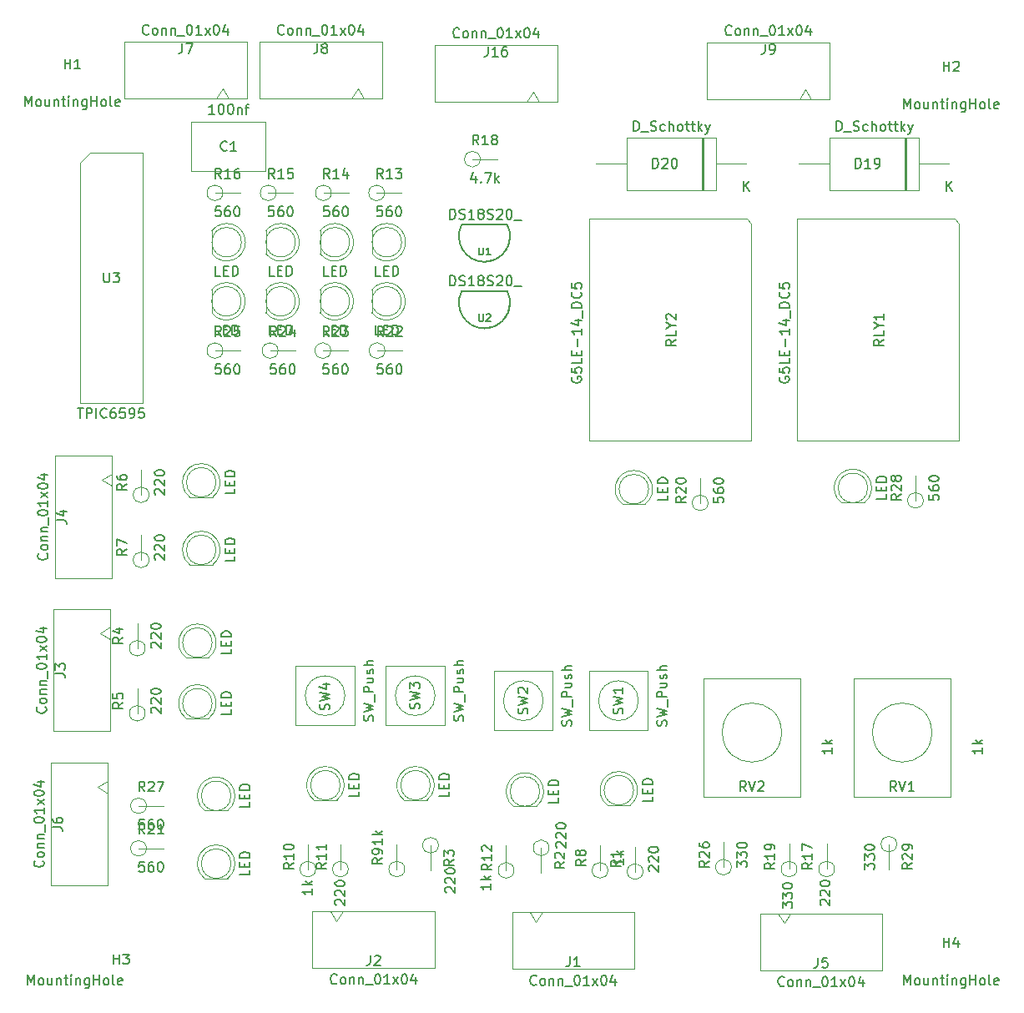
<source format=gbr>
%TF.GenerationSoftware,KiCad,Pcbnew,6.0.7-f9a2dced07~116~ubuntu20.04.1*%
%TF.CreationDate,2022-11-24T17:15:52+00:00*%
%TF.ProjectId,testing_board,74657374-696e-4675-9f62-6f6172642e6b,rev?*%
%TF.SameCoordinates,Original*%
%TF.FileFunction,AssemblyDrawing,Top*%
%FSLAX46Y46*%
G04 Gerber Fmt 4.6, Leading zero omitted, Abs format (unit mm)*
G04 Created by KiCad (PCBNEW 6.0.7-f9a2dced07~116~ubuntu20.04.1) date 2022-11-24 17:15:52*
%MOMM*%
%LPD*%
G01*
G04 APERTURE LIST*
%ADD10C,0.150000*%
%ADD11C,0.100000*%
G04 APERTURE END LIST*
D10*
%TO.C,D1*%
X100511380Y-99448857D02*
X100511380Y-99925047D01*
X99511380Y-99925047D01*
X99987571Y-99115523D02*
X99987571Y-98782190D01*
X100511380Y-98639333D02*
X100511380Y-99115523D01*
X99511380Y-99115523D01*
X99511380Y-98639333D01*
X100511380Y-98210761D02*
X99511380Y-98210761D01*
X99511380Y-97972666D01*
X99559000Y-97829809D01*
X99654238Y-97734571D01*
X99749476Y-97686952D01*
X99939952Y-97639333D01*
X100082809Y-97639333D01*
X100273285Y-97686952D01*
X100368523Y-97734571D01*
X100463761Y-97829809D01*
X100511380Y-97972666D01*
X100511380Y-98210761D01*
%TO.C,D3*%
X79890380Y-98940857D02*
X79890380Y-99417047D01*
X78890380Y-99417047D01*
X79366571Y-98607523D02*
X79366571Y-98274190D01*
X79890380Y-98131333D02*
X79890380Y-98607523D01*
X78890380Y-98607523D01*
X78890380Y-98131333D01*
X79890380Y-97702761D02*
X78890380Y-97702761D01*
X78890380Y-97464666D01*
X78938000Y-97321809D01*
X79033238Y-97226571D01*
X79128476Y-97178952D01*
X79318952Y-97131333D01*
X79461809Y-97131333D01*
X79652285Y-97178952D01*
X79747523Y-97226571D01*
X79842761Y-97321809D01*
X79890380Y-97464666D01*
X79890380Y-97702761D01*
%TO.C,D4*%
X57758380Y-84475857D02*
X57758380Y-84952047D01*
X56758380Y-84952047D01*
X57234571Y-84142523D02*
X57234571Y-83809190D01*
X57758380Y-83666333D02*
X57758380Y-84142523D01*
X56758380Y-84142523D01*
X56758380Y-83666333D01*
X57758380Y-83237761D02*
X56758380Y-83237761D01*
X56758380Y-82999666D01*
X56806000Y-82856809D01*
X56901238Y-82761571D01*
X56996476Y-82713952D01*
X57186952Y-82666333D01*
X57329809Y-82666333D01*
X57520285Y-82713952D01*
X57615523Y-82761571D01*
X57710761Y-82856809D01*
X57758380Y-82999666D01*
X57758380Y-83237761D01*
%TO.C,D5*%
X57758380Y-90626857D02*
X57758380Y-91103047D01*
X56758380Y-91103047D01*
X57234571Y-90293523D02*
X57234571Y-89960190D01*
X57758380Y-89817333D02*
X57758380Y-90293523D01*
X56758380Y-90293523D01*
X56758380Y-89817333D01*
X57758380Y-89388761D02*
X56758380Y-89388761D01*
X56758380Y-89150666D01*
X56806000Y-89007809D01*
X56901238Y-88912571D01*
X56996476Y-88864952D01*
X57186952Y-88817333D01*
X57329809Y-88817333D01*
X57520285Y-88864952D01*
X57615523Y-88912571D01*
X57710761Y-89007809D01*
X57758380Y-89150666D01*
X57758380Y-89388761D01*
%TO.C,D6*%
X58149380Y-68206857D02*
X58149380Y-68683047D01*
X57149380Y-68683047D01*
X57625571Y-67873523D02*
X57625571Y-67540190D01*
X58149380Y-67397333D02*
X58149380Y-67873523D01*
X57149380Y-67873523D01*
X57149380Y-67397333D01*
X58149380Y-66968761D02*
X57149380Y-66968761D01*
X57149380Y-66730666D01*
X57197000Y-66587809D01*
X57292238Y-66492571D01*
X57387476Y-66444952D01*
X57577952Y-66397333D01*
X57720809Y-66397333D01*
X57911285Y-66444952D01*
X58006523Y-66492571D01*
X58101761Y-66587809D01*
X58149380Y-66730666D01*
X58149380Y-66968761D01*
%TO.C,D7*%
X58149380Y-75064857D02*
X58149380Y-75541047D01*
X57149380Y-75541047D01*
X57625571Y-74731523D02*
X57625571Y-74398190D01*
X58149380Y-74255333D02*
X58149380Y-74731523D01*
X57149380Y-74731523D01*
X57149380Y-74255333D01*
X58149380Y-73826761D02*
X57149380Y-73826761D01*
X57149380Y-73588666D01*
X57197000Y-73445809D01*
X57292238Y-73350571D01*
X57387476Y-73302952D01*
X57577952Y-73255333D01*
X57720809Y-73255333D01*
X57911285Y-73302952D01*
X58006523Y-73350571D01*
X58101761Y-73445809D01*
X58149380Y-73588666D01*
X58149380Y-73826761D01*
%TO.C,D8*%
X70746380Y-98940857D02*
X70746380Y-99417047D01*
X69746380Y-99417047D01*
X70222571Y-98607523D02*
X70222571Y-98274190D01*
X70746380Y-98131333D02*
X70746380Y-98607523D01*
X69746380Y-98607523D01*
X69746380Y-98131333D01*
X70746380Y-97702761D02*
X69746380Y-97702761D01*
X69746380Y-97464666D01*
X69794000Y-97321809D01*
X69889238Y-97226571D01*
X69984476Y-97178952D01*
X70174952Y-97131333D01*
X70317809Y-97131333D01*
X70508285Y-97178952D01*
X70603523Y-97226571D01*
X70698761Y-97321809D01*
X70746380Y-97464666D01*
X70746380Y-97702761D01*
%TO.C,D9*%
X72927142Y-46612380D02*
X72450952Y-46612380D01*
X72450952Y-45612380D01*
X73260476Y-46088571D02*
X73593809Y-46088571D01*
X73736666Y-46612380D02*
X73260476Y-46612380D01*
X73260476Y-45612380D01*
X73736666Y-45612380D01*
X74165238Y-46612380D02*
X74165238Y-45612380D01*
X74403333Y-45612380D01*
X74546190Y-45660000D01*
X74641428Y-45755238D01*
X74689047Y-45850476D01*
X74736666Y-46040952D01*
X74736666Y-46183809D01*
X74689047Y-46374285D01*
X74641428Y-46469523D01*
X74546190Y-46564761D01*
X74403333Y-46612380D01*
X74165238Y-46612380D01*
%TO.C,D10*%
X67652142Y-46612380D02*
X67175952Y-46612380D01*
X67175952Y-45612380D01*
X67985476Y-46088571D02*
X68318809Y-46088571D01*
X68461666Y-46612380D02*
X67985476Y-46612380D01*
X67985476Y-45612380D01*
X68461666Y-45612380D01*
X68890238Y-46612380D02*
X68890238Y-45612380D01*
X69128333Y-45612380D01*
X69271190Y-45660000D01*
X69366428Y-45755238D01*
X69414047Y-45850476D01*
X69461666Y-46040952D01*
X69461666Y-46183809D01*
X69414047Y-46374285D01*
X69366428Y-46469523D01*
X69271190Y-46564761D01*
X69128333Y-46612380D01*
X68890238Y-46612380D01*
%TO.C,D11*%
X62152142Y-46612380D02*
X61675952Y-46612380D01*
X61675952Y-45612380D01*
X62485476Y-46088571D02*
X62818809Y-46088571D01*
X62961666Y-46612380D02*
X62485476Y-46612380D01*
X62485476Y-45612380D01*
X62961666Y-45612380D01*
X63390238Y-46612380D02*
X63390238Y-45612380D01*
X63628333Y-45612380D01*
X63771190Y-45660000D01*
X63866428Y-45755238D01*
X63914047Y-45850476D01*
X63961666Y-46040952D01*
X63961666Y-46183809D01*
X63914047Y-46374285D01*
X63866428Y-46469523D01*
X63771190Y-46564761D01*
X63628333Y-46612380D01*
X63390238Y-46612380D01*
%TO.C,D12*%
X56677142Y-46612380D02*
X56200952Y-46612380D01*
X56200952Y-45612380D01*
X57010476Y-46088571D02*
X57343809Y-46088571D01*
X57486666Y-46612380D02*
X57010476Y-46612380D01*
X57010476Y-45612380D01*
X57486666Y-45612380D01*
X57915238Y-46612380D02*
X57915238Y-45612380D01*
X58153333Y-45612380D01*
X58296190Y-45660000D01*
X58391428Y-45755238D01*
X58439047Y-45850476D01*
X58486666Y-46040952D01*
X58486666Y-46183809D01*
X58439047Y-46374285D01*
X58391428Y-46469523D01*
X58296190Y-46564761D01*
X58153333Y-46612380D01*
X57915238Y-46612380D01*
%TO.C,D13*%
X59662380Y-100014857D02*
X59662380Y-100491047D01*
X58662380Y-100491047D01*
X59138571Y-99681523D02*
X59138571Y-99348190D01*
X59662380Y-99205333D02*
X59662380Y-99681523D01*
X58662380Y-99681523D01*
X58662380Y-99205333D01*
X59662380Y-98776761D02*
X58662380Y-98776761D01*
X58662380Y-98538666D01*
X58710000Y-98395809D01*
X58805238Y-98300571D01*
X58900476Y-98252952D01*
X59090952Y-98205333D01*
X59233809Y-98205333D01*
X59424285Y-98252952D01*
X59519523Y-98300571D01*
X59614761Y-98395809D01*
X59662380Y-98538666D01*
X59662380Y-98776761D01*
%TO.C,D14*%
X59662380Y-106897857D02*
X59662380Y-107374047D01*
X58662380Y-107374047D01*
X59138571Y-106564523D02*
X59138571Y-106231190D01*
X59662380Y-106088333D02*
X59662380Y-106564523D01*
X58662380Y-106564523D01*
X58662380Y-106088333D01*
X59662380Y-105659761D02*
X58662380Y-105659761D01*
X58662380Y-105421666D01*
X58710000Y-105278809D01*
X58805238Y-105183571D01*
X58900476Y-105135952D01*
X59090952Y-105088333D01*
X59233809Y-105088333D01*
X59424285Y-105135952D01*
X59519523Y-105183571D01*
X59614761Y-105278809D01*
X59662380Y-105421666D01*
X59662380Y-105659761D01*
%TO.C,D15*%
X72902142Y-52612380D02*
X72425952Y-52612380D01*
X72425952Y-51612380D01*
X73235476Y-52088571D02*
X73568809Y-52088571D01*
X73711666Y-52612380D02*
X73235476Y-52612380D01*
X73235476Y-51612380D01*
X73711666Y-51612380D01*
X74140238Y-52612380D02*
X74140238Y-51612380D01*
X74378333Y-51612380D01*
X74521190Y-51660000D01*
X74616428Y-51755238D01*
X74664047Y-51850476D01*
X74711666Y-52040952D01*
X74711666Y-52183809D01*
X74664047Y-52374285D01*
X74616428Y-52469523D01*
X74521190Y-52564761D01*
X74378333Y-52612380D01*
X74140238Y-52612380D01*
%TO.C,D16*%
X67652142Y-52612380D02*
X67175952Y-52612380D01*
X67175952Y-51612380D01*
X67985476Y-52088571D02*
X68318809Y-52088571D01*
X68461666Y-52612380D02*
X67985476Y-52612380D01*
X67985476Y-51612380D01*
X68461666Y-51612380D01*
X68890238Y-52612380D02*
X68890238Y-51612380D01*
X69128333Y-51612380D01*
X69271190Y-51660000D01*
X69366428Y-51755238D01*
X69414047Y-51850476D01*
X69461666Y-52040952D01*
X69461666Y-52183809D01*
X69414047Y-52374285D01*
X69366428Y-52469523D01*
X69271190Y-52564761D01*
X69128333Y-52612380D01*
X68890238Y-52612380D01*
%TO.C,D17*%
X62152142Y-52612380D02*
X61675952Y-52612380D01*
X61675952Y-51612380D01*
X62485476Y-52088571D02*
X62818809Y-52088571D01*
X62961666Y-52612380D02*
X62485476Y-52612380D01*
X62485476Y-51612380D01*
X62961666Y-51612380D01*
X63390238Y-52612380D02*
X63390238Y-51612380D01*
X63628333Y-51612380D01*
X63771190Y-51660000D01*
X63866428Y-51755238D01*
X63914047Y-51850476D01*
X63961666Y-52040952D01*
X63961666Y-52183809D01*
X63914047Y-52374285D01*
X63866428Y-52469523D01*
X63771190Y-52564761D01*
X63628333Y-52612380D01*
X63390238Y-52612380D01*
%TO.C,D18*%
X56652142Y-52612380D02*
X56175952Y-52612380D01*
X56175952Y-51612380D01*
X56985476Y-52088571D02*
X57318809Y-52088571D01*
X57461666Y-52612380D02*
X56985476Y-52612380D01*
X56985476Y-51612380D01*
X57461666Y-51612380D01*
X57890238Y-52612380D02*
X57890238Y-51612380D01*
X58128333Y-51612380D01*
X58271190Y-51660000D01*
X58366428Y-51755238D01*
X58414047Y-51850476D01*
X58461666Y-52040952D01*
X58461666Y-52183809D01*
X58414047Y-52374285D01*
X58366428Y-52469523D01*
X58271190Y-52564761D01*
X58128333Y-52612380D01*
X57890238Y-52612380D01*
%TO.C,J1*%
X88728904Y-118495142D02*
X88681285Y-118542761D01*
X88538428Y-118590380D01*
X88443190Y-118590380D01*
X88300333Y-118542761D01*
X88205095Y-118447523D01*
X88157476Y-118352285D01*
X88109857Y-118161809D01*
X88109857Y-118018952D01*
X88157476Y-117828476D01*
X88205095Y-117733238D01*
X88300333Y-117638000D01*
X88443190Y-117590380D01*
X88538428Y-117590380D01*
X88681285Y-117638000D01*
X88728904Y-117685619D01*
X89300333Y-118590380D02*
X89205095Y-118542761D01*
X89157476Y-118495142D01*
X89109857Y-118399904D01*
X89109857Y-118114190D01*
X89157476Y-118018952D01*
X89205095Y-117971333D01*
X89300333Y-117923714D01*
X89443190Y-117923714D01*
X89538428Y-117971333D01*
X89586047Y-118018952D01*
X89633666Y-118114190D01*
X89633666Y-118399904D01*
X89586047Y-118495142D01*
X89538428Y-118542761D01*
X89443190Y-118590380D01*
X89300333Y-118590380D01*
X90062238Y-117923714D02*
X90062238Y-118590380D01*
X90062238Y-118018952D02*
X90109857Y-117971333D01*
X90205095Y-117923714D01*
X90347952Y-117923714D01*
X90443190Y-117971333D01*
X90490809Y-118066571D01*
X90490809Y-118590380D01*
X90967000Y-117923714D02*
X90967000Y-118590380D01*
X90967000Y-118018952D02*
X91014619Y-117971333D01*
X91109857Y-117923714D01*
X91252714Y-117923714D01*
X91347952Y-117971333D01*
X91395571Y-118066571D01*
X91395571Y-118590380D01*
X91633666Y-118685619D02*
X92395571Y-118685619D01*
X92824142Y-117590380D02*
X92919380Y-117590380D01*
X93014619Y-117638000D01*
X93062238Y-117685619D01*
X93109857Y-117780857D01*
X93157476Y-117971333D01*
X93157476Y-118209428D01*
X93109857Y-118399904D01*
X93062238Y-118495142D01*
X93014619Y-118542761D01*
X92919380Y-118590380D01*
X92824142Y-118590380D01*
X92728904Y-118542761D01*
X92681285Y-118495142D01*
X92633666Y-118399904D01*
X92586047Y-118209428D01*
X92586047Y-117971333D01*
X92633666Y-117780857D01*
X92681285Y-117685619D01*
X92728904Y-117638000D01*
X92824142Y-117590380D01*
X94109857Y-118590380D02*
X93538428Y-118590380D01*
X93824142Y-118590380D02*
X93824142Y-117590380D01*
X93728904Y-117733238D01*
X93633666Y-117828476D01*
X93538428Y-117876095D01*
X94443190Y-118590380D02*
X94967000Y-117923714D01*
X94443190Y-117923714D02*
X94967000Y-118590380D01*
X95538428Y-117590380D02*
X95633666Y-117590380D01*
X95728904Y-117638000D01*
X95776523Y-117685619D01*
X95824142Y-117780857D01*
X95871761Y-117971333D01*
X95871761Y-118209428D01*
X95824142Y-118399904D01*
X95776523Y-118495142D01*
X95728904Y-118542761D01*
X95633666Y-118590380D01*
X95538428Y-118590380D01*
X95443190Y-118542761D01*
X95395571Y-118495142D01*
X95347952Y-118399904D01*
X95300333Y-118209428D01*
X95300333Y-117971333D01*
X95347952Y-117780857D01*
X95395571Y-117685619D01*
X95443190Y-117638000D01*
X95538428Y-117590380D01*
X96728904Y-117923714D02*
X96728904Y-118590380D01*
X96490809Y-117542761D02*
X96252714Y-118257047D01*
X96871761Y-118257047D01*
X92133666Y-115690380D02*
X92133666Y-116404666D01*
X92086047Y-116547523D01*
X91990809Y-116642761D01*
X91847952Y-116690380D01*
X91752714Y-116690380D01*
X93133666Y-116690380D02*
X92562238Y-116690380D01*
X92847952Y-116690380D02*
X92847952Y-115690380D01*
X92752714Y-115833238D01*
X92657476Y-115928476D01*
X92562238Y-115976095D01*
%TO.C,J2*%
X68488904Y-118368142D02*
X68441285Y-118415761D01*
X68298428Y-118463380D01*
X68203190Y-118463380D01*
X68060333Y-118415761D01*
X67965095Y-118320523D01*
X67917476Y-118225285D01*
X67869857Y-118034809D01*
X67869857Y-117891952D01*
X67917476Y-117701476D01*
X67965095Y-117606238D01*
X68060333Y-117511000D01*
X68203190Y-117463380D01*
X68298428Y-117463380D01*
X68441285Y-117511000D01*
X68488904Y-117558619D01*
X69060333Y-118463380D02*
X68965095Y-118415761D01*
X68917476Y-118368142D01*
X68869857Y-118272904D01*
X68869857Y-117987190D01*
X68917476Y-117891952D01*
X68965095Y-117844333D01*
X69060333Y-117796714D01*
X69203190Y-117796714D01*
X69298428Y-117844333D01*
X69346047Y-117891952D01*
X69393666Y-117987190D01*
X69393666Y-118272904D01*
X69346047Y-118368142D01*
X69298428Y-118415761D01*
X69203190Y-118463380D01*
X69060333Y-118463380D01*
X69822238Y-117796714D02*
X69822238Y-118463380D01*
X69822238Y-117891952D02*
X69869857Y-117844333D01*
X69965095Y-117796714D01*
X70107952Y-117796714D01*
X70203190Y-117844333D01*
X70250809Y-117939571D01*
X70250809Y-118463380D01*
X70727000Y-117796714D02*
X70727000Y-118463380D01*
X70727000Y-117891952D02*
X70774619Y-117844333D01*
X70869857Y-117796714D01*
X71012714Y-117796714D01*
X71107952Y-117844333D01*
X71155571Y-117939571D01*
X71155571Y-118463380D01*
X71393666Y-118558619D02*
X72155571Y-118558619D01*
X72584142Y-117463380D02*
X72679380Y-117463380D01*
X72774619Y-117511000D01*
X72822238Y-117558619D01*
X72869857Y-117653857D01*
X72917476Y-117844333D01*
X72917476Y-118082428D01*
X72869857Y-118272904D01*
X72822238Y-118368142D01*
X72774619Y-118415761D01*
X72679380Y-118463380D01*
X72584142Y-118463380D01*
X72488904Y-118415761D01*
X72441285Y-118368142D01*
X72393666Y-118272904D01*
X72346047Y-118082428D01*
X72346047Y-117844333D01*
X72393666Y-117653857D01*
X72441285Y-117558619D01*
X72488904Y-117511000D01*
X72584142Y-117463380D01*
X73869857Y-118463380D02*
X73298428Y-118463380D01*
X73584142Y-118463380D02*
X73584142Y-117463380D01*
X73488904Y-117606238D01*
X73393666Y-117701476D01*
X73298428Y-117749095D01*
X74203190Y-118463380D02*
X74727000Y-117796714D01*
X74203190Y-117796714D02*
X74727000Y-118463380D01*
X75298428Y-117463380D02*
X75393666Y-117463380D01*
X75488904Y-117511000D01*
X75536523Y-117558619D01*
X75584142Y-117653857D01*
X75631761Y-117844333D01*
X75631761Y-118082428D01*
X75584142Y-118272904D01*
X75536523Y-118368142D01*
X75488904Y-118415761D01*
X75393666Y-118463380D01*
X75298428Y-118463380D01*
X75203190Y-118415761D01*
X75155571Y-118368142D01*
X75107952Y-118272904D01*
X75060333Y-118082428D01*
X75060333Y-117844333D01*
X75107952Y-117653857D01*
X75155571Y-117558619D01*
X75203190Y-117511000D01*
X75298428Y-117463380D01*
X76488904Y-117796714D02*
X76488904Y-118463380D01*
X76250809Y-117415761D02*
X76012714Y-118130047D01*
X76631761Y-118130047D01*
X71893666Y-115563380D02*
X71893666Y-116277666D01*
X71846047Y-116420523D01*
X71750809Y-116515761D01*
X71607952Y-116563380D01*
X71512714Y-116563380D01*
X72322238Y-115658619D02*
X72369857Y-115611000D01*
X72465095Y-115563380D01*
X72703190Y-115563380D01*
X72798428Y-115611000D01*
X72846047Y-115658619D01*
X72893666Y-115753857D01*
X72893666Y-115849095D01*
X72846047Y-115991952D01*
X72274619Y-116563380D01*
X72893666Y-116563380D01*
%TO.C,J3*%
X38927142Y-90360095D02*
X38974761Y-90407714D01*
X39022380Y-90550571D01*
X39022380Y-90645809D01*
X38974761Y-90788666D01*
X38879523Y-90883904D01*
X38784285Y-90931523D01*
X38593809Y-90979142D01*
X38450952Y-90979142D01*
X38260476Y-90931523D01*
X38165238Y-90883904D01*
X38070000Y-90788666D01*
X38022380Y-90645809D01*
X38022380Y-90550571D01*
X38070000Y-90407714D01*
X38117619Y-90360095D01*
X39022380Y-89788666D02*
X38974761Y-89883904D01*
X38927142Y-89931523D01*
X38831904Y-89979142D01*
X38546190Y-89979142D01*
X38450952Y-89931523D01*
X38403333Y-89883904D01*
X38355714Y-89788666D01*
X38355714Y-89645809D01*
X38403333Y-89550571D01*
X38450952Y-89502952D01*
X38546190Y-89455333D01*
X38831904Y-89455333D01*
X38927142Y-89502952D01*
X38974761Y-89550571D01*
X39022380Y-89645809D01*
X39022380Y-89788666D01*
X38355714Y-89026761D02*
X39022380Y-89026761D01*
X38450952Y-89026761D02*
X38403333Y-88979142D01*
X38355714Y-88883904D01*
X38355714Y-88741047D01*
X38403333Y-88645809D01*
X38498571Y-88598190D01*
X39022380Y-88598190D01*
X38355714Y-88122000D02*
X39022380Y-88122000D01*
X38450952Y-88122000D02*
X38403333Y-88074380D01*
X38355714Y-87979142D01*
X38355714Y-87836285D01*
X38403333Y-87741047D01*
X38498571Y-87693428D01*
X39022380Y-87693428D01*
X39117619Y-87455333D02*
X39117619Y-86693428D01*
X38022380Y-86264857D02*
X38022380Y-86169619D01*
X38070000Y-86074380D01*
X38117619Y-86026761D01*
X38212857Y-85979142D01*
X38403333Y-85931523D01*
X38641428Y-85931523D01*
X38831904Y-85979142D01*
X38927142Y-86026761D01*
X38974761Y-86074380D01*
X39022380Y-86169619D01*
X39022380Y-86264857D01*
X38974761Y-86360095D01*
X38927142Y-86407714D01*
X38831904Y-86455333D01*
X38641428Y-86502952D01*
X38403333Y-86502952D01*
X38212857Y-86455333D01*
X38117619Y-86407714D01*
X38070000Y-86360095D01*
X38022380Y-86264857D01*
X39022380Y-84979142D02*
X39022380Y-85550571D01*
X39022380Y-85264857D02*
X38022380Y-85264857D01*
X38165238Y-85360095D01*
X38260476Y-85455333D01*
X38308095Y-85550571D01*
X39022380Y-84645809D02*
X38355714Y-84122000D01*
X38355714Y-84645809D02*
X39022380Y-84122000D01*
X38022380Y-83550571D02*
X38022380Y-83455333D01*
X38070000Y-83360095D01*
X38117619Y-83312476D01*
X38212857Y-83264857D01*
X38403333Y-83217238D01*
X38641428Y-83217238D01*
X38831904Y-83264857D01*
X38927142Y-83312476D01*
X38974761Y-83360095D01*
X39022380Y-83455333D01*
X39022380Y-83550571D01*
X38974761Y-83645809D01*
X38927142Y-83693428D01*
X38831904Y-83741047D01*
X38641428Y-83788666D01*
X38403333Y-83788666D01*
X38212857Y-83741047D01*
X38117619Y-83693428D01*
X38070000Y-83645809D01*
X38022380Y-83550571D01*
X38355714Y-82360095D02*
X39022380Y-82360095D01*
X37974761Y-82598190D02*
X38689047Y-82836285D01*
X38689047Y-82217238D01*
X39922380Y-86955333D02*
X40636666Y-86955333D01*
X40779523Y-87002952D01*
X40874761Y-87098190D01*
X40922380Y-87241047D01*
X40922380Y-87336285D01*
X39922380Y-86574380D02*
X39922380Y-85955333D01*
X40303333Y-86288666D01*
X40303333Y-86145809D01*
X40350952Y-86050571D01*
X40398571Y-86002952D01*
X40493809Y-85955333D01*
X40731904Y-85955333D01*
X40827142Y-86002952D01*
X40874761Y-86050571D01*
X40922380Y-86145809D01*
X40922380Y-86431523D01*
X40874761Y-86526761D01*
X40827142Y-86574380D01*
%TO.C,J4*%
X39064142Y-74798095D02*
X39111761Y-74845714D01*
X39159380Y-74988571D01*
X39159380Y-75083809D01*
X39111761Y-75226666D01*
X39016523Y-75321904D01*
X38921285Y-75369523D01*
X38730809Y-75417142D01*
X38587952Y-75417142D01*
X38397476Y-75369523D01*
X38302238Y-75321904D01*
X38207000Y-75226666D01*
X38159380Y-75083809D01*
X38159380Y-74988571D01*
X38207000Y-74845714D01*
X38254619Y-74798095D01*
X39159380Y-74226666D02*
X39111761Y-74321904D01*
X39064142Y-74369523D01*
X38968904Y-74417142D01*
X38683190Y-74417142D01*
X38587952Y-74369523D01*
X38540333Y-74321904D01*
X38492714Y-74226666D01*
X38492714Y-74083809D01*
X38540333Y-73988571D01*
X38587952Y-73940952D01*
X38683190Y-73893333D01*
X38968904Y-73893333D01*
X39064142Y-73940952D01*
X39111761Y-73988571D01*
X39159380Y-74083809D01*
X39159380Y-74226666D01*
X38492714Y-73464761D02*
X39159380Y-73464761D01*
X38587952Y-73464761D02*
X38540333Y-73417142D01*
X38492714Y-73321904D01*
X38492714Y-73179047D01*
X38540333Y-73083809D01*
X38635571Y-73036190D01*
X39159380Y-73036190D01*
X38492714Y-72560000D02*
X39159380Y-72560000D01*
X38587952Y-72560000D02*
X38540333Y-72512380D01*
X38492714Y-72417142D01*
X38492714Y-72274285D01*
X38540333Y-72179047D01*
X38635571Y-72131428D01*
X39159380Y-72131428D01*
X39254619Y-71893333D02*
X39254619Y-71131428D01*
X38159380Y-70702857D02*
X38159380Y-70607619D01*
X38207000Y-70512380D01*
X38254619Y-70464761D01*
X38349857Y-70417142D01*
X38540333Y-70369523D01*
X38778428Y-70369523D01*
X38968904Y-70417142D01*
X39064142Y-70464761D01*
X39111761Y-70512380D01*
X39159380Y-70607619D01*
X39159380Y-70702857D01*
X39111761Y-70798095D01*
X39064142Y-70845714D01*
X38968904Y-70893333D01*
X38778428Y-70940952D01*
X38540333Y-70940952D01*
X38349857Y-70893333D01*
X38254619Y-70845714D01*
X38207000Y-70798095D01*
X38159380Y-70702857D01*
X39159380Y-69417142D02*
X39159380Y-69988571D01*
X39159380Y-69702857D02*
X38159380Y-69702857D01*
X38302238Y-69798095D01*
X38397476Y-69893333D01*
X38445095Y-69988571D01*
X39159380Y-69083809D02*
X38492714Y-68560000D01*
X38492714Y-69083809D02*
X39159380Y-68560000D01*
X38159380Y-67988571D02*
X38159380Y-67893333D01*
X38207000Y-67798095D01*
X38254619Y-67750476D01*
X38349857Y-67702857D01*
X38540333Y-67655238D01*
X38778428Y-67655238D01*
X38968904Y-67702857D01*
X39064142Y-67750476D01*
X39111761Y-67798095D01*
X39159380Y-67893333D01*
X39159380Y-67988571D01*
X39111761Y-68083809D01*
X39064142Y-68131428D01*
X38968904Y-68179047D01*
X38778428Y-68226666D01*
X38540333Y-68226666D01*
X38349857Y-68179047D01*
X38254619Y-68131428D01*
X38207000Y-68083809D01*
X38159380Y-67988571D01*
X38492714Y-66798095D02*
X39159380Y-66798095D01*
X38111761Y-67036190D02*
X38826047Y-67274285D01*
X38826047Y-66655238D01*
X40059380Y-71393333D02*
X40773666Y-71393333D01*
X40916523Y-71440952D01*
X41011761Y-71536190D01*
X41059380Y-71679047D01*
X41059380Y-71774285D01*
X40392714Y-70488571D02*
X41059380Y-70488571D01*
X40011761Y-70726666D02*
X40726047Y-70964761D01*
X40726047Y-70345714D01*
%TO.C,J5*%
X113881903Y-118615141D02*
X113834284Y-118662760D01*
X113691427Y-118710379D01*
X113596189Y-118710379D01*
X113453332Y-118662760D01*
X113358094Y-118567522D01*
X113310475Y-118472284D01*
X113262856Y-118281808D01*
X113262856Y-118138951D01*
X113310475Y-117948475D01*
X113358094Y-117853237D01*
X113453332Y-117757999D01*
X113596189Y-117710379D01*
X113691427Y-117710379D01*
X113834284Y-117757999D01*
X113881903Y-117805618D01*
X114453332Y-118710379D02*
X114358094Y-118662760D01*
X114310475Y-118615141D01*
X114262856Y-118519903D01*
X114262856Y-118234189D01*
X114310475Y-118138951D01*
X114358094Y-118091332D01*
X114453332Y-118043713D01*
X114596189Y-118043713D01*
X114691427Y-118091332D01*
X114739046Y-118138951D01*
X114786665Y-118234189D01*
X114786665Y-118519903D01*
X114739046Y-118615141D01*
X114691427Y-118662760D01*
X114596189Y-118710379D01*
X114453332Y-118710379D01*
X115215237Y-118043713D02*
X115215237Y-118710379D01*
X115215237Y-118138951D02*
X115262856Y-118091332D01*
X115358094Y-118043713D01*
X115500951Y-118043713D01*
X115596189Y-118091332D01*
X115643808Y-118186570D01*
X115643808Y-118710379D01*
X116119999Y-118043713D02*
X116119999Y-118710379D01*
X116119999Y-118138951D02*
X116167618Y-118091332D01*
X116262856Y-118043713D01*
X116405713Y-118043713D01*
X116500951Y-118091332D01*
X116548570Y-118186570D01*
X116548570Y-118710379D01*
X116786665Y-118805618D02*
X117548570Y-118805618D01*
X117977141Y-117710379D02*
X118072379Y-117710379D01*
X118167618Y-117757999D01*
X118215237Y-117805618D01*
X118262856Y-117900856D01*
X118310475Y-118091332D01*
X118310475Y-118329427D01*
X118262856Y-118519903D01*
X118215237Y-118615141D01*
X118167618Y-118662760D01*
X118072379Y-118710379D01*
X117977141Y-118710379D01*
X117881903Y-118662760D01*
X117834284Y-118615141D01*
X117786665Y-118519903D01*
X117739046Y-118329427D01*
X117739046Y-118091332D01*
X117786665Y-117900856D01*
X117834284Y-117805618D01*
X117881903Y-117757999D01*
X117977141Y-117710379D01*
X119262856Y-118710379D02*
X118691427Y-118710379D01*
X118977141Y-118710379D02*
X118977141Y-117710379D01*
X118881903Y-117853237D01*
X118786665Y-117948475D01*
X118691427Y-117996094D01*
X119596189Y-118710379D02*
X120119999Y-118043713D01*
X119596189Y-118043713D02*
X120119999Y-118710379D01*
X120691427Y-117710379D02*
X120786665Y-117710379D01*
X120881903Y-117757999D01*
X120929522Y-117805618D01*
X120977141Y-117900856D01*
X121024760Y-118091332D01*
X121024760Y-118329427D01*
X120977141Y-118519903D01*
X120929522Y-118615141D01*
X120881903Y-118662760D01*
X120786665Y-118710379D01*
X120691427Y-118710379D01*
X120596189Y-118662760D01*
X120548570Y-118615141D01*
X120500951Y-118519903D01*
X120453332Y-118329427D01*
X120453332Y-118091332D01*
X120500951Y-117900856D01*
X120548570Y-117805618D01*
X120596189Y-117757999D01*
X120691427Y-117710379D01*
X121881903Y-118043713D02*
X121881903Y-118710379D01*
X121643808Y-117662760D02*
X121405713Y-118377046D01*
X122024760Y-118377046D01*
X117286665Y-115810379D02*
X117286665Y-116524665D01*
X117239046Y-116667522D01*
X117143808Y-116762760D01*
X117000951Y-116810379D01*
X116905713Y-116810379D01*
X118239046Y-115810379D02*
X117762856Y-115810379D01*
X117715237Y-116286570D01*
X117762856Y-116238951D01*
X117858094Y-116191332D01*
X118096189Y-116191332D01*
X118191427Y-116238951D01*
X118239046Y-116286570D01*
X118286665Y-116381808D01*
X118286665Y-116619903D01*
X118239046Y-116715141D01*
X118191427Y-116762760D01*
X118096189Y-116810379D01*
X117858094Y-116810379D01*
X117762856Y-116762760D01*
X117715237Y-116715141D01*
%TO.C,R1*%
X100217619Y-107029095D02*
X100170000Y-106981476D01*
X100122380Y-106886238D01*
X100122380Y-106648142D01*
X100170000Y-106552904D01*
X100217619Y-106505285D01*
X100312857Y-106457666D01*
X100408095Y-106457666D01*
X100550952Y-106505285D01*
X101122380Y-107076714D01*
X101122380Y-106457666D01*
X100217619Y-106076714D02*
X100170000Y-106029095D01*
X100122380Y-105933857D01*
X100122380Y-105695761D01*
X100170000Y-105600523D01*
X100217619Y-105552904D01*
X100312857Y-105505285D01*
X100408095Y-105505285D01*
X100550952Y-105552904D01*
X101122380Y-106124333D01*
X101122380Y-105505285D01*
X100122380Y-104886238D02*
X100122380Y-104791000D01*
X100170000Y-104695761D01*
X100217619Y-104648142D01*
X100312857Y-104600523D01*
X100503333Y-104552904D01*
X100741428Y-104552904D01*
X100931904Y-104600523D01*
X101027142Y-104648142D01*
X101074761Y-104695761D01*
X101122380Y-104791000D01*
X101122380Y-104886238D01*
X101074761Y-104981476D01*
X101027142Y-105029095D01*
X100931904Y-105076714D01*
X100741428Y-105124333D01*
X100503333Y-105124333D01*
X100312857Y-105076714D01*
X100217619Y-105029095D01*
X100170000Y-104981476D01*
X100122380Y-104886238D01*
X97282380Y-105957666D02*
X96806190Y-106291000D01*
X97282380Y-106529095D02*
X96282380Y-106529095D01*
X96282380Y-106148142D01*
X96330000Y-106052904D01*
X96377619Y-106005285D01*
X96472857Y-105957666D01*
X96615714Y-105957666D01*
X96710952Y-106005285D01*
X96758571Y-106052904D01*
X96806190Y-106148142D01*
X96806190Y-106529095D01*
X97282380Y-105005285D02*
X97282380Y-105576714D01*
X97282380Y-105291000D02*
X96282380Y-105291000D01*
X96425238Y-105386238D01*
X96520476Y-105481476D01*
X96568095Y-105576714D01*
%TO.C,R2*%
X90804619Y-104616095D02*
X90757000Y-104568476D01*
X90709380Y-104473238D01*
X90709380Y-104235142D01*
X90757000Y-104139904D01*
X90804619Y-104092285D01*
X90899857Y-104044666D01*
X90995095Y-104044666D01*
X91137952Y-104092285D01*
X91709380Y-104663714D01*
X91709380Y-104044666D01*
X90804619Y-103663714D02*
X90757000Y-103616095D01*
X90709380Y-103520857D01*
X90709380Y-103282761D01*
X90757000Y-103187523D01*
X90804619Y-103139904D01*
X90899857Y-103092285D01*
X90995095Y-103092285D01*
X91137952Y-103139904D01*
X91709380Y-103711333D01*
X91709380Y-103092285D01*
X90709380Y-102473238D02*
X90709380Y-102378000D01*
X90757000Y-102282761D01*
X90804619Y-102235142D01*
X90899857Y-102187523D01*
X91090333Y-102139904D01*
X91328428Y-102139904D01*
X91518904Y-102187523D01*
X91614142Y-102235142D01*
X91661761Y-102282761D01*
X91709380Y-102378000D01*
X91709380Y-102473238D01*
X91661761Y-102568476D01*
X91614142Y-102616095D01*
X91518904Y-102663714D01*
X91328428Y-102711333D01*
X91090333Y-102711333D01*
X90899857Y-102663714D01*
X90804619Y-102616095D01*
X90757000Y-102568476D01*
X90709380Y-102473238D01*
X91597380Y-106084666D02*
X91121190Y-106418000D01*
X91597380Y-106656095D02*
X90597380Y-106656095D01*
X90597380Y-106275142D01*
X90645000Y-106179904D01*
X90692619Y-106132285D01*
X90787857Y-106084666D01*
X90930714Y-106084666D01*
X91025952Y-106132285D01*
X91073571Y-106179904D01*
X91121190Y-106275142D01*
X91121190Y-106656095D01*
X90692619Y-105703714D02*
X90645000Y-105656095D01*
X90597380Y-105560857D01*
X90597380Y-105322761D01*
X90645000Y-105227523D01*
X90692619Y-105179904D01*
X90787857Y-105132285D01*
X90883095Y-105132285D01*
X91025952Y-105179904D01*
X91597380Y-105751333D01*
X91597380Y-105132285D01*
%TO.C,R3*%
X79581619Y-109188095D02*
X79534000Y-109140476D01*
X79486380Y-109045238D01*
X79486380Y-108807142D01*
X79534000Y-108711904D01*
X79581619Y-108664285D01*
X79676857Y-108616666D01*
X79772095Y-108616666D01*
X79914952Y-108664285D01*
X80486380Y-109235714D01*
X80486380Y-108616666D01*
X79581619Y-108235714D02*
X79534000Y-108188095D01*
X79486380Y-108092857D01*
X79486380Y-107854761D01*
X79534000Y-107759523D01*
X79581619Y-107711904D01*
X79676857Y-107664285D01*
X79772095Y-107664285D01*
X79914952Y-107711904D01*
X80486380Y-108283333D01*
X80486380Y-107664285D01*
X79486380Y-107045238D02*
X79486380Y-106950000D01*
X79534000Y-106854761D01*
X79581619Y-106807142D01*
X79676857Y-106759523D01*
X79867333Y-106711904D01*
X80105428Y-106711904D01*
X80295904Y-106759523D01*
X80391142Y-106807142D01*
X80438761Y-106854761D01*
X80486380Y-106950000D01*
X80486380Y-107045238D01*
X80438761Y-107140476D01*
X80391142Y-107188095D01*
X80295904Y-107235714D01*
X80105428Y-107283333D01*
X79867333Y-107283333D01*
X79676857Y-107235714D01*
X79581619Y-107188095D01*
X79534000Y-107140476D01*
X79486380Y-107045238D01*
X80374380Y-105830666D02*
X79898190Y-106164000D01*
X80374380Y-106402095D02*
X79374380Y-106402095D01*
X79374380Y-106021142D01*
X79422000Y-105925904D01*
X79469619Y-105878285D01*
X79564857Y-105830666D01*
X79707714Y-105830666D01*
X79802952Y-105878285D01*
X79850571Y-105925904D01*
X79898190Y-106021142D01*
X79898190Y-106402095D01*
X79374380Y-105497333D02*
X79374380Y-104878285D01*
X79755333Y-105211619D01*
X79755333Y-105068761D01*
X79802952Y-104973523D01*
X79850571Y-104925904D01*
X79945809Y-104878285D01*
X80183904Y-104878285D01*
X80279142Y-104925904D01*
X80326761Y-104973523D01*
X80374380Y-105068761D01*
X80374380Y-105354476D01*
X80326761Y-105449714D01*
X80279142Y-105497333D01*
%TO.C,R4*%
X49717619Y-84364095D02*
X49670000Y-84316476D01*
X49622380Y-84221238D01*
X49622380Y-83983142D01*
X49670000Y-83887904D01*
X49717619Y-83840285D01*
X49812857Y-83792666D01*
X49908095Y-83792666D01*
X50050952Y-83840285D01*
X50622380Y-84411714D01*
X50622380Y-83792666D01*
X49717619Y-83411714D02*
X49670000Y-83364095D01*
X49622380Y-83268857D01*
X49622380Y-83030761D01*
X49670000Y-82935523D01*
X49717619Y-82887904D01*
X49812857Y-82840285D01*
X49908095Y-82840285D01*
X50050952Y-82887904D01*
X50622380Y-83459333D01*
X50622380Y-82840285D01*
X49622380Y-82221238D02*
X49622380Y-82126000D01*
X49670000Y-82030761D01*
X49717619Y-81983142D01*
X49812857Y-81935523D01*
X50003333Y-81887904D01*
X50241428Y-81887904D01*
X50431904Y-81935523D01*
X50527142Y-81983142D01*
X50574761Y-82030761D01*
X50622380Y-82126000D01*
X50622380Y-82221238D01*
X50574761Y-82316476D01*
X50527142Y-82364095D01*
X50431904Y-82411714D01*
X50241428Y-82459333D01*
X50003333Y-82459333D01*
X49812857Y-82411714D01*
X49717619Y-82364095D01*
X49670000Y-82316476D01*
X49622380Y-82221238D01*
X46782380Y-83292666D02*
X46306190Y-83626000D01*
X46782380Y-83864095D02*
X45782380Y-83864095D01*
X45782380Y-83483142D01*
X45830000Y-83387904D01*
X45877619Y-83340285D01*
X45972857Y-83292666D01*
X46115714Y-83292666D01*
X46210952Y-83340285D01*
X46258571Y-83387904D01*
X46306190Y-83483142D01*
X46306190Y-83864095D01*
X46115714Y-82435523D02*
X46782380Y-82435523D01*
X45734761Y-82673619D02*
X46449047Y-82911714D01*
X46449047Y-82292666D01*
%TO.C,R5*%
X49717619Y-90968095D02*
X49670000Y-90920476D01*
X49622380Y-90825238D01*
X49622380Y-90587142D01*
X49670000Y-90491904D01*
X49717619Y-90444285D01*
X49812857Y-90396666D01*
X49908095Y-90396666D01*
X50050952Y-90444285D01*
X50622380Y-91015714D01*
X50622380Y-90396666D01*
X49717619Y-90015714D02*
X49670000Y-89968095D01*
X49622380Y-89872857D01*
X49622380Y-89634761D01*
X49670000Y-89539523D01*
X49717619Y-89491904D01*
X49812857Y-89444285D01*
X49908095Y-89444285D01*
X50050952Y-89491904D01*
X50622380Y-90063333D01*
X50622380Y-89444285D01*
X49622380Y-88825238D02*
X49622380Y-88730000D01*
X49670000Y-88634761D01*
X49717619Y-88587142D01*
X49812857Y-88539523D01*
X50003333Y-88491904D01*
X50241428Y-88491904D01*
X50431904Y-88539523D01*
X50527142Y-88587142D01*
X50574761Y-88634761D01*
X50622380Y-88730000D01*
X50622380Y-88825238D01*
X50574761Y-88920476D01*
X50527142Y-88968095D01*
X50431904Y-89015714D01*
X50241428Y-89063333D01*
X50003333Y-89063333D01*
X49812857Y-89015714D01*
X49717619Y-88968095D01*
X49670000Y-88920476D01*
X49622380Y-88825238D01*
X46782380Y-89896666D02*
X46306190Y-90230000D01*
X46782380Y-90468095D02*
X45782380Y-90468095D01*
X45782380Y-90087142D01*
X45830000Y-89991904D01*
X45877619Y-89944285D01*
X45972857Y-89896666D01*
X46115714Y-89896666D01*
X46210952Y-89944285D01*
X46258571Y-89991904D01*
X46306190Y-90087142D01*
X46306190Y-90468095D01*
X45782380Y-88991904D02*
X45782380Y-89468095D01*
X46258571Y-89515714D01*
X46210952Y-89468095D01*
X46163333Y-89372857D01*
X46163333Y-89134761D01*
X46210952Y-89039523D01*
X46258571Y-88991904D01*
X46353809Y-88944285D01*
X46591904Y-88944285D01*
X46687142Y-88991904D01*
X46734761Y-89039523D01*
X46782380Y-89134761D01*
X46782380Y-89372857D01*
X46734761Y-89468095D01*
X46687142Y-89515714D01*
%TO.C,R6*%
X50108619Y-68802095D02*
X50061000Y-68754476D01*
X50013380Y-68659238D01*
X50013380Y-68421142D01*
X50061000Y-68325904D01*
X50108619Y-68278285D01*
X50203857Y-68230666D01*
X50299095Y-68230666D01*
X50441952Y-68278285D01*
X51013380Y-68849714D01*
X51013380Y-68230666D01*
X50108619Y-67849714D02*
X50061000Y-67802095D01*
X50013380Y-67706857D01*
X50013380Y-67468761D01*
X50061000Y-67373523D01*
X50108619Y-67325904D01*
X50203857Y-67278285D01*
X50299095Y-67278285D01*
X50441952Y-67325904D01*
X51013380Y-67897333D01*
X51013380Y-67278285D01*
X50013380Y-66659238D02*
X50013380Y-66564000D01*
X50061000Y-66468761D01*
X50108619Y-66421142D01*
X50203857Y-66373523D01*
X50394333Y-66325904D01*
X50632428Y-66325904D01*
X50822904Y-66373523D01*
X50918142Y-66421142D01*
X50965761Y-66468761D01*
X51013380Y-66564000D01*
X51013380Y-66659238D01*
X50965761Y-66754476D01*
X50918142Y-66802095D01*
X50822904Y-66849714D01*
X50632428Y-66897333D01*
X50394333Y-66897333D01*
X50203857Y-66849714D01*
X50108619Y-66802095D01*
X50061000Y-66754476D01*
X50013380Y-66659238D01*
X47173380Y-67730666D02*
X46697190Y-68064000D01*
X47173380Y-68302095D02*
X46173380Y-68302095D01*
X46173380Y-67921142D01*
X46221000Y-67825904D01*
X46268619Y-67778285D01*
X46363857Y-67730666D01*
X46506714Y-67730666D01*
X46601952Y-67778285D01*
X46649571Y-67825904D01*
X46697190Y-67921142D01*
X46697190Y-68302095D01*
X46173380Y-66873523D02*
X46173380Y-67064000D01*
X46221000Y-67159238D01*
X46268619Y-67206857D01*
X46411476Y-67302095D01*
X46601952Y-67349714D01*
X46982904Y-67349714D01*
X47078142Y-67302095D01*
X47125761Y-67254476D01*
X47173380Y-67159238D01*
X47173380Y-66968761D01*
X47125761Y-66873523D01*
X47078142Y-66825904D01*
X46982904Y-66778285D01*
X46744809Y-66778285D01*
X46649571Y-66825904D01*
X46601952Y-66873523D01*
X46554333Y-66968761D01*
X46554333Y-67159238D01*
X46601952Y-67254476D01*
X46649571Y-67302095D01*
X46744809Y-67349714D01*
%TO.C,R7*%
X50108619Y-75406095D02*
X50061000Y-75358476D01*
X50013380Y-75263238D01*
X50013380Y-75025142D01*
X50061000Y-74929904D01*
X50108619Y-74882285D01*
X50203857Y-74834666D01*
X50299095Y-74834666D01*
X50441952Y-74882285D01*
X51013380Y-75453714D01*
X51013380Y-74834666D01*
X50108619Y-74453714D02*
X50061000Y-74406095D01*
X50013380Y-74310857D01*
X50013380Y-74072761D01*
X50061000Y-73977523D01*
X50108619Y-73929904D01*
X50203857Y-73882285D01*
X50299095Y-73882285D01*
X50441952Y-73929904D01*
X51013380Y-74501333D01*
X51013380Y-73882285D01*
X50013380Y-73263238D02*
X50013380Y-73168000D01*
X50061000Y-73072761D01*
X50108619Y-73025142D01*
X50203857Y-72977523D01*
X50394333Y-72929904D01*
X50632428Y-72929904D01*
X50822904Y-72977523D01*
X50918142Y-73025142D01*
X50965761Y-73072761D01*
X51013380Y-73168000D01*
X51013380Y-73263238D01*
X50965761Y-73358476D01*
X50918142Y-73406095D01*
X50822904Y-73453714D01*
X50632428Y-73501333D01*
X50394333Y-73501333D01*
X50203857Y-73453714D01*
X50108619Y-73406095D01*
X50061000Y-73358476D01*
X50013380Y-73263238D01*
X47173380Y-74334666D02*
X46697190Y-74668000D01*
X47173380Y-74906095D02*
X46173380Y-74906095D01*
X46173380Y-74525142D01*
X46221000Y-74429904D01*
X46268619Y-74382285D01*
X46363857Y-74334666D01*
X46506714Y-74334666D01*
X46601952Y-74382285D01*
X46649571Y-74429904D01*
X46697190Y-74525142D01*
X46697190Y-74906095D01*
X46173380Y-74001333D02*
X46173380Y-73334666D01*
X47173380Y-73763238D01*
%TO.C,R8*%
X97566380Y-105783047D02*
X97566380Y-106354476D01*
X97566380Y-106068761D02*
X96566380Y-106068761D01*
X96709238Y-106164000D01*
X96804476Y-106259238D01*
X96852095Y-106354476D01*
X97566380Y-105354476D02*
X96566380Y-105354476D01*
X97185428Y-105259238D02*
X97566380Y-104973523D01*
X96899714Y-104973523D02*
X97280666Y-105354476D01*
X93726380Y-105830666D02*
X93250190Y-106164000D01*
X93726380Y-106402095D02*
X92726380Y-106402095D01*
X92726380Y-106021142D01*
X92774000Y-105925904D01*
X92821619Y-105878285D01*
X92916857Y-105830666D01*
X93059714Y-105830666D01*
X93154952Y-105878285D01*
X93202571Y-105925904D01*
X93250190Y-106021142D01*
X93250190Y-106402095D01*
X93154952Y-105259238D02*
X93107333Y-105354476D01*
X93059714Y-105402095D01*
X92964476Y-105449714D01*
X92916857Y-105449714D01*
X92821619Y-105402095D01*
X92774000Y-105354476D01*
X92726380Y-105259238D01*
X92726380Y-105068761D01*
X92774000Y-104973523D01*
X92821619Y-104925904D01*
X92916857Y-104878285D01*
X92964476Y-104878285D01*
X93059714Y-104925904D01*
X93107333Y-104973523D01*
X93154952Y-105068761D01*
X93154952Y-105259238D01*
X93202571Y-105354476D01*
X93250190Y-105402095D01*
X93345428Y-105449714D01*
X93535904Y-105449714D01*
X93631142Y-105402095D01*
X93678761Y-105354476D01*
X93726380Y-105259238D01*
X93726380Y-105068761D01*
X93678761Y-104973523D01*
X93631142Y-104925904D01*
X93535904Y-104878285D01*
X93345428Y-104878285D01*
X93250190Y-104925904D01*
X93202571Y-104973523D01*
X93154952Y-105068761D01*
%TO.C,R9*%
X73120380Y-103751047D02*
X73120380Y-104322476D01*
X73120380Y-104036761D02*
X72120380Y-104036761D01*
X72263238Y-104132000D01*
X72358476Y-104227238D01*
X72406095Y-104322476D01*
X73120380Y-103322476D02*
X72120380Y-103322476D01*
X72739428Y-103227238D02*
X73120380Y-102941523D01*
X72453714Y-102941523D02*
X72834666Y-103322476D01*
X73105380Y-105703666D02*
X72629190Y-106037000D01*
X73105380Y-106275095D02*
X72105380Y-106275095D01*
X72105380Y-105894142D01*
X72153000Y-105798904D01*
X72200619Y-105751285D01*
X72295857Y-105703666D01*
X72438714Y-105703666D01*
X72533952Y-105751285D01*
X72581571Y-105798904D01*
X72629190Y-105894142D01*
X72629190Y-106275095D01*
X73105380Y-105227476D02*
X73105380Y-105037000D01*
X73057761Y-104941761D01*
X73010142Y-104894142D01*
X72867285Y-104798904D01*
X72676809Y-104751285D01*
X72295857Y-104751285D01*
X72200619Y-104798904D01*
X72153000Y-104846523D01*
X72105380Y-104941761D01*
X72105380Y-105132238D01*
X72153000Y-105227476D01*
X72200619Y-105275095D01*
X72295857Y-105322714D01*
X72533952Y-105322714D01*
X72629190Y-105275095D01*
X72676809Y-105227476D01*
X72724428Y-105132238D01*
X72724428Y-104941761D01*
X72676809Y-104846523D01*
X72629190Y-104798904D01*
X72533952Y-104751285D01*
%TO.C,R10*%
X66008380Y-108831047D02*
X66008380Y-109402476D01*
X66008380Y-109116761D02*
X65008380Y-109116761D01*
X65151238Y-109212000D01*
X65246476Y-109307238D01*
X65294095Y-109402476D01*
X66008380Y-108402476D02*
X65008380Y-108402476D01*
X65627428Y-108307238D02*
X66008380Y-108021523D01*
X65341714Y-108021523D02*
X65722666Y-108402476D01*
X64088380Y-106179857D02*
X63612190Y-106513190D01*
X64088380Y-106751285D02*
X63088380Y-106751285D01*
X63088380Y-106370333D01*
X63136000Y-106275095D01*
X63183619Y-106227476D01*
X63278857Y-106179857D01*
X63421714Y-106179857D01*
X63516952Y-106227476D01*
X63564571Y-106275095D01*
X63612190Y-106370333D01*
X63612190Y-106751285D01*
X64088380Y-105227476D02*
X64088380Y-105798904D01*
X64088380Y-105513190D02*
X63088380Y-105513190D01*
X63231238Y-105608428D01*
X63326476Y-105703666D01*
X63374095Y-105798904D01*
X63088380Y-104608428D02*
X63088380Y-104513190D01*
X63136000Y-104417952D01*
X63183619Y-104370333D01*
X63278857Y-104322714D01*
X63469333Y-104275095D01*
X63707428Y-104275095D01*
X63897904Y-104322714D01*
X63993142Y-104370333D01*
X64040761Y-104417952D01*
X64088380Y-104513190D01*
X64088380Y-104608428D01*
X64040761Y-104703666D01*
X63993142Y-104751285D01*
X63897904Y-104798904D01*
X63707428Y-104846523D01*
X63469333Y-104846523D01*
X63278857Y-104798904D01*
X63183619Y-104751285D01*
X63136000Y-104703666D01*
X63088380Y-104608428D01*
%TO.C,R11*%
X68405619Y-110458095D02*
X68358000Y-110410476D01*
X68310380Y-110315238D01*
X68310380Y-110077142D01*
X68358000Y-109981904D01*
X68405619Y-109934285D01*
X68500857Y-109886666D01*
X68596095Y-109886666D01*
X68738952Y-109934285D01*
X69310380Y-110505714D01*
X69310380Y-109886666D01*
X68405619Y-109505714D02*
X68358000Y-109458095D01*
X68310380Y-109362857D01*
X68310380Y-109124761D01*
X68358000Y-109029523D01*
X68405619Y-108981904D01*
X68500857Y-108934285D01*
X68596095Y-108934285D01*
X68738952Y-108981904D01*
X69310380Y-109553333D01*
X69310380Y-108934285D01*
X68310380Y-108315238D02*
X68310380Y-108220000D01*
X68358000Y-108124761D01*
X68405619Y-108077142D01*
X68500857Y-108029523D01*
X68691333Y-107981904D01*
X68929428Y-107981904D01*
X69119904Y-108029523D01*
X69215142Y-108077142D01*
X69262761Y-108124761D01*
X69310380Y-108220000D01*
X69310380Y-108315238D01*
X69262761Y-108410476D01*
X69215142Y-108458095D01*
X69119904Y-108505714D01*
X68929428Y-108553333D01*
X68691333Y-108553333D01*
X68500857Y-108505714D01*
X68405619Y-108458095D01*
X68358000Y-108410476D01*
X68310380Y-108315238D01*
X67390380Y-106179857D02*
X66914190Y-106513190D01*
X67390380Y-106751285D02*
X66390380Y-106751285D01*
X66390380Y-106370333D01*
X66438000Y-106275095D01*
X66485619Y-106227476D01*
X66580857Y-106179857D01*
X66723714Y-106179857D01*
X66818952Y-106227476D01*
X66866571Y-106275095D01*
X66914190Y-106370333D01*
X66914190Y-106751285D01*
X67390380Y-105227476D02*
X67390380Y-105798904D01*
X67390380Y-105513190D02*
X66390380Y-105513190D01*
X66533238Y-105608428D01*
X66628476Y-105703666D01*
X66676095Y-105798904D01*
X67390380Y-104275095D02*
X67390380Y-104846523D01*
X67390380Y-104560809D02*
X66390380Y-104560809D01*
X66533238Y-104656047D01*
X66628476Y-104751285D01*
X66676095Y-104846523D01*
%TO.C,R12*%
X84089380Y-108323047D02*
X84089380Y-108894476D01*
X84089380Y-108608761D02*
X83089380Y-108608761D01*
X83232238Y-108704000D01*
X83327476Y-108799238D01*
X83375095Y-108894476D01*
X84089380Y-107894476D02*
X83089380Y-107894476D01*
X83708428Y-107799238D02*
X84089380Y-107513523D01*
X83422714Y-107513523D02*
X83803666Y-107894476D01*
X84201380Y-106306857D02*
X83725190Y-106640190D01*
X84201380Y-106878285D02*
X83201380Y-106878285D01*
X83201380Y-106497333D01*
X83249000Y-106402095D01*
X83296619Y-106354476D01*
X83391857Y-106306857D01*
X83534714Y-106306857D01*
X83629952Y-106354476D01*
X83677571Y-106402095D01*
X83725190Y-106497333D01*
X83725190Y-106878285D01*
X84201380Y-105354476D02*
X84201380Y-105925904D01*
X84201380Y-105640190D02*
X83201380Y-105640190D01*
X83344238Y-105735428D01*
X83439476Y-105830666D01*
X83487095Y-105925904D01*
X83296619Y-104973523D02*
X83249000Y-104925904D01*
X83201380Y-104830666D01*
X83201380Y-104592571D01*
X83249000Y-104497333D01*
X83296619Y-104449714D01*
X83391857Y-104402095D01*
X83487095Y-104402095D01*
X83629952Y-104449714D01*
X84201380Y-105021142D01*
X84201380Y-104402095D01*
%TO.C,R13*%
X73085714Y-39572380D02*
X72609523Y-39572380D01*
X72561904Y-40048571D01*
X72609523Y-40000952D01*
X72704761Y-39953333D01*
X72942857Y-39953333D01*
X73038095Y-40000952D01*
X73085714Y-40048571D01*
X73133333Y-40143809D01*
X73133333Y-40381904D01*
X73085714Y-40477142D01*
X73038095Y-40524761D01*
X72942857Y-40572380D01*
X72704761Y-40572380D01*
X72609523Y-40524761D01*
X72561904Y-40477142D01*
X73990476Y-39572380D02*
X73800000Y-39572380D01*
X73704761Y-39620000D01*
X73657142Y-39667619D01*
X73561904Y-39810476D01*
X73514285Y-40000952D01*
X73514285Y-40381904D01*
X73561904Y-40477142D01*
X73609523Y-40524761D01*
X73704761Y-40572380D01*
X73895238Y-40572380D01*
X73990476Y-40524761D01*
X74038095Y-40477142D01*
X74085714Y-40381904D01*
X74085714Y-40143809D01*
X74038095Y-40048571D01*
X73990476Y-40000952D01*
X73895238Y-39953333D01*
X73704761Y-39953333D01*
X73609523Y-40000952D01*
X73561904Y-40048571D01*
X73514285Y-40143809D01*
X74704761Y-39572380D02*
X74800000Y-39572380D01*
X74895238Y-39620000D01*
X74942857Y-39667619D01*
X74990476Y-39762857D01*
X75038095Y-39953333D01*
X75038095Y-40191428D01*
X74990476Y-40381904D01*
X74942857Y-40477142D01*
X74895238Y-40524761D01*
X74800000Y-40572380D01*
X74704761Y-40572380D01*
X74609523Y-40524761D01*
X74561904Y-40477142D01*
X74514285Y-40381904D01*
X74466666Y-40191428D01*
X74466666Y-39953333D01*
X74514285Y-39762857D01*
X74561904Y-39667619D01*
X74609523Y-39620000D01*
X74704761Y-39572380D01*
X73157142Y-36732380D02*
X72823809Y-36256190D01*
X72585714Y-36732380D02*
X72585714Y-35732380D01*
X72966666Y-35732380D01*
X73061904Y-35780000D01*
X73109523Y-35827619D01*
X73157142Y-35922857D01*
X73157142Y-36065714D01*
X73109523Y-36160952D01*
X73061904Y-36208571D01*
X72966666Y-36256190D01*
X72585714Y-36256190D01*
X74109523Y-36732380D02*
X73538095Y-36732380D01*
X73823809Y-36732380D02*
X73823809Y-35732380D01*
X73728571Y-35875238D01*
X73633333Y-35970476D01*
X73538095Y-36018095D01*
X74442857Y-35732380D02*
X75061904Y-35732380D01*
X74728571Y-36113333D01*
X74871428Y-36113333D01*
X74966666Y-36160952D01*
X75014285Y-36208571D01*
X75061904Y-36303809D01*
X75061904Y-36541904D01*
X75014285Y-36637142D01*
X74966666Y-36684761D01*
X74871428Y-36732380D01*
X74585714Y-36732380D01*
X74490476Y-36684761D01*
X74442857Y-36637142D01*
%TO.C,R14*%
X67685714Y-39572380D02*
X67209523Y-39572380D01*
X67161904Y-40048571D01*
X67209523Y-40000952D01*
X67304761Y-39953333D01*
X67542857Y-39953333D01*
X67638095Y-40000952D01*
X67685714Y-40048571D01*
X67733333Y-40143809D01*
X67733333Y-40381904D01*
X67685714Y-40477142D01*
X67638095Y-40524761D01*
X67542857Y-40572380D01*
X67304761Y-40572380D01*
X67209523Y-40524761D01*
X67161904Y-40477142D01*
X68590476Y-39572380D02*
X68400000Y-39572380D01*
X68304761Y-39620000D01*
X68257142Y-39667619D01*
X68161904Y-39810476D01*
X68114285Y-40000952D01*
X68114285Y-40381904D01*
X68161904Y-40477142D01*
X68209523Y-40524761D01*
X68304761Y-40572380D01*
X68495238Y-40572380D01*
X68590476Y-40524761D01*
X68638095Y-40477142D01*
X68685714Y-40381904D01*
X68685714Y-40143809D01*
X68638095Y-40048571D01*
X68590476Y-40000952D01*
X68495238Y-39953333D01*
X68304761Y-39953333D01*
X68209523Y-40000952D01*
X68161904Y-40048571D01*
X68114285Y-40143809D01*
X69304761Y-39572380D02*
X69400000Y-39572380D01*
X69495238Y-39620000D01*
X69542857Y-39667619D01*
X69590476Y-39762857D01*
X69638095Y-39953333D01*
X69638095Y-40191428D01*
X69590476Y-40381904D01*
X69542857Y-40477142D01*
X69495238Y-40524761D01*
X69400000Y-40572380D01*
X69304761Y-40572380D01*
X69209523Y-40524761D01*
X69161904Y-40477142D01*
X69114285Y-40381904D01*
X69066666Y-40191428D01*
X69066666Y-39953333D01*
X69114285Y-39762857D01*
X69161904Y-39667619D01*
X69209523Y-39620000D01*
X69304761Y-39572380D01*
X67757142Y-36732380D02*
X67423809Y-36256190D01*
X67185714Y-36732380D02*
X67185714Y-35732380D01*
X67566666Y-35732380D01*
X67661904Y-35780000D01*
X67709523Y-35827619D01*
X67757142Y-35922857D01*
X67757142Y-36065714D01*
X67709523Y-36160952D01*
X67661904Y-36208571D01*
X67566666Y-36256190D01*
X67185714Y-36256190D01*
X68709523Y-36732380D02*
X68138095Y-36732380D01*
X68423809Y-36732380D02*
X68423809Y-35732380D01*
X68328571Y-35875238D01*
X68233333Y-35970476D01*
X68138095Y-36018095D01*
X69566666Y-36065714D02*
X69566666Y-36732380D01*
X69328571Y-35684761D02*
X69090476Y-36399047D01*
X69709523Y-36399047D01*
%TO.C,R15*%
X62085714Y-39572380D02*
X61609523Y-39572380D01*
X61561904Y-40048571D01*
X61609523Y-40000952D01*
X61704761Y-39953333D01*
X61942857Y-39953333D01*
X62038095Y-40000952D01*
X62085714Y-40048571D01*
X62133333Y-40143809D01*
X62133333Y-40381904D01*
X62085714Y-40477142D01*
X62038095Y-40524761D01*
X61942857Y-40572380D01*
X61704761Y-40572380D01*
X61609523Y-40524761D01*
X61561904Y-40477142D01*
X62990476Y-39572380D02*
X62800000Y-39572380D01*
X62704761Y-39620000D01*
X62657142Y-39667619D01*
X62561904Y-39810476D01*
X62514285Y-40000952D01*
X62514285Y-40381904D01*
X62561904Y-40477142D01*
X62609523Y-40524761D01*
X62704761Y-40572380D01*
X62895238Y-40572380D01*
X62990476Y-40524761D01*
X63038095Y-40477142D01*
X63085714Y-40381904D01*
X63085714Y-40143809D01*
X63038095Y-40048571D01*
X62990476Y-40000952D01*
X62895238Y-39953333D01*
X62704761Y-39953333D01*
X62609523Y-40000952D01*
X62561904Y-40048571D01*
X62514285Y-40143809D01*
X63704761Y-39572380D02*
X63800000Y-39572380D01*
X63895238Y-39620000D01*
X63942857Y-39667619D01*
X63990476Y-39762857D01*
X64038095Y-39953333D01*
X64038095Y-40191428D01*
X63990476Y-40381904D01*
X63942857Y-40477142D01*
X63895238Y-40524761D01*
X63800000Y-40572380D01*
X63704761Y-40572380D01*
X63609523Y-40524761D01*
X63561904Y-40477142D01*
X63514285Y-40381904D01*
X63466666Y-40191428D01*
X63466666Y-39953333D01*
X63514285Y-39762857D01*
X63561904Y-39667619D01*
X63609523Y-39620000D01*
X63704761Y-39572380D01*
X62157142Y-36732380D02*
X61823809Y-36256190D01*
X61585714Y-36732380D02*
X61585714Y-35732380D01*
X61966666Y-35732380D01*
X62061904Y-35780000D01*
X62109523Y-35827619D01*
X62157142Y-35922857D01*
X62157142Y-36065714D01*
X62109523Y-36160952D01*
X62061904Y-36208571D01*
X61966666Y-36256190D01*
X61585714Y-36256190D01*
X63109523Y-36732380D02*
X62538095Y-36732380D01*
X62823809Y-36732380D02*
X62823809Y-35732380D01*
X62728571Y-35875238D01*
X62633333Y-35970476D01*
X62538095Y-36018095D01*
X64014285Y-35732380D02*
X63538095Y-35732380D01*
X63490476Y-36208571D01*
X63538095Y-36160952D01*
X63633333Y-36113333D01*
X63871428Y-36113333D01*
X63966666Y-36160952D01*
X64014285Y-36208571D01*
X64061904Y-36303809D01*
X64061904Y-36541904D01*
X64014285Y-36637142D01*
X63966666Y-36684761D01*
X63871428Y-36732380D01*
X63633333Y-36732380D01*
X63538095Y-36684761D01*
X63490476Y-36637142D01*
%TO.C,R16*%
X56685714Y-39572380D02*
X56209523Y-39572380D01*
X56161904Y-40048571D01*
X56209523Y-40000952D01*
X56304761Y-39953333D01*
X56542857Y-39953333D01*
X56638095Y-40000952D01*
X56685714Y-40048571D01*
X56733333Y-40143809D01*
X56733333Y-40381904D01*
X56685714Y-40477142D01*
X56638095Y-40524761D01*
X56542857Y-40572380D01*
X56304761Y-40572380D01*
X56209523Y-40524761D01*
X56161904Y-40477142D01*
X57590476Y-39572380D02*
X57400000Y-39572380D01*
X57304761Y-39620000D01*
X57257142Y-39667619D01*
X57161904Y-39810476D01*
X57114285Y-40000952D01*
X57114285Y-40381904D01*
X57161904Y-40477142D01*
X57209523Y-40524761D01*
X57304761Y-40572380D01*
X57495238Y-40572380D01*
X57590476Y-40524761D01*
X57638095Y-40477142D01*
X57685714Y-40381904D01*
X57685714Y-40143809D01*
X57638095Y-40048571D01*
X57590476Y-40000952D01*
X57495238Y-39953333D01*
X57304761Y-39953333D01*
X57209523Y-40000952D01*
X57161904Y-40048571D01*
X57114285Y-40143809D01*
X58304761Y-39572380D02*
X58400000Y-39572380D01*
X58495238Y-39620000D01*
X58542857Y-39667619D01*
X58590476Y-39762857D01*
X58638095Y-39953333D01*
X58638095Y-40191428D01*
X58590476Y-40381904D01*
X58542857Y-40477142D01*
X58495238Y-40524761D01*
X58400000Y-40572380D01*
X58304761Y-40572380D01*
X58209523Y-40524761D01*
X58161904Y-40477142D01*
X58114285Y-40381904D01*
X58066666Y-40191428D01*
X58066666Y-39953333D01*
X58114285Y-39762857D01*
X58161904Y-39667619D01*
X58209523Y-39620000D01*
X58304761Y-39572380D01*
X56757142Y-36732380D02*
X56423809Y-36256190D01*
X56185714Y-36732380D02*
X56185714Y-35732380D01*
X56566666Y-35732380D01*
X56661904Y-35780000D01*
X56709523Y-35827619D01*
X56757142Y-35922857D01*
X56757142Y-36065714D01*
X56709523Y-36160952D01*
X56661904Y-36208571D01*
X56566666Y-36256190D01*
X56185714Y-36256190D01*
X57709523Y-36732380D02*
X57138095Y-36732380D01*
X57423809Y-36732380D02*
X57423809Y-35732380D01*
X57328571Y-35875238D01*
X57233333Y-35970476D01*
X57138095Y-36018095D01*
X58566666Y-35732380D02*
X58376190Y-35732380D01*
X58280952Y-35780000D01*
X58233333Y-35827619D01*
X58138095Y-35970476D01*
X58090476Y-36160952D01*
X58090476Y-36541904D01*
X58138095Y-36637142D01*
X58185714Y-36684761D01*
X58280952Y-36732380D01*
X58471428Y-36732380D01*
X58566666Y-36684761D01*
X58614285Y-36637142D01*
X58661904Y-36541904D01*
X58661904Y-36303809D01*
X58614285Y-36208571D01*
X58566666Y-36160952D01*
X58471428Y-36113333D01*
X58280952Y-36113333D01*
X58185714Y-36160952D01*
X58138095Y-36208571D01*
X58090476Y-36303809D01*
%TO.C,R17*%
X117608618Y-110451094D02*
X117560999Y-110403475D01*
X117513379Y-110308237D01*
X117513379Y-110070141D01*
X117560999Y-109974903D01*
X117608618Y-109927284D01*
X117703856Y-109879665D01*
X117799094Y-109879665D01*
X117941951Y-109927284D01*
X118513379Y-110498713D01*
X118513379Y-109879665D01*
X117608618Y-109498713D02*
X117560999Y-109451094D01*
X117513379Y-109355856D01*
X117513379Y-109117760D01*
X117560999Y-109022522D01*
X117608618Y-108974903D01*
X117703856Y-108927284D01*
X117799094Y-108927284D01*
X117941951Y-108974903D01*
X118513379Y-109546332D01*
X118513379Y-108927284D01*
X117513379Y-108308237D02*
X117513379Y-108212999D01*
X117560999Y-108117760D01*
X117608618Y-108070141D01*
X117703856Y-108022522D01*
X117894332Y-107974903D01*
X118132427Y-107974903D01*
X118322903Y-108022522D01*
X118418141Y-108070141D01*
X118465760Y-108117760D01*
X118513379Y-108212999D01*
X118513379Y-108308237D01*
X118465760Y-108403475D01*
X118418141Y-108451094D01*
X118322903Y-108498713D01*
X118132427Y-108546332D01*
X117894332Y-108546332D01*
X117703856Y-108498713D01*
X117608618Y-108451094D01*
X117560999Y-108403475D01*
X117513379Y-108308237D01*
X116720379Y-106172856D02*
X116244189Y-106506189D01*
X116720379Y-106744284D02*
X115720379Y-106744284D01*
X115720379Y-106363332D01*
X115767999Y-106268094D01*
X115815618Y-106220475D01*
X115910856Y-106172856D01*
X116053713Y-106172856D01*
X116148951Y-106220475D01*
X116196570Y-106268094D01*
X116244189Y-106363332D01*
X116244189Y-106744284D01*
X116720379Y-105220475D02*
X116720379Y-105791903D01*
X116720379Y-105506189D02*
X115720379Y-105506189D01*
X115863237Y-105601427D01*
X115958475Y-105696665D01*
X116006094Y-105791903D01*
X115720379Y-104887141D02*
X115720379Y-104220475D01*
X116720379Y-104649046D01*
%TO.C,R18*%
X82590428Y-36480714D02*
X82590428Y-37147380D01*
X82352333Y-36099761D02*
X82114238Y-36814047D01*
X82733285Y-36814047D01*
X83114238Y-37052142D02*
X83161857Y-37099761D01*
X83114238Y-37147380D01*
X83066619Y-37099761D01*
X83114238Y-37052142D01*
X83114238Y-37147380D01*
X83495190Y-36147380D02*
X84161857Y-36147380D01*
X83733285Y-37147380D01*
X84542809Y-37147380D02*
X84542809Y-36147380D01*
X84638047Y-36766428D02*
X84923761Y-37147380D01*
X84923761Y-36480714D02*
X84542809Y-36861666D01*
X82876142Y-33307380D02*
X82542809Y-32831190D01*
X82304714Y-33307380D02*
X82304714Y-32307380D01*
X82685666Y-32307380D01*
X82780904Y-32355000D01*
X82828523Y-32402619D01*
X82876142Y-32497857D01*
X82876142Y-32640714D01*
X82828523Y-32735952D01*
X82780904Y-32783571D01*
X82685666Y-32831190D01*
X82304714Y-32831190D01*
X83828523Y-33307380D02*
X83257095Y-33307380D01*
X83542809Y-33307380D02*
X83542809Y-32307380D01*
X83447571Y-32450238D01*
X83352333Y-32545476D01*
X83257095Y-32593095D01*
X84399952Y-32735952D02*
X84304714Y-32688333D01*
X84257095Y-32640714D01*
X84209476Y-32545476D01*
X84209476Y-32497857D01*
X84257095Y-32402619D01*
X84304714Y-32355000D01*
X84399952Y-32307380D01*
X84590428Y-32307380D01*
X84685666Y-32355000D01*
X84733285Y-32402619D01*
X84780904Y-32497857D01*
X84780904Y-32545476D01*
X84733285Y-32640714D01*
X84685666Y-32688333D01*
X84590428Y-32735952D01*
X84399952Y-32735952D01*
X84304714Y-32783571D01*
X84257095Y-32831190D01*
X84209476Y-32926428D01*
X84209476Y-33116904D01*
X84257095Y-33212142D01*
X84304714Y-33259761D01*
X84399952Y-33307380D01*
X84590428Y-33307380D01*
X84685666Y-33259761D01*
X84733285Y-33212142D01*
X84780904Y-33116904D01*
X84780904Y-32926428D01*
X84733285Y-32831190D01*
X84685666Y-32783571D01*
X84590428Y-32735952D01*
%TO.C,R19*%
X113703379Y-110752713D02*
X113703379Y-110133665D01*
X114084332Y-110466999D01*
X114084332Y-110324141D01*
X114131951Y-110228903D01*
X114179570Y-110181284D01*
X114274808Y-110133665D01*
X114512903Y-110133665D01*
X114608141Y-110181284D01*
X114655760Y-110228903D01*
X114703379Y-110324141D01*
X114703379Y-110609856D01*
X114655760Y-110705094D01*
X114608141Y-110752713D01*
X113703379Y-109800332D02*
X113703379Y-109181284D01*
X114084332Y-109514618D01*
X114084332Y-109371760D01*
X114131951Y-109276522D01*
X114179570Y-109228903D01*
X114274808Y-109181284D01*
X114512903Y-109181284D01*
X114608141Y-109228903D01*
X114655760Y-109276522D01*
X114703379Y-109371760D01*
X114703379Y-109657475D01*
X114655760Y-109752713D01*
X114608141Y-109800332D01*
X113703379Y-108562237D02*
X113703379Y-108466999D01*
X113750999Y-108371760D01*
X113798618Y-108324141D01*
X113893856Y-108276522D01*
X114084332Y-108228903D01*
X114322427Y-108228903D01*
X114512903Y-108276522D01*
X114608141Y-108324141D01*
X114655760Y-108371760D01*
X114703379Y-108466999D01*
X114703379Y-108562237D01*
X114655760Y-108657475D01*
X114608141Y-108705094D01*
X114512903Y-108752713D01*
X114322427Y-108800332D01*
X114084332Y-108800332D01*
X113893856Y-108752713D01*
X113798618Y-108705094D01*
X113750999Y-108657475D01*
X113703379Y-108562237D01*
X112910379Y-106172856D02*
X112434189Y-106506189D01*
X112910379Y-106744284D02*
X111910379Y-106744284D01*
X111910379Y-106363332D01*
X111957999Y-106268094D01*
X112005618Y-106220475D01*
X112100856Y-106172856D01*
X112243713Y-106172856D01*
X112338951Y-106220475D01*
X112386570Y-106268094D01*
X112434189Y-106363332D01*
X112434189Y-106744284D01*
X112910379Y-105220475D02*
X112910379Y-105791903D01*
X112910379Y-105506189D02*
X111910379Y-105506189D01*
X112053237Y-105601427D01*
X112148475Y-105696665D01*
X112196094Y-105791903D01*
X112910379Y-104744284D02*
X112910379Y-104553808D01*
X112862760Y-104458570D01*
X112815141Y-104410951D01*
X112672284Y-104315713D01*
X112481808Y-104268094D01*
X112100856Y-104268094D01*
X112005618Y-104315713D01*
X111957999Y-104363332D01*
X111910379Y-104458570D01*
X111910379Y-104649046D01*
X111957999Y-104744284D01*
X112005618Y-104791903D01*
X112100856Y-104839522D01*
X112338951Y-104839522D01*
X112434189Y-104791903D01*
X112481808Y-104744284D01*
X112529427Y-104649046D01*
X112529427Y-104458570D01*
X112481808Y-104363332D01*
X112434189Y-104315713D01*
X112338951Y-104268094D01*
%TO.C,R20*%
X106728380Y-69098285D02*
X106728380Y-69574476D01*
X107204571Y-69622095D01*
X107156952Y-69574476D01*
X107109333Y-69479238D01*
X107109333Y-69241142D01*
X107156952Y-69145904D01*
X107204571Y-69098285D01*
X107299809Y-69050666D01*
X107537904Y-69050666D01*
X107633142Y-69098285D01*
X107680761Y-69145904D01*
X107728380Y-69241142D01*
X107728380Y-69479238D01*
X107680761Y-69574476D01*
X107633142Y-69622095D01*
X106728380Y-68193523D02*
X106728380Y-68384000D01*
X106776000Y-68479238D01*
X106823619Y-68526857D01*
X106966476Y-68622095D01*
X107156952Y-68669714D01*
X107537904Y-68669714D01*
X107633142Y-68622095D01*
X107680761Y-68574476D01*
X107728380Y-68479238D01*
X107728380Y-68288761D01*
X107680761Y-68193523D01*
X107633142Y-68145904D01*
X107537904Y-68098285D01*
X107299809Y-68098285D01*
X107204571Y-68145904D01*
X107156952Y-68193523D01*
X107109333Y-68288761D01*
X107109333Y-68479238D01*
X107156952Y-68574476D01*
X107204571Y-68622095D01*
X107299809Y-68669714D01*
X106728380Y-67479238D02*
X106728380Y-67384000D01*
X106776000Y-67288761D01*
X106823619Y-67241142D01*
X106918857Y-67193523D01*
X107109333Y-67145904D01*
X107347428Y-67145904D01*
X107537904Y-67193523D01*
X107633142Y-67241142D01*
X107680761Y-67288761D01*
X107728380Y-67384000D01*
X107728380Y-67479238D01*
X107680761Y-67574476D01*
X107633142Y-67622095D01*
X107537904Y-67669714D01*
X107347428Y-67717333D01*
X107109333Y-67717333D01*
X106918857Y-67669714D01*
X106823619Y-67622095D01*
X106776000Y-67574476D01*
X106728380Y-67479238D01*
X103888380Y-69026857D02*
X103412190Y-69360190D01*
X103888380Y-69598285D02*
X102888380Y-69598285D01*
X102888380Y-69217333D01*
X102936000Y-69122095D01*
X102983619Y-69074476D01*
X103078857Y-69026857D01*
X103221714Y-69026857D01*
X103316952Y-69074476D01*
X103364571Y-69122095D01*
X103412190Y-69217333D01*
X103412190Y-69598285D01*
X102983619Y-68645904D02*
X102936000Y-68598285D01*
X102888380Y-68503047D01*
X102888380Y-68264952D01*
X102936000Y-68169714D01*
X102983619Y-68122095D01*
X103078857Y-68074476D01*
X103174095Y-68074476D01*
X103316952Y-68122095D01*
X103888380Y-68693523D01*
X103888380Y-68074476D01*
X102888380Y-67455428D02*
X102888380Y-67360190D01*
X102936000Y-67264952D01*
X102983619Y-67217333D01*
X103078857Y-67169714D01*
X103269333Y-67122095D01*
X103507428Y-67122095D01*
X103697904Y-67169714D01*
X103793142Y-67217333D01*
X103840761Y-67264952D01*
X103888380Y-67360190D01*
X103888380Y-67455428D01*
X103840761Y-67550666D01*
X103793142Y-67598285D01*
X103697904Y-67645904D01*
X103507428Y-67693523D01*
X103269333Y-67693523D01*
X103078857Y-67645904D01*
X102983619Y-67598285D01*
X102936000Y-67550666D01*
X102888380Y-67455428D01*
%TO.C,R21*%
X48931714Y-106078380D02*
X48455523Y-106078380D01*
X48407904Y-106554571D01*
X48455523Y-106506952D01*
X48550761Y-106459333D01*
X48788857Y-106459333D01*
X48884095Y-106506952D01*
X48931714Y-106554571D01*
X48979333Y-106649809D01*
X48979333Y-106887904D01*
X48931714Y-106983142D01*
X48884095Y-107030761D01*
X48788857Y-107078380D01*
X48550761Y-107078380D01*
X48455523Y-107030761D01*
X48407904Y-106983142D01*
X49836476Y-106078380D02*
X49646000Y-106078380D01*
X49550761Y-106126000D01*
X49503142Y-106173619D01*
X49407904Y-106316476D01*
X49360285Y-106506952D01*
X49360285Y-106887904D01*
X49407904Y-106983142D01*
X49455523Y-107030761D01*
X49550761Y-107078380D01*
X49741238Y-107078380D01*
X49836476Y-107030761D01*
X49884095Y-106983142D01*
X49931714Y-106887904D01*
X49931714Y-106649809D01*
X49884095Y-106554571D01*
X49836476Y-106506952D01*
X49741238Y-106459333D01*
X49550761Y-106459333D01*
X49455523Y-106506952D01*
X49407904Y-106554571D01*
X49360285Y-106649809D01*
X50550761Y-106078380D02*
X50646000Y-106078380D01*
X50741238Y-106126000D01*
X50788857Y-106173619D01*
X50836476Y-106268857D01*
X50884095Y-106459333D01*
X50884095Y-106697428D01*
X50836476Y-106887904D01*
X50788857Y-106983142D01*
X50741238Y-107030761D01*
X50646000Y-107078380D01*
X50550761Y-107078380D01*
X50455523Y-107030761D01*
X50407904Y-106983142D01*
X50360285Y-106887904D01*
X50312666Y-106697428D01*
X50312666Y-106459333D01*
X50360285Y-106268857D01*
X50407904Y-106173619D01*
X50455523Y-106126000D01*
X50550761Y-106078380D01*
X49003142Y-103238380D02*
X48669809Y-102762190D01*
X48431714Y-103238380D02*
X48431714Y-102238380D01*
X48812666Y-102238380D01*
X48907904Y-102286000D01*
X48955523Y-102333619D01*
X49003142Y-102428857D01*
X49003142Y-102571714D01*
X48955523Y-102666952D01*
X48907904Y-102714571D01*
X48812666Y-102762190D01*
X48431714Y-102762190D01*
X49384095Y-102333619D02*
X49431714Y-102286000D01*
X49526952Y-102238380D01*
X49765047Y-102238380D01*
X49860285Y-102286000D01*
X49907904Y-102333619D01*
X49955523Y-102428857D01*
X49955523Y-102524095D01*
X49907904Y-102666952D01*
X49336476Y-103238380D01*
X49955523Y-103238380D01*
X50907904Y-103238380D02*
X50336476Y-103238380D01*
X50622190Y-103238380D02*
X50622190Y-102238380D01*
X50526952Y-102381238D01*
X50431714Y-102476476D01*
X50336476Y-102524095D01*
%TO.C,R22*%
X73135714Y-55572380D02*
X72659523Y-55572380D01*
X72611904Y-56048571D01*
X72659523Y-56000952D01*
X72754761Y-55953333D01*
X72992857Y-55953333D01*
X73088095Y-56000952D01*
X73135714Y-56048571D01*
X73183333Y-56143809D01*
X73183333Y-56381904D01*
X73135714Y-56477142D01*
X73088095Y-56524761D01*
X72992857Y-56572380D01*
X72754761Y-56572380D01*
X72659523Y-56524761D01*
X72611904Y-56477142D01*
X74040476Y-55572380D02*
X73850000Y-55572380D01*
X73754761Y-55620000D01*
X73707142Y-55667619D01*
X73611904Y-55810476D01*
X73564285Y-56000952D01*
X73564285Y-56381904D01*
X73611904Y-56477142D01*
X73659523Y-56524761D01*
X73754761Y-56572380D01*
X73945238Y-56572380D01*
X74040476Y-56524761D01*
X74088095Y-56477142D01*
X74135714Y-56381904D01*
X74135714Y-56143809D01*
X74088095Y-56048571D01*
X74040476Y-56000952D01*
X73945238Y-55953333D01*
X73754761Y-55953333D01*
X73659523Y-56000952D01*
X73611904Y-56048571D01*
X73564285Y-56143809D01*
X74754761Y-55572380D02*
X74850000Y-55572380D01*
X74945238Y-55620000D01*
X74992857Y-55667619D01*
X75040476Y-55762857D01*
X75088095Y-55953333D01*
X75088095Y-56191428D01*
X75040476Y-56381904D01*
X74992857Y-56477142D01*
X74945238Y-56524761D01*
X74850000Y-56572380D01*
X74754761Y-56572380D01*
X74659523Y-56524761D01*
X74611904Y-56477142D01*
X74564285Y-56381904D01*
X74516666Y-56191428D01*
X74516666Y-55953333D01*
X74564285Y-55762857D01*
X74611904Y-55667619D01*
X74659523Y-55620000D01*
X74754761Y-55572380D01*
X73207142Y-52732380D02*
X72873809Y-52256190D01*
X72635714Y-52732380D02*
X72635714Y-51732380D01*
X73016666Y-51732380D01*
X73111904Y-51780000D01*
X73159523Y-51827619D01*
X73207142Y-51922857D01*
X73207142Y-52065714D01*
X73159523Y-52160952D01*
X73111904Y-52208571D01*
X73016666Y-52256190D01*
X72635714Y-52256190D01*
X73588095Y-51827619D02*
X73635714Y-51780000D01*
X73730952Y-51732380D01*
X73969047Y-51732380D01*
X74064285Y-51780000D01*
X74111904Y-51827619D01*
X74159523Y-51922857D01*
X74159523Y-52018095D01*
X74111904Y-52160952D01*
X73540476Y-52732380D01*
X74159523Y-52732380D01*
X74540476Y-51827619D02*
X74588095Y-51780000D01*
X74683333Y-51732380D01*
X74921428Y-51732380D01*
X75016666Y-51780000D01*
X75064285Y-51827619D01*
X75111904Y-51922857D01*
X75111904Y-52018095D01*
X75064285Y-52160952D01*
X74492857Y-52732380D01*
X75111904Y-52732380D01*
%TO.C,R23*%
X67635714Y-55572380D02*
X67159523Y-55572380D01*
X67111904Y-56048571D01*
X67159523Y-56000952D01*
X67254761Y-55953333D01*
X67492857Y-55953333D01*
X67588095Y-56000952D01*
X67635714Y-56048571D01*
X67683333Y-56143809D01*
X67683333Y-56381904D01*
X67635714Y-56477142D01*
X67588095Y-56524761D01*
X67492857Y-56572380D01*
X67254761Y-56572380D01*
X67159523Y-56524761D01*
X67111904Y-56477142D01*
X68540476Y-55572380D02*
X68350000Y-55572380D01*
X68254761Y-55620000D01*
X68207142Y-55667619D01*
X68111904Y-55810476D01*
X68064285Y-56000952D01*
X68064285Y-56381904D01*
X68111904Y-56477142D01*
X68159523Y-56524761D01*
X68254761Y-56572380D01*
X68445238Y-56572380D01*
X68540476Y-56524761D01*
X68588095Y-56477142D01*
X68635714Y-56381904D01*
X68635714Y-56143809D01*
X68588095Y-56048571D01*
X68540476Y-56000952D01*
X68445238Y-55953333D01*
X68254761Y-55953333D01*
X68159523Y-56000952D01*
X68111904Y-56048571D01*
X68064285Y-56143809D01*
X69254761Y-55572380D02*
X69350000Y-55572380D01*
X69445238Y-55620000D01*
X69492857Y-55667619D01*
X69540476Y-55762857D01*
X69588095Y-55953333D01*
X69588095Y-56191428D01*
X69540476Y-56381904D01*
X69492857Y-56477142D01*
X69445238Y-56524761D01*
X69350000Y-56572380D01*
X69254761Y-56572380D01*
X69159523Y-56524761D01*
X69111904Y-56477142D01*
X69064285Y-56381904D01*
X69016666Y-56191428D01*
X69016666Y-55953333D01*
X69064285Y-55762857D01*
X69111904Y-55667619D01*
X69159523Y-55620000D01*
X69254761Y-55572380D01*
X67707142Y-52732380D02*
X67373809Y-52256190D01*
X67135714Y-52732380D02*
X67135714Y-51732380D01*
X67516666Y-51732380D01*
X67611904Y-51780000D01*
X67659523Y-51827619D01*
X67707142Y-51922857D01*
X67707142Y-52065714D01*
X67659523Y-52160952D01*
X67611904Y-52208571D01*
X67516666Y-52256190D01*
X67135714Y-52256190D01*
X68088095Y-51827619D02*
X68135714Y-51780000D01*
X68230952Y-51732380D01*
X68469047Y-51732380D01*
X68564285Y-51780000D01*
X68611904Y-51827619D01*
X68659523Y-51922857D01*
X68659523Y-52018095D01*
X68611904Y-52160952D01*
X68040476Y-52732380D01*
X68659523Y-52732380D01*
X68992857Y-51732380D02*
X69611904Y-51732380D01*
X69278571Y-52113333D01*
X69421428Y-52113333D01*
X69516666Y-52160952D01*
X69564285Y-52208571D01*
X69611904Y-52303809D01*
X69611904Y-52541904D01*
X69564285Y-52637142D01*
X69516666Y-52684761D01*
X69421428Y-52732380D01*
X69135714Y-52732380D01*
X69040476Y-52684761D01*
X68992857Y-52637142D01*
%TO.C,R24*%
X62285714Y-55572380D02*
X61809523Y-55572380D01*
X61761904Y-56048571D01*
X61809523Y-56000952D01*
X61904761Y-55953333D01*
X62142857Y-55953333D01*
X62238095Y-56000952D01*
X62285714Y-56048571D01*
X62333333Y-56143809D01*
X62333333Y-56381904D01*
X62285714Y-56477142D01*
X62238095Y-56524761D01*
X62142857Y-56572380D01*
X61904761Y-56572380D01*
X61809523Y-56524761D01*
X61761904Y-56477142D01*
X63190476Y-55572380D02*
X63000000Y-55572380D01*
X62904761Y-55620000D01*
X62857142Y-55667619D01*
X62761904Y-55810476D01*
X62714285Y-56000952D01*
X62714285Y-56381904D01*
X62761904Y-56477142D01*
X62809523Y-56524761D01*
X62904761Y-56572380D01*
X63095238Y-56572380D01*
X63190476Y-56524761D01*
X63238095Y-56477142D01*
X63285714Y-56381904D01*
X63285714Y-56143809D01*
X63238095Y-56048571D01*
X63190476Y-56000952D01*
X63095238Y-55953333D01*
X62904761Y-55953333D01*
X62809523Y-56000952D01*
X62761904Y-56048571D01*
X62714285Y-56143809D01*
X63904761Y-55572380D02*
X64000000Y-55572380D01*
X64095238Y-55620000D01*
X64142857Y-55667619D01*
X64190476Y-55762857D01*
X64238095Y-55953333D01*
X64238095Y-56191428D01*
X64190476Y-56381904D01*
X64142857Y-56477142D01*
X64095238Y-56524761D01*
X64000000Y-56572380D01*
X63904761Y-56572380D01*
X63809523Y-56524761D01*
X63761904Y-56477142D01*
X63714285Y-56381904D01*
X63666666Y-56191428D01*
X63666666Y-55953333D01*
X63714285Y-55762857D01*
X63761904Y-55667619D01*
X63809523Y-55620000D01*
X63904761Y-55572380D01*
X62357142Y-52732380D02*
X62023809Y-52256190D01*
X61785714Y-52732380D02*
X61785714Y-51732380D01*
X62166666Y-51732380D01*
X62261904Y-51780000D01*
X62309523Y-51827619D01*
X62357142Y-51922857D01*
X62357142Y-52065714D01*
X62309523Y-52160952D01*
X62261904Y-52208571D01*
X62166666Y-52256190D01*
X61785714Y-52256190D01*
X62738095Y-51827619D02*
X62785714Y-51780000D01*
X62880952Y-51732380D01*
X63119047Y-51732380D01*
X63214285Y-51780000D01*
X63261904Y-51827619D01*
X63309523Y-51922857D01*
X63309523Y-52018095D01*
X63261904Y-52160952D01*
X62690476Y-52732380D01*
X63309523Y-52732380D01*
X64166666Y-52065714D02*
X64166666Y-52732380D01*
X63928571Y-51684761D02*
X63690476Y-52399047D01*
X64309523Y-52399047D01*
%TO.C,R25*%
X56685714Y-55572380D02*
X56209523Y-55572380D01*
X56161904Y-56048571D01*
X56209523Y-56000952D01*
X56304761Y-55953333D01*
X56542857Y-55953333D01*
X56638095Y-56000952D01*
X56685714Y-56048571D01*
X56733333Y-56143809D01*
X56733333Y-56381904D01*
X56685714Y-56477142D01*
X56638095Y-56524761D01*
X56542857Y-56572380D01*
X56304761Y-56572380D01*
X56209523Y-56524761D01*
X56161904Y-56477142D01*
X57590476Y-55572380D02*
X57400000Y-55572380D01*
X57304761Y-55620000D01*
X57257142Y-55667619D01*
X57161904Y-55810476D01*
X57114285Y-56000952D01*
X57114285Y-56381904D01*
X57161904Y-56477142D01*
X57209523Y-56524761D01*
X57304761Y-56572380D01*
X57495238Y-56572380D01*
X57590476Y-56524761D01*
X57638095Y-56477142D01*
X57685714Y-56381904D01*
X57685714Y-56143809D01*
X57638095Y-56048571D01*
X57590476Y-56000952D01*
X57495238Y-55953333D01*
X57304761Y-55953333D01*
X57209523Y-56000952D01*
X57161904Y-56048571D01*
X57114285Y-56143809D01*
X58304761Y-55572380D02*
X58400000Y-55572380D01*
X58495238Y-55620000D01*
X58542857Y-55667619D01*
X58590476Y-55762857D01*
X58638095Y-55953333D01*
X58638095Y-56191428D01*
X58590476Y-56381904D01*
X58542857Y-56477142D01*
X58495238Y-56524761D01*
X58400000Y-56572380D01*
X58304761Y-56572380D01*
X58209523Y-56524761D01*
X58161904Y-56477142D01*
X58114285Y-56381904D01*
X58066666Y-56191428D01*
X58066666Y-55953333D01*
X58114285Y-55762857D01*
X58161904Y-55667619D01*
X58209523Y-55620000D01*
X58304761Y-55572380D01*
X56757142Y-52732380D02*
X56423809Y-52256190D01*
X56185714Y-52732380D02*
X56185714Y-51732380D01*
X56566666Y-51732380D01*
X56661904Y-51780000D01*
X56709523Y-51827619D01*
X56757142Y-51922857D01*
X56757142Y-52065714D01*
X56709523Y-52160952D01*
X56661904Y-52208571D01*
X56566666Y-52256190D01*
X56185714Y-52256190D01*
X57138095Y-51827619D02*
X57185714Y-51780000D01*
X57280952Y-51732380D01*
X57519047Y-51732380D01*
X57614285Y-51780000D01*
X57661904Y-51827619D01*
X57709523Y-51922857D01*
X57709523Y-52018095D01*
X57661904Y-52160952D01*
X57090476Y-52732380D01*
X57709523Y-52732380D01*
X58614285Y-51732380D02*
X58138095Y-51732380D01*
X58090476Y-52208571D01*
X58138095Y-52160952D01*
X58233333Y-52113333D01*
X58471428Y-52113333D01*
X58566666Y-52160952D01*
X58614285Y-52208571D01*
X58661904Y-52303809D01*
X58661904Y-52541904D01*
X58614285Y-52637142D01*
X58566666Y-52684761D01*
X58471428Y-52732380D01*
X58233333Y-52732380D01*
X58138095Y-52684761D01*
X58090476Y-52637142D01*
%TO.C,RV1*%
X133950379Y-94519046D02*
X133950379Y-95090475D01*
X133950379Y-94804760D02*
X132950379Y-94804760D01*
X133093237Y-94899999D01*
X133188475Y-94995237D01*
X133236094Y-95090475D01*
X133950379Y-94090475D02*
X132950379Y-94090475D01*
X133569427Y-93995237D02*
X133950379Y-93709522D01*
X133283713Y-93709522D02*
X133664665Y-94090475D01*
X125252760Y-98902379D02*
X124919427Y-98426189D01*
X124681332Y-98902379D02*
X124681332Y-97902379D01*
X125062284Y-97902379D01*
X125157522Y-97949999D01*
X125205141Y-97997618D01*
X125252760Y-98092856D01*
X125252760Y-98235713D01*
X125205141Y-98330951D01*
X125157522Y-98378570D01*
X125062284Y-98426189D01*
X124681332Y-98426189D01*
X125538475Y-97902379D02*
X125871808Y-98902379D01*
X126205141Y-97902379D01*
X127062284Y-98902379D02*
X126490856Y-98902379D01*
X126776570Y-98902379D02*
X126776570Y-97902379D01*
X126681332Y-98045237D01*
X126586094Y-98140475D01*
X126490856Y-98188094D01*
%TO.C,RV2*%
X118710379Y-94519046D02*
X118710379Y-95090475D01*
X118710379Y-94804760D02*
X117710379Y-94804760D01*
X117853237Y-94899999D01*
X117948475Y-94995237D01*
X117996094Y-95090475D01*
X118710379Y-94090475D02*
X117710379Y-94090475D01*
X118329427Y-93995237D02*
X118710379Y-93709522D01*
X118043713Y-93709522D02*
X118424665Y-94090475D01*
X110012760Y-98902379D02*
X109679427Y-98426189D01*
X109441332Y-98902379D02*
X109441332Y-97902379D01*
X109822284Y-97902379D01*
X109917522Y-97949999D01*
X109965141Y-97997618D01*
X110012760Y-98092856D01*
X110012760Y-98235713D01*
X109965141Y-98330951D01*
X109917522Y-98378570D01*
X109822284Y-98426189D01*
X109441332Y-98426189D01*
X110298475Y-97902379D02*
X110631808Y-98902379D01*
X110965141Y-97902379D01*
X111250856Y-97997618D02*
X111298475Y-97949999D01*
X111393713Y-97902379D01*
X111631808Y-97902379D01*
X111727046Y-97949999D01*
X111774665Y-97997618D01*
X111822284Y-98092856D01*
X111822284Y-98188094D01*
X111774665Y-98330951D01*
X111203237Y-98902379D01*
X111822284Y-98902379D01*
%TO.C,SW1*%
X101917761Y-92261619D02*
X101965380Y-92118761D01*
X101965380Y-91880666D01*
X101917761Y-91785428D01*
X101870142Y-91737809D01*
X101774904Y-91690190D01*
X101679666Y-91690190D01*
X101584428Y-91737809D01*
X101536809Y-91785428D01*
X101489190Y-91880666D01*
X101441571Y-92071142D01*
X101393952Y-92166380D01*
X101346333Y-92214000D01*
X101251095Y-92261619D01*
X101155857Y-92261619D01*
X101060619Y-92214000D01*
X101013000Y-92166380D01*
X100965380Y-92071142D01*
X100965380Y-91833047D01*
X101013000Y-91690190D01*
X100965380Y-91356857D02*
X101965380Y-91118761D01*
X101251095Y-90928285D01*
X101965380Y-90737809D01*
X100965380Y-90499714D01*
X102060619Y-90356857D02*
X102060619Y-89594952D01*
X101965380Y-89356857D02*
X100965380Y-89356857D01*
X100965380Y-88975904D01*
X101013000Y-88880666D01*
X101060619Y-88833047D01*
X101155857Y-88785428D01*
X101298714Y-88785428D01*
X101393952Y-88833047D01*
X101441571Y-88880666D01*
X101489190Y-88975904D01*
X101489190Y-89356857D01*
X101298714Y-87928285D02*
X101965380Y-87928285D01*
X101298714Y-88356857D02*
X101822523Y-88356857D01*
X101917761Y-88309238D01*
X101965380Y-88214000D01*
X101965380Y-88071142D01*
X101917761Y-87975904D01*
X101870142Y-87928285D01*
X101917761Y-87499714D02*
X101965380Y-87404476D01*
X101965380Y-87214000D01*
X101917761Y-87118761D01*
X101822523Y-87071142D01*
X101774904Y-87071142D01*
X101679666Y-87118761D01*
X101632047Y-87214000D01*
X101632047Y-87356857D01*
X101584428Y-87452095D01*
X101489190Y-87499714D01*
X101441571Y-87499714D01*
X101346333Y-87452095D01*
X101298714Y-87356857D01*
X101298714Y-87214000D01*
X101346333Y-87118761D01*
X101965380Y-86642571D02*
X100965380Y-86642571D01*
X101965380Y-86214000D02*
X101441571Y-86214000D01*
X101346333Y-86261619D01*
X101298714Y-86356857D01*
X101298714Y-86499714D01*
X101346333Y-86594952D01*
X101393952Y-86642571D01*
X97467761Y-91047333D02*
X97515380Y-90904476D01*
X97515380Y-90666380D01*
X97467761Y-90571142D01*
X97420142Y-90523523D01*
X97324904Y-90475904D01*
X97229666Y-90475904D01*
X97134428Y-90523523D01*
X97086809Y-90571142D01*
X97039190Y-90666380D01*
X96991571Y-90856857D01*
X96943952Y-90952095D01*
X96896333Y-90999714D01*
X96801095Y-91047333D01*
X96705857Y-91047333D01*
X96610619Y-90999714D01*
X96563000Y-90952095D01*
X96515380Y-90856857D01*
X96515380Y-90618761D01*
X96563000Y-90475904D01*
X96515380Y-90142571D02*
X97515380Y-89904476D01*
X96801095Y-89714000D01*
X97515380Y-89523523D01*
X96515380Y-89285428D01*
X97515380Y-88380666D02*
X97515380Y-88952095D01*
X97515380Y-88666380D02*
X96515380Y-88666380D01*
X96658238Y-88761619D01*
X96753476Y-88856857D01*
X96801095Y-88952095D01*
%TO.C,SW2*%
X92265761Y-92261619D02*
X92313380Y-92118761D01*
X92313380Y-91880666D01*
X92265761Y-91785428D01*
X92218142Y-91737809D01*
X92122904Y-91690190D01*
X92027666Y-91690190D01*
X91932428Y-91737809D01*
X91884809Y-91785428D01*
X91837190Y-91880666D01*
X91789571Y-92071142D01*
X91741952Y-92166380D01*
X91694333Y-92214000D01*
X91599095Y-92261619D01*
X91503857Y-92261619D01*
X91408619Y-92214000D01*
X91361000Y-92166380D01*
X91313380Y-92071142D01*
X91313380Y-91833047D01*
X91361000Y-91690190D01*
X91313380Y-91356857D02*
X92313380Y-91118761D01*
X91599095Y-90928285D01*
X92313380Y-90737809D01*
X91313380Y-90499714D01*
X92408619Y-90356857D02*
X92408619Y-89594952D01*
X92313380Y-89356857D02*
X91313380Y-89356857D01*
X91313380Y-88975904D01*
X91361000Y-88880666D01*
X91408619Y-88833047D01*
X91503857Y-88785428D01*
X91646714Y-88785428D01*
X91741952Y-88833047D01*
X91789571Y-88880666D01*
X91837190Y-88975904D01*
X91837190Y-89356857D01*
X91646714Y-87928285D02*
X92313380Y-87928285D01*
X91646714Y-88356857D02*
X92170523Y-88356857D01*
X92265761Y-88309238D01*
X92313380Y-88214000D01*
X92313380Y-88071142D01*
X92265761Y-87975904D01*
X92218142Y-87928285D01*
X92265761Y-87499714D02*
X92313380Y-87404476D01*
X92313380Y-87214000D01*
X92265761Y-87118761D01*
X92170523Y-87071142D01*
X92122904Y-87071142D01*
X92027666Y-87118761D01*
X91980047Y-87214000D01*
X91980047Y-87356857D01*
X91932428Y-87452095D01*
X91837190Y-87499714D01*
X91789571Y-87499714D01*
X91694333Y-87452095D01*
X91646714Y-87356857D01*
X91646714Y-87214000D01*
X91694333Y-87118761D01*
X92313380Y-86642571D02*
X91313380Y-86642571D01*
X92313380Y-86214000D02*
X91789571Y-86214000D01*
X91694333Y-86261619D01*
X91646714Y-86356857D01*
X91646714Y-86499714D01*
X91694333Y-86594952D01*
X91741952Y-86642571D01*
X87815761Y-91047333D02*
X87863380Y-90904476D01*
X87863380Y-90666380D01*
X87815761Y-90571142D01*
X87768142Y-90523523D01*
X87672904Y-90475904D01*
X87577666Y-90475904D01*
X87482428Y-90523523D01*
X87434809Y-90571142D01*
X87387190Y-90666380D01*
X87339571Y-90856857D01*
X87291952Y-90952095D01*
X87244333Y-90999714D01*
X87149095Y-91047333D01*
X87053857Y-91047333D01*
X86958619Y-90999714D01*
X86911000Y-90952095D01*
X86863380Y-90856857D01*
X86863380Y-90618761D01*
X86911000Y-90475904D01*
X86863380Y-90142571D02*
X87863380Y-89904476D01*
X87149095Y-89714000D01*
X87863380Y-89523523D01*
X86863380Y-89285428D01*
X86958619Y-88952095D02*
X86911000Y-88904476D01*
X86863380Y-88809238D01*
X86863380Y-88571142D01*
X86911000Y-88475904D01*
X86958619Y-88428285D01*
X87053857Y-88380666D01*
X87149095Y-88380666D01*
X87291952Y-88428285D01*
X87863380Y-88999714D01*
X87863380Y-88380666D01*
%TO.C,SW3*%
X81296761Y-91753619D02*
X81344380Y-91610761D01*
X81344380Y-91372666D01*
X81296761Y-91277428D01*
X81249142Y-91229809D01*
X81153904Y-91182190D01*
X81058666Y-91182190D01*
X80963428Y-91229809D01*
X80915809Y-91277428D01*
X80868190Y-91372666D01*
X80820571Y-91563142D01*
X80772952Y-91658380D01*
X80725333Y-91706000D01*
X80630095Y-91753619D01*
X80534857Y-91753619D01*
X80439619Y-91706000D01*
X80392000Y-91658380D01*
X80344380Y-91563142D01*
X80344380Y-91325047D01*
X80392000Y-91182190D01*
X80344380Y-90848857D02*
X81344380Y-90610761D01*
X80630095Y-90420285D01*
X81344380Y-90229809D01*
X80344380Y-89991714D01*
X81439619Y-89848857D02*
X81439619Y-89086952D01*
X81344380Y-88848857D02*
X80344380Y-88848857D01*
X80344380Y-88467904D01*
X80392000Y-88372666D01*
X80439619Y-88325047D01*
X80534857Y-88277428D01*
X80677714Y-88277428D01*
X80772952Y-88325047D01*
X80820571Y-88372666D01*
X80868190Y-88467904D01*
X80868190Y-88848857D01*
X80677714Y-87420285D02*
X81344380Y-87420285D01*
X80677714Y-87848857D02*
X81201523Y-87848857D01*
X81296761Y-87801238D01*
X81344380Y-87706000D01*
X81344380Y-87563142D01*
X81296761Y-87467904D01*
X81249142Y-87420285D01*
X81296761Y-86991714D02*
X81344380Y-86896476D01*
X81344380Y-86706000D01*
X81296761Y-86610761D01*
X81201523Y-86563142D01*
X81153904Y-86563142D01*
X81058666Y-86610761D01*
X81011047Y-86706000D01*
X81011047Y-86848857D01*
X80963428Y-86944095D01*
X80868190Y-86991714D01*
X80820571Y-86991714D01*
X80725333Y-86944095D01*
X80677714Y-86848857D01*
X80677714Y-86706000D01*
X80725333Y-86610761D01*
X81344380Y-86134571D02*
X80344380Y-86134571D01*
X81344380Y-85706000D02*
X80820571Y-85706000D01*
X80725333Y-85753619D01*
X80677714Y-85848857D01*
X80677714Y-85991714D01*
X80725333Y-86086952D01*
X80772952Y-86134571D01*
X76846761Y-90539333D02*
X76894380Y-90396476D01*
X76894380Y-90158380D01*
X76846761Y-90063142D01*
X76799142Y-90015523D01*
X76703904Y-89967904D01*
X76608666Y-89967904D01*
X76513428Y-90015523D01*
X76465809Y-90063142D01*
X76418190Y-90158380D01*
X76370571Y-90348857D01*
X76322952Y-90444095D01*
X76275333Y-90491714D01*
X76180095Y-90539333D01*
X76084857Y-90539333D01*
X75989619Y-90491714D01*
X75942000Y-90444095D01*
X75894380Y-90348857D01*
X75894380Y-90110761D01*
X75942000Y-89967904D01*
X75894380Y-89634571D02*
X76894380Y-89396476D01*
X76180095Y-89206000D01*
X76894380Y-89015523D01*
X75894380Y-88777428D01*
X75894380Y-88491714D02*
X75894380Y-87872666D01*
X76275333Y-88206000D01*
X76275333Y-88063142D01*
X76322952Y-87967904D01*
X76370571Y-87920285D01*
X76465809Y-87872666D01*
X76703904Y-87872666D01*
X76799142Y-87920285D01*
X76846761Y-87967904D01*
X76894380Y-88063142D01*
X76894380Y-88348857D01*
X76846761Y-88444095D01*
X76799142Y-88491714D01*
%TO.C,SW4*%
X72152761Y-91753619D02*
X72200380Y-91610761D01*
X72200380Y-91372666D01*
X72152761Y-91277428D01*
X72105142Y-91229809D01*
X72009904Y-91182190D01*
X71914666Y-91182190D01*
X71819428Y-91229809D01*
X71771809Y-91277428D01*
X71724190Y-91372666D01*
X71676571Y-91563142D01*
X71628952Y-91658380D01*
X71581333Y-91706000D01*
X71486095Y-91753619D01*
X71390857Y-91753619D01*
X71295619Y-91706000D01*
X71248000Y-91658380D01*
X71200380Y-91563142D01*
X71200380Y-91325047D01*
X71248000Y-91182190D01*
X71200380Y-90848857D02*
X72200380Y-90610761D01*
X71486095Y-90420285D01*
X72200380Y-90229809D01*
X71200380Y-89991714D01*
X72295619Y-89848857D02*
X72295619Y-89086952D01*
X72200380Y-88848857D02*
X71200380Y-88848857D01*
X71200380Y-88467904D01*
X71248000Y-88372666D01*
X71295619Y-88325047D01*
X71390857Y-88277428D01*
X71533714Y-88277428D01*
X71628952Y-88325047D01*
X71676571Y-88372666D01*
X71724190Y-88467904D01*
X71724190Y-88848857D01*
X71533714Y-87420285D02*
X72200380Y-87420285D01*
X71533714Y-87848857D02*
X72057523Y-87848857D01*
X72152761Y-87801238D01*
X72200380Y-87706000D01*
X72200380Y-87563142D01*
X72152761Y-87467904D01*
X72105142Y-87420285D01*
X72152761Y-86991714D02*
X72200380Y-86896476D01*
X72200380Y-86706000D01*
X72152761Y-86610761D01*
X72057523Y-86563142D01*
X72009904Y-86563142D01*
X71914666Y-86610761D01*
X71867047Y-86706000D01*
X71867047Y-86848857D01*
X71819428Y-86944095D01*
X71724190Y-86991714D01*
X71676571Y-86991714D01*
X71581333Y-86944095D01*
X71533714Y-86848857D01*
X71533714Y-86706000D01*
X71581333Y-86610761D01*
X72200380Y-86134571D02*
X71200380Y-86134571D01*
X72200380Y-85706000D02*
X71676571Y-85706000D01*
X71581333Y-85753619D01*
X71533714Y-85848857D01*
X71533714Y-85991714D01*
X71581333Y-86086952D01*
X71628952Y-86134571D01*
X67702761Y-90624334D02*
X67750380Y-90481477D01*
X67750380Y-90243381D01*
X67702761Y-90148143D01*
X67655142Y-90100524D01*
X67559904Y-90052905D01*
X67464666Y-90052905D01*
X67369428Y-90100524D01*
X67321809Y-90148143D01*
X67274190Y-90243381D01*
X67226571Y-90433858D01*
X67178952Y-90529096D01*
X67131333Y-90576715D01*
X67036095Y-90624334D01*
X66940857Y-90624334D01*
X66845619Y-90576715D01*
X66798000Y-90529096D01*
X66750380Y-90433858D01*
X66750380Y-90195762D01*
X66798000Y-90052905D01*
X66750380Y-89719572D02*
X67750380Y-89481477D01*
X67036095Y-89291001D01*
X67750380Y-89100524D01*
X66750380Y-88862429D01*
X67083714Y-88052905D02*
X67750380Y-88052905D01*
X66702761Y-88291001D02*
X67417047Y-88529096D01*
X67417047Y-87910048D01*
%TO.C,U1*%
X79969000Y-40852380D02*
X79969000Y-39852380D01*
X80207095Y-39852380D01*
X80349952Y-39900000D01*
X80445190Y-39995238D01*
X80492809Y-40090476D01*
X80540428Y-40280952D01*
X80540428Y-40423809D01*
X80492809Y-40614285D01*
X80445190Y-40709523D01*
X80349952Y-40804761D01*
X80207095Y-40852380D01*
X79969000Y-40852380D01*
X80921380Y-40804761D02*
X81064238Y-40852380D01*
X81302333Y-40852380D01*
X81397571Y-40804761D01*
X81445190Y-40757142D01*
X81492809Y-40661904D01*
X81492809Y-40566666D01*
X81445190Y-40471428D01*
X81397571Y-40423809D01*
X81302333Y-40376190D01*
X81111857Y-40328571D01*
X81016619Y-40280952D01*
X80969000Y-40233333D01*
X80921380Y-40138095D01*
X80921380Y-40042857D01*
X80969000Y-39947619D01*
X81016619Y-39900000D01*
X81111857Y-39852380D01*
X81349952Y-39852380D01*
X81492809Y-39900000D01*
X82445190Y-40852380D02*
X81873761Y-40852380D01*
X82159476Y-40852380D02*
X82159476Y-39852380D01*
X82064238Y-39995238D01*
X81969000Y-40090476D01*
X81873761Y-40138095D01*
X83016619Y-40280952D02*
X82921380Y-40233333D01*
X82873761Y-40185714D01*
X82826142Y-40090476D01*
X82826142Y-40042857D01*
X82873761Y-39947619D01*
X82921380Y-39900000D01*
X83016619Y-39852380D01*
X83207095Y-39852380D01*
X83302333Y-39900000D01*
X83349952Y-39947619D01*
X83397571Y-40042857D01*
X83397571Y-40090476D01*
X83349952Y-40185714D01*
X83302333Y-40233333D01*
X83207095Y-40280952D01*
X83016619Y-40280952D01*
X82921380Y-40328571D01*
X82873761Y-40376190D01*
X82826142Y-40471428D01*
X82826142Y-40661904D01*
X82873761Y-40757142D01*
X82921380Y-40804761D01*
X83016619Y-40852380D01*
X83207095Y-40852380D01*
X83302333Y-40804761D01*
X83349952Y-40757142D01*
X83397571Y-40661904D01*
X83397571Y-40471428D01*
X83349952Y-40376190D01*
X83302333Y-40328571D01*
X83207095Y-40280952D01*
X83778523Y-40804761D02*
X83921380Y-40852380D01*
X84159476Y-40852380D01*
X84254714Y-40804761D01*
X84302333Y-40757142D01*
X84349952Y-40661904D01*
X84349952Y-40566666D01*
X84302333Y-40471428D01*
X84254714Y-40423809D01*
X84159476Y-40376190D01*
X83969000Y-40328571D01*
X83873761Y-40280952D01*
X83826142Y-40233333D01*
X83778523Y-40138095D01*
X83778523Y-40042857D01*
X83826142Y-39947619D01*
X83873761Y-39900000D01*
X83969000Y-39852380D01*
X84207095Y-39852380D01*
X84349952Y-39900000D01*
X84730904Y-39947619D02*
X84778523Y-39900000D01*
X84873761Y-39852380D01*
X85111857Y-39852380D01*
X85207095Y-39900000D01*
X85254714Y-39947619D01*
X85302333Y-40042857D01*
X85302333Y-40138095D01*
X85254714Y-40280952D01*
X84683285Y-40852380D01*
X85302333Y-40852380D01*
X85921380Y-39852380D02*
X86016619Y-39852380D01*
X86111857Y-39900000D01*
X86159476Y-39947619D01*
X86207095Y-40042857D01*
X86254714Y-40233333D01*
X86254714Y-40471428D01*
X86207095Y-40661904D01*
X86159476Y-40757142D01*
X86111857Y-40804761D01*
X86016619Y-40852380D01*
X85921380Y-40852380D01*
X85826142Y-40804761D01*
X85778523Y-40757142D01*
X85730904Y-40661904D01*
X85683285Y-40471428D01*
X85683285Y-40233333D01*
X85730904Y-40042857D01*
X85778523Y-39947619D01*
X85826142Y-39900000D01*
X85921380Y-39852380D01*
X86445190Y-40947619D02*
X87207095Y-40947619D01*
X82897571Y-43739285D02*
X82897571Y-44346428D01*
X82933285Y-44417857D01*
X82969000Y-44453571D01*
X83040428Y-44489285D01*
X83183285Y-44489285D01*
X83254714Y-44453571D01*
X83290428Y-44417857D01*
X83326142Y-44346428D01*
X83326142Y-43739285D01*
X84076142Y-44489285D02*
X83647571Y-44489285D01*
X83861857Y-44489285D02*
X83861857Y-43739285D01*
X83790428Y-43846428D01*
X83719000Y-43917857D01*
X83647571Y-43953571D01*
%TO.C,U2*%
X79969000Y-47602380D02*
X79969000Y-46602380D01*
X80207095Y-46602380D01*
X80349952Y-46650000D01*
X80445190Y-46745238D01*
X80492809Y-46840476D01*
X80540428Y-47030952D01*
X80540428Y-47173809D01*
X80492809Y-47364285D01*
X80445190Y-47459523D01*
X80349952Y-47554761D01*
X80207095Y-47602380D01*
X79969000Y-47602380D01*
X80921380Y-47554761D02*
X81064238Y-47602380D01*
X81302333Y-47602380D01*
X81397571Y-47554761D01*
X81445190Y-47507142D01*
X81492809Y-47411904D01*
X81492809Y-47316666D01*
X81445190Y-47221428D01*
X81397571Y-47173809D01*
X81302333Y-47126190D01*
X81111857Y-47078571D01*
X81016619Y-47030952D01*
X80969000Y-46983333D01*
X80921380Y-46888095D01*
X80921380Y-46792857D01*
X80969000Y-46697619D01*
X81016619Y-46650000D01*
X81111857Y-46602380D01*
X81349952Y-46602380D01*
X81492809Y-46650000D01*
X82445190Y-47602380D02*
X81873761Y-47602380D01*
X82159476Y-47602380D02*
X82159476Y-46602380D01*
X82064238Y-46745238D01*
X81969000Y-46840476D01*
X81873761Y-46888095D01*
X83016619Y-47030952D02*
X82921380Y-46983333D01*
X82873761Y-46935714D01*
X82826142Y-46840476D01*
X82826142Y-46792857D01*
X82873761Y-46697619D01*
X82921380Y-46650000D01*
X83016619Y-46602380D01*
X83207095Y-46602380D01*
X83302333Y-46650000D01*
X83349952Y-46697619D01*
X83397571Y-46792857D01*
X83397571Y-46840476D01*
X83349952Y-46935714D01*
X83302333Y-46983333D01*
X83207095Y-47030952D01*
X83016619Y-47030952D01*
X82921380Y-47078571D01*
X82873761Y-47126190D01*
X82826142Y-47221428D01*
X82826142Y-47411904D01*
X82873761Y-47507142D01*
X82921380Y-47554761D01*
X83016619Y-47602380D01*
X83207095Y-47602380D01*
X83302333Y-47554761D01*
X83349952Y-47507142D01*
X83397571Y-47411904D01*
X83397571Y-47221428D01*
X83349952Y-47126190D01*
X83302333Y-47078571D01*
X83207095Y-47030952D01*
X83778523Y-47554761D02*
X83921380Y-47602380D01*
X84159476Y-47602380D01*
X84254714Y-47554761D01*
X84302333Y-47507142D01*
X84349952Y-47411904D01*
X84349952Y-47316666D01*
X84302333Y-47221428D01*
X84254714Y-47173809D01*
X84159476Y-47126190D01*
X83969000Y-47078571D01*
X83873761Y-47030952D01*
X83826142Y-46983333D01*
X83778523Y-46888095D01*
X83778523Y-46792857D01*
X83826142Y-46697619D01*
X83873761Y-46650000D01*
X83969000Y-46602380D01*
X84207095Y-46602380D01*
X84349952Y-46650000D01*
X84730904Y-46697619D02*
X84778523Y-46650000D01*
X84873761Y-46602380D01*
X85111857Y-46602380D01*
X85207095Y-46650000D01*
X85254714Y-46697619D01*
X85302333Y-46792857D01*
X85302333Y-46888095D01*
X85254714Y-47030952D01*
X84683285Y-47602380D01*
X85302333Y-47602380D01*
X85921380Y-46602380D02*
X86016619Y-46602380D01*
X86111857Y-46650000D01*
X86159476Y-46697619D01*
X86207095Y-46792857D01*
X86254714Y-46983333D01*
X86254714Y-47221428D01*
X86207095Y-47411904D01*
X86159476Y-47507142D01*
X86111857Y-47554761D01*
X86016619Y-47602380D01*
X85921380Y-47602380D01*
X85826142Y-47554761D01*
X85778523Y-47507142D01*
X85730904Y-47411904D01*
X85683285Y-47221428D01*
X85683285Y-46983333D01*
X85730904Y-46792857D01*
X85778523Y-46697619D01*
X85826142Y-46650000D01*
X85921380Y-46602380D01*
X86445190Y-47697619D02*
X87207095Y-47697619D01*
X82897571Y-50489285D02*
X82897571Y-51096428D01*
X82933285Y-51167857D01*
X82969000Y-51203571D01*
X83040428Y-51239285D01*
X83183285Y-51239285D01*
X83254714Y-51203571D01*
X83290428Y-51167857D01*
X83326142Y-51096428D01*
X83326142Y-50489285D01*
X83647571Y-50560714D02*
X83683285Y-50525000D01*
X83754714Y-50489285D01*
X83933285Y-50489285D01*
X84004714Y-50525000D01*
X84040428Y-50560714D01*
X84076142Y-50632142D01*
X84076142Y-50703571D01*
X84040428Y-50810714D01*
X83611857Y-51239285D01*
X84076142Y-51239285D01*
%TO.C,J16*%
X80911904Y-22357142D02*
X80864285Y-22404761D01*
X80721428Y-22452380D01*
X80626190Y-22452380D01*
X80483333Y-22404761D01*
X80388095Y-22309523D01*
X80340476Y-22214285D01*
X80292857Y-22023809D01*
X80292857Y-21880952D01*
X80340476Y-21690476D01*
X80388095Y-21595238D01*
X80483333Y-21500000D01*
X80626190Y-21452380D01*
X80721428Y-21452380D01*
X80864285Y-21500000D01*
X80911904Y-21547619D01*
X81483333Y-22452380D02*
X81388095Y-22404761D01*
X81340476Y-22357142D01*
X81292857Y-22261904D01*
X81292857Y-21976190D01*
X81340476Y-21880952D01*
X81388095Y-21833333D01*
X81483333Y-21785714D01*
X81626190Y-21785714D01*
X81721428Y-21833333D01*
X81769047Y-21880952D01*
X81816666Y-21976190D01*
X81816666Y-22261904D01*
X81769047Y-22357142D01*
X81721428Y-22404761D01*
X81626190Y-22452380D01*
X81483333Y-22452380D01*
X82245238Y-21785714D02*
X82245238Y-22452380D01*
X82245238Y-21880952D02*
X82292857Y-21833333D01*
X82388095Y-21785714D01*
X82530952Y-21785714D01*
X82626190Y-21833333D01*
X82673809Y-21928571D01*
X82673809Y-22452380D01*
X83150000Y-21785714D02*
X83150000Y-22452380D01*
X83150000Y-21880952D02*
X83197619Y-21833333D01*
X83292857Y-21785714D01*
X83435714Y-21785714D01*
X83530952Y-21833333D01*
X83578571Y-21928571D01*
X83578571Y-22452380D01*
X83816666Y-22547619D02*
X84578571Y-22547619D01*
X85007142Y-21452380D02*
X85102380Y-21452380D01*
X85197619Y-21500000D01*
X85245238Y-21547619D01*
X85292857Y-21642857D01*
X85340476Y-21833333D01*
X85340476Y-22071428D01*
X85292857Y-22261904D01*
X85245238Y-22357142D01*
X85197619Y-22404761D01*
X85102380Y-22452380D01*
X85007142Y-22452380D01*
X84911904Y-22404761D01*
X84864285Y-22357142D01*
X84816666Y-22261904D01*
X84769047Y-22071428D01*
X84769047Y-21833333D01*
X84816666Y-21642857D01*
X84864285Y-21547619D01*
X84911904Y-21500000D01*
X85007142Y-21452380D01*
X86292857Y-22452380D02*
X85721428Y-22452380D01*
X86007142Y-22452380D02*
X86007142Y-21452380D01*
X85911904Y-21595238D01*
X85816666Y-21690476D01*
X85721428Y-21738095D01*
X86626190Y-22452380D02*
X87150000Y-21785714D01*
X86626190Y-21785714D02*
X87150000Y-22452380D01*
X87721428Y-21452380D02*
X87816666Y-21452380D01*
X87911904Y-21500000D01*
X87959523Y-21547619D01*
X88007142Y-21642857D01*
X88054761Y-21833333D01*
X88054761Y-22071428D01*
X88007142Y-22261904D01*
X87959523Y-22357142D01*
X87911904Y-22404761D01*
X87816666Y-22452380D01*
X87721428Y-22452380D01*
X87626190Y-22404761D01*
X87578571Y-22357142D01*
X87530952Y-22261904D01*
X87483333Y-22071428D01*
X87483333Y-21833333D01*
X87530952Y-21642857D01*
X87578571Y-21547619D01*
X87626190Y-21500000D01*
X87721428Y-21452380D01*
X88911904Y-21785714D02*
X88911904Y-22452380D01*
X88673809Y-21404761D02*
X88435714Y-22119047D01*
X89054761Y-22119047D01*
X83840476Y-23352380D02*
X83840476Y-24066666D01*
X83792857Y-24209523D01*
X83697619Y-24304761D01*
X83554761Y-24352380D01*
X83459523Y-24352380D01*
X84840476Y-24352380D02*
X84269047Y-24352380D01*
X84554761Y-24352380D02*
X84554761Y-23352380D01*
X84459523Y-23495238D01*
X84364285Y-23590476D01*
X84269047Y-23638095D01*
X85697619Y-23352380D02*
X85507142Y-23352380D01*
X85411904Y-23400000D01*
X85364285Y-23447619D01*
X85269047Y-23590476D01*
X85221428Y-23780952D01*
X85221428Y-24161904D01*
X85269047Y-24257142D01*
X85316666Y-24304761D01*
X85411904Y-24352380D01*
X85602380Y-24352380D01*
X85697619Y-24304761D01*
X85745238Y-24257142D01*
X85792857Y-24161904D01*
X85792857Y-23923809D01*
X85745238Y-23828571D01*
X85697619Y-23780952D01*
X85602380Y-23733333D01*
X85411904Y-23733333D01*
X85316666Y-23780952D01*
X85269047Y-23828571D01*
X85221428Y-23923809D01*
%TO.C,R26*%
X109092380Y-106625714D02*
X109092380Y-106006666D01*
X109473333Y-106340000D01*
X109473333Y-106197142D01*
X109520952Y-106101904D01*
X109568571Y-106054285D01*
X109663809Y-106006666D01*
X109901904Y-106006666D01*
X109997142Y-106054285D01*
X110044761Y-106101904D01*
X110092380Y-106197142D01*
X110092380Y-106482857D01*
X110044761Y-106578095D01*
X109997142Y-106625714D01*
X109092380Y-105673333D02*
X109092380Y-105054285D01*
X109473333Y-105387619D01*
X109473333Y-105244761D01*
X109520952Y-105149523D01*
X109568571Y-105101904D01*
X109663809Y-105054285D01*
X109901904Y-105054285D01*
X109997142Y-105101904D01*
X110044761Y-105149523D01*
X110092380Y-105244761D01*
X110092380Y-105530476D01*
X110044761Y-105625714D01*
X109997142Y-105673333D01*
X109092380Y-104435238D02*
X109092380Y-104340000D01*
X109140000Y-104244761D01*
X109187619Y-104197142D01*
X109282857Y-104149523D01*
X109473333Y-104101904D01*
X109711428Y-104101904D01*
X109901904Y-104149523D01*
X109997142Y-104197142D01*
X110044761Y-104244761D01*
X110092380Y-104340000D01*
X110092380Y-104435238D01*
X110044761Y-104530476D01*
X109997142Y-104578095D01*
X109901904Y-104625714D01*
X109711428Y-104673333D01*
X109473333Y-104673333D01*
X109282857Y-104625714D01*
X109187619Y-104578095D01*
X109140000Y-104530476D01*
X109092380Y-104435238D01*
X106252380Y-105982857D02*
X105776190Y-106316190D01*
X106252380Y-106554285D02*
X105252380Y-106554285D01*
X105252380Y-106173333D01*
X105300000Y-106078095D01*
X105347619Y-106030476D01*
X105442857Y-105982857D01*
X105585714Y-105982857D01*
X105680952Y-106030476D01*
X105728571Y-106078095D01*
X105776190Y-106173333D01*
X105776190Y-106554285D01*
X105347619Y-105601904D02*
X105300000Y-105554285D01*
X105252380Y-105459047D01*
X105252380Y-105220952D01*
X105300000Y-105125714D01*
X105347619Y-105078095D01*
X105442857Y-105030476D01*
X105538095Y-105030476D01*
X105680952Y-105078095D01*
X106252380Y-105649523D01*
X106252380Y-105030476D01*
X105252380Y-104173333D02*
X105252380Y-104363809D01*
X105300000Y-104459047D01*
X105347619Y-104506666D01*
X105490476Y-104601904D01*
X105680952Y-104649523D01*
X106061904Y-104649523D01*
X106157142Y-104601904D01*
X106204761Y-104554285D01*
X106252380Y-104459047D01*
X106252380Y-104268571D01*
X106204761Y-104173333D01*
X106157142Y-104125714D01*
X106061904Y-104078095D01*
X105823809Y-104078095D01*
X105728571Y-104125714D01*
X105680952Y-104173333D01*
X105633333Y-104268571D01*
X105633333Y-104459047D01*
X105680952Y-104554285D01*
X105728571Y-104601904D01*
X105823809Y-104649523D01*
%TO.C,D2*%
X90986380Y-99575857D02*
X90986380Y-100052047D01*
X89986380Y-100052047D01*
X90462571Y-99242523D02*
X90462571Y-98909190D01*
X90986380Y-98766333D02*
X90986380Y-99242523D01*
X89986380Y-99242523D01*
X89986380Y-98766333D01*
X90986380Y-98337761D02*
X89986380Y-98337761D01*
X89986380Y-98099666D01*
X90034000Y-97956809D01*
X90129238Y-97861571D01*
X90224476Y-97813952D01*
X90414952Y-97766333D01*
X90557809Y-97766333D01*
X90748285Y-97813952D01*
X90843523Y-97861571D01*
X90938761Y-97956809D01*
X90986380Y-98099666D01*
X90986380Y-98337761D01*
%TO.C,D21*%
X124262380Y-68772857D02*
X124262380Y-69249047D01*
X123262380Y-69249047D01*
X123738571Y-68439523D02*
X123738571Y-68106190D01*
X124262380Y-67963333D02*
X124262380Y-68439523D01*
X123262380Y-68439523D01*
X123262380Y-67963333D01*
X124262380Y-67534761D02*
X123262380Y-67534761D01*
X123262380Y-67296666D01*
X123310000Y-67153809D01*
X123405238Y-67058571D01*
X123500476Y-67010952D01*
X123690952Y-66963333D01*
X123833809Y-66963333D01*
X124024285Y-67010952D01*
X124119523Y-67058571D01*
X124214761Y-67153809D01*
X124262380Y-67296666D01*
X124262380Y-67534761D01*
%TO.C,D22*%
X102037380Y-68899857D02*
X102037380Y-69376047D01*
X101037380Y-69376047D01*
X101513571Y-68566523D02*
X101513571Y-68233190D01*
X102037380Y-68090333D02*
X102037380Y-68566523D01*
X101037380Y-68566523D01*
X101037380Y-68090333D01*
X102037380Y-67661761D02*
X101037380Y-67661761D01*
X101037380Y-67423666D01*
X101085000Y-67280809D01*
X101180238Y-67185571D01*
X101275476Y-67137952D01*
X101465952Y-67090333D01*
X101608809Y-67090333D01*
X101799285Y-67137952D01*
X101894523Y-67185571D01*
X101989761Y-67280809D01*
X102037380Y-67423666D01*
X102037380Y-67661761D01*
%TO.C,J7*%
X49407904Y-22046142D02*
X49360285Y-22093761D01*
X49217428Y-22141380D01*
X49122190Y-22141380D01*
X48979333Y-22093761D01*
X48884095Y-21998523D01*
X48836476Y-21903285D01*
X48788857Y-21712809D01*
X48788857Y-21569952D01*
X48836476Y-21379476D01*
X48884095Y-21284238D01*
X48979333Y-21189000D01*
X49122190Y-21141380D01*
X49217428Y-21141380D01*
X49360285Y-21189000D01*
X49407904Y-21236619D01*
X49979333Y-22141380D02*
X49884095Y-22093761D01*
X49836476Y-22046142D01*
X49788857Y-21950904D01*
X49788857Y-21665190D01*
X49836476Y-21569952D01*
X49884095Y-21522333D01*
X49979333Y-21474714D01*
X50122190Y-21474714D01*
X50217428Y-21522333D01*
X50265047Y-21569952D01*
X50312666Y-21665190D01*
X50312666Y-21950904D01*
X50265047Y-22046142D01*
X50217428Y-22093761D01*
X50122190Y-22141380D01*
X49979333Y-22141380D01*
X50741238Y-21474714D02*
X50741238Y-22141380D01*
X50741238Y-21569952D02*
X50788857Y-21522333D01*
X50884095Y-21474714D01*
X51026952Y-21474714D01*
X51122190Y-21522333D01*
X51169809Y-21617571D01*
X51169809Y-22141380D01*
X51646000Y-21474714D02*
X51646000Y-22141380D01*
X51646000Y-21569952D02*
X51693619Y-21522333D01*
X51788857Y-21474714D01*
X51931714Y-21474714D01*
X52026952Y-21522333D01*
X52074571Y-21617571D01*
X52074571Y-22141380D01*
X52312666Y-22236619D02*
X53074571Y-22236619D01*
X53503142Y-21141380D02*
X53598380Y-21141380D01*
X53693619Y-21189000D01*
X53741238Y-21236619D01*
X53788857Y-21331857D01*
X53836476Y-21522333D01*
X53836476Y-21760428D01*
X53788857Y-21950904D01*
X53741238Y-22046142D01*
X53693619Y-22093761D01*
X53598380Y-22141380D01*
X53503142Y-22141380D01*
X53407904Y-22093761D01*
X53360285Y-22046142D01*
X53312666Y-21950904D01*
X53265047Y-21760428D01*
X53265047Y-21522333D01*
X53312666Y-21331857D01*
X53360285Y-21236619D01*
X53407904Y-21189000D01*
X53503142Y-21141380D01*
X54788857Y-22141380D02*
X54217428Y-22141380D01*
X54503142Y-22141380D02*
X54503142Y-21141380D01*
X54407904Y-21284238D01*
X54312666Y-21379476D01*
X54217428Y-21427095D01*
X55122190Y-22141380D02*
X55646000Y-21474714D01*
X55122190Y-21474714D02*
X55646000Y-22141380D01*
X56217428Y-21141380D02*
X56312666Y-21141380D01*
X56407904Y-21189000D01*
X56455523Y-21236619D01*
X56503142Y-21331857D01*
X56550761Y-21522333D01*
X56550761Y-21760428D01*
X56503142Y-21950904D01*
X56455523Y-22046142D01*
X56407904Y-22093761D01*
X56312666Y-22141380D01*
X56217428Y-22141380D01*
X56122190Y-22093761D01*
X56074571Y-22046142D01*
X56026952Y-21950904D01*
X55979333Y-21760428D01*
X55979333Y-21522333D01*
X56026952Y-21331857D01*
X56074571Y-21236619D01*
X56122190Y-21189000D01*
X56217428Y-21141380D01*
X57407904Y-21474714D02*
X57407904Y-22141380D01*
X57169809Y-21093761D02*
X56931714Y-21808047D01*
X57550761Y-21808047D01*
X52812666Y-23041380D02*
X52812666Y-23755666D01*
X52765047Y-23898523D01*
X52669809Y-23993761D01*
X52526952Y-24041380D01*
X52431714Y-24041380D01*
X53193619Y-23041380D02*
X53860285Y-23041380D01*
X53431714Y-24041380D01*
%TO.C,J8*%
X63123904Y-22046142D02*
X63076285Y-22093761D01*
X62933428Y-22141380D01*
X62838190Y-22141380D01*
X62695333Y-22093761D01*
X62600095Y-21998523D01*
X62552476Y-21903285D01*
X62504857Y-21712809D01*
X62504857Y-21569952D01*
X62552476Y-21379476D01*
X62600095Y-21284238D01*
X62695333Y-21189000D01*
X62838190Y-21141380D01*
X62933428Y-21141380D01*
X63076285Y-21189000D01*
X63123904Y-21236619D01*
X63695333Y-22141380D02*
X63600095Y-22093761D01*
X63552476Y-22046142D01*
X63504857Y-21950904D01*
X63504857Y-21665190D01*
X63552476Y-21569952D01*
X63600095Y-21522333D01*
X63695333Y-21474714D01*
X63838190Y-21474714D01*
X63933428Y-21522333D01*
X63981047Y-21569952D01*
X64028666Y-21665190D01*
X64028666Y-21950904D01*
X63981047Y-22046142D01*
X63933428Y-22093761D01*
X63838190Y-22141380D01*
X63695333Y-22141380D01*
X64457238Y-21474714D02*
X64457238Y-22141380D01*
X64457238Y-21569952D02*
X64504857Y-21522333D01*
X64600095Y-21474714D01*
X64742952Y-21474714D01*
X64838190Y-21522333D01*
X64885809Y-21617571D01*
X64885809Y-22141380D01*
X65362000Y-21474714D02*
X65362000Y-22141380D01*
X65362000Y-21569952D02*
X65409619Y-21522333D01*
X65504857Y-21474714D01*
X65647714Y-21474714D01*
X65742952Y-21522333D01*
X65790571Y-21617571D01*
X65790571Y-22141380D01*
X66028666Y-22236619D02*
X66790571Y-22236619D01*
X67219142Y-21141380D02*
X67314380Y-21141380D01*
X67409619Y-21189000D01*
X67457238Y-21236619D01*
X67504857Y-21331857D01*
X67552476Y-21522333D01*
X67552476Y-21760428D01*
X67504857Y-21950904D01*
X67457238Y-22046142D01*
X67409619Y-22093761D01*
X67314380Y-22141380D01*
X67219142Y-22141380D01*
X67123904Y-22093761D01*
X67076285Y-22046142D01*
X67028666Y-21950904D01*
X66981047Y-21760428D01*
X66981047Y-21522333D01*
X67028666Y-21331857D01*
X67076285Y-21236619D01*
X67123904Y-21189000D01*
X67219142Y-21141380D01*
X68504857Y-22141380D02*
X67933428Y-22141380D01*
X68219142Y-22141380D02*
X68219142Y-21141380D01*
X68123904Y-21284238D01*
X68028666Y-21379476D01*
X67933428Y-21427095D01*
X68838190Y-22141380D02*
X69362000Y-21474714D01*
X68838190Y-21474714D02*
X69362000Y-22141380D01*
X69933428Y-21141380D02*
X70028666Y-21141380D01*
X70123904Y-21189000D01*
X70171523Y-21236619D01*
X70219142Y-21331857D01*
X70266761Y-21522333D01*
X70266761Y-21760428D01*
X70219142Y-21950904D01*
X70171523Y-22046142D01*
X70123904Y-22093761D01*
X70028666Y-22141380D01*
X69933428Y-22141380D01*
X69838190Y-22093761D01*
X69790571Y-22046142D01*
X69742952Y-21950904D01*
X69695333Y-21760428D01*
X69695333Y-21522333D01*
X69742952Y-21331857D01*
X69790571Y-21236619D01*
X69838190Y-21189000D01*
X69933428Y-21141380D01*
X71123904Y-21474714D02*
X71123904Y-22141380D01*
X70885809Y-21093761D02*
X70647714Y-21808047D01*
X71266761Y-21808047D01*
X66528666Y-23041380D02*
X66528666Y-23755666D01*
X66481047Y-23898523D01*
X66385809Y-23993761D01*
X66242952Y-24041380D01*
X66147714Y-24041380D01*
X67147714Y-23469952D02*
X67052476Y-23422333D01*
X67004857Y-23374714D01*
X66957238Y-23279476D01*
X66957238Y-23231857D01*
X67004857Y-23136619D01*
X67052476Y-23089000D01*
X67147714Y-23041380D01*
X67338190Y-23041380D01*
X67433428Y-23089000D01*
X67481047Y-23136619D01*
X67528666Y-23231857D01*
X67528666Y-23279476D01*
X67481047Y-23374714D01*
X67433428Y-23422333D01*
X67338190Y-23469952D01*
X67147714Y-23469952D01*
X67052476Y-23517571D01*
X67004857Y-23565190D01*
X66957238Y-23660428D01*
X66957238Y-23850904D01*
X67004857Y-23946142D01*
X67052476Y-23993761D01*
X67147714Y-24041380D01*
X67338190Y-24041380D01*
X67433428Y-23993761D01*
X67481047Y-23946142D01*
X67528666Y-23850904D01*
X67528666Y-23660428D01*
X67481047Y-23565190D01*
X67433428Y-23517571D01*
X67338190Y-23469952D01*
%TO.C,J9*%
X108535904Y-22104142D02*
X108488285Y-22151761D01*
X108345428Y-22199380D01*
X108250190Y-22199380D01*
X108107333Y-22151761D01*
X108012095Y-22056523D01*
X107964476Y-21961285D01*
X107916857Y-21770809D01*
X107916857Y-21627952D01*
X107964476Y-21437476D01*
X108012095Y-21342238D01*
X108107333Y-21247000D01*
X108250190Y-21199380D01*
X108345428Y-21199380D01*
X108488285Y-21247000D01*
X108535904Y-21294619D01*
X109107333Y-22199380D02*
X109012095Y-22151761D01*
X108964476Y-22104142D01*
X108916857Y-22008904D01*
X108916857Y-21723190D01*
X108964476Y-21627952D01*
X109012095Y-21580333D01*
X109107333Y-21532714D01*
X109250190Y-21532714D01*
X109345428Y-21580333D01*
X109393047Y-21627952D01*
X109440666Y-21723190D01*
X109440666Y-22008904D01*
X109393047Y-22104142D01*
X109345428Y-22151761D01*
X109250190Y-22199380D01*
X109107333Y-22199380D01*
X109869238Y-21532714D02*
X109869238Y-22199380D01*
X109869238Y-21627952D02*
X109916857Y-21580333D01*
X110012095Y-21532714D01*
X110154952Y-21532714D01*
X110250190Y-21580333D01*
X110297809Y-21675571D01*
X110297809Y-22199380D01*
X110774000Y-21532714D02*
X110774000Y-22199380D01*
X110774000Y-21627952D02*
X110821619Y-21580333D01*
X110916857Y-21532714D01*
X111059714Y-21532714D01*
X111154952Y-21580333D01*
X111202571Y-21675571D01*
X111202571Y-22199380D01*
X111440666Y-22294619D02*
X112202571Y-22294619D01*
X112631142Y-21199380D02*
X112726380Y-21199380D01*
X112821619Y-21247000D01*
X112869238Y-21294619D01*
X112916857Y-21389857D01*
X112964476Y-21580333D01*
X112964476Y-21818428D01*
X112916857Y-22008904D01*
X112869238Y-22104142D01*
X112821619Y-22151761D01*
X112726380Y-22199380D01*
X112631142Y-22199380D01*
X112535904Y-22151761D01*
X112488285Y-22104142D01*
X112440666Y-22008904D01*
X112393047Y-21818428D01*
X112393047Y-21580333D01*
X112440666Y-21389857D01*
X112488285Y-21294619D01*
X112535904Y-21247000D01*
X112631142Y-21199380D01*
X113916857Y-22199380D02*
X113345428Y-22199380D01*
X113631142Y-22199380D02*
X113631142Y-21199380D01*
X113535904Y-21342238D01*
X113440666Y-21437476D01*
X113345428Y-21485095D01*
X114250190Y-22199380D02*
X114774000Y-21532714D01*
X114250190Y-21532714D02*
X114774000Y-22199380D01*
X115345428Y-21199380D02*
X115440666Y-21199380D01*
X115535904Y-21247000D01*
X115583523Y-21294619D01*
X115631142Y-21389857D01*
X115678761Y-21580333D01*
X115678761Y-21818428D01*
X115631142Y-22008904D01*
X115583523Y-22104142D01*
X115535904Y-22151761D01*
X115440666Y-22199380D01*
X115345428Y-22199380D01*
X115250190Y-22151761D01*
X115202571Y-22104142D01*
X115154952Y-22008904D01*
X115107333Y-21818428D01*
X115107333Y-21580333D01*
X115154952Y-21389857D01*
X115202571Y-21294619D01*
X115250190Y-21247000D01*
X115345428Y-21199380D01*
X116535904Y-21532714D02*
X116535904Y-22199380D01*
X116297809Y-21151761D02*
X116059714Y-21866047D01*
X116678761Y-21866047D01*
X111940666Y-23099380D02*
X111940666Y-23813666D01*
X111893047Y-23956523D01*
X111797809Y-24051761D01*
X111654952Y-24099380D01*
X111559714Y-24099380D01*
X112464476Y-24099380D02*
X112654952Y-24099380D01*
X112750190Y-24051761D01*
X112797809Y-24004142D01*
X112893047Y-23861285D01*
X112940666Y-23670809D01*
X112940666Y-23289857D01*
X112893047Y-23194619D01*
X112845428Y-23147000D01*
X112750190Y-23099380D01*
X112559714Y-23099380D01*
X112464476Y-23147000D01*
X112416857Y-23194619D01*
X112369238Y-23289857D01*
X112369238Y-23527952D01*
X112416857Y-23623190D01*
X112464476Y-23670809D01*
X112559714Y-23718428D01*
X112750190Y-23718428D01*
X112845428Y-23670809D01*
X112893047Y-23623190D01*
X112940666Y-23527952D01*
%TO.C,R27*%
X48931714Y-101760380D02*
X48455523Y-101760380D01*
X48407904Y-102236571D01*
X48455523Y-102188952D01*
X48550761Y-102141333D01*
X48788857Y-102141333D01*
X48884095Y-102188952D01*
X48931714Y-102236571D01*
X48979333Y-102331809D01*
X48979333Y-102569904D01*
X48931714Y-102665142D01*
X48884095Y-102712761D01*
X48788857Y-102760380D01*
X48550761Y-102760380D01*
X48455523Y-102712761D01*
X48407904Y-102665142D01*
X49836476Y-101760380D02*
X49646000Y-101760380D01*
X49550761Y-101808000D01*
X49503142Y-101855619D01*
X49407904Y-101998476D01*
X49360285Y-102188952D01*
X49360285Y-102569904D01*
X49407904Y-102665142D01*
X49455523Y-102712761D01*
X49550761Y-102760380D01*
X49741238Y-102760380D01*
X49836476Y-102712761D01*
X49884095Y-102665142D01*
X49931714Y-102569904D01*
X49931714Y-102331809D01*
X49884095Y-102236571D01*
X49836476Y-102188952D01*
X49741238Y-102141333D01*
X49550761Y-102141333D01*
X49455523Y-102188952D01*
X49407904Y-102236571D01*
X49360285Y-102331809D01*
X50550761Y-101760380D02*
X50646000Y-101760380D01*
X50741238Y-101808000D01*
X50788857Y-101855619D01*
X50836476Y-101950857D01*
X50884095Y-102141333D01*
X50884095Y-102379428D01*
X50836476Y-102569904D01*
X50788857Y-102665142D01*
X50741238Y-102712761D01*
X50646000Y-102760380D01*
X50550761Y-102760380D01*
X50455523Y-102712761D01*
X50407904Y-102665142D01*
X50360285Y-102569904D01*
X50312666Y-102379428D01*
X50312666Y-102141333D01*
X50360285Y-101950857D01*
X50407904Y-101855619D01*
X50455523Y-101808000D01*
X50550761Y-101760380D01*
X49003142Y-98920380D02*
X48669809Y-98444190D01*
X48431714Y-98920380D02*
X48431714Y-97920380D01*
X48812666Y-97920380D01*
X48907904Y-97968000D01*
X48955523Y-98015619D01*
X49003142Y-98110857D01*
X49003142Y-98253714D01*
X48955523Y-98348952D01*
X48907904Y-98396571D01*
X48812666Y-98444190D01*
X48431714Y-98444190D01*
X49384095Y-98015619D02*
X49431714Y-97968000D01*
X49526952Y-97920380D01*
X49765047Y-97920380D01*
X49860285Y-97968000D01*
X49907904Y-98015619D01*
X49955523Y-98110857D01*
X49955523Y-98206095D01*
X49907904Y-98348952D01*
X49336476Y-98920380D01*
X49955523Y-98920380D01*
X50288857Y-97920380D02*
X50955523Y-97920380D01*
X50526952Y-98920380D01*
%TO.C,R28*%
X128572380Y-68844285D02*
X128572380Y-69320476D01*
X129048571Y-69368095D01*
X129000952Y-69320476D01*
X128953333Y-69225238D01*
X128953333Y-68987142D01*
X129000952Y-68891904D01*
X129048571Y-68844285D01*
X129143809Y-68796666D01*
X129381904Y-68796666D01*
X129477142Y-68844285D01*
X129524761Y-68891904D01*
X129572380Y-68987142D01*
X129572380Y-69225238D01*
X129524761Y-69320476D01*
X129477142Y-69368095D01*
X128572380Y-67939523D02*
X128572380Y-68130000D01*
X128620000Y-68225238D01*
X128667619Y-68272857D01*
X128810476Y-68368095D01*
X129000952Y-68415714D01*
X129381904Y-68415714D01*
X129477142Y-68368095D01*
X129524761Y-68320476D01*
X129572380Y-68225238D01*
X129572380Y-68034761D01*
X129524761Y-67939523D01*
X129477142Y-67891904D01*
X129381904Y-67844285D01*
X129143809Y-67844285D01*
X129048571Y-67891904D01*
X129000952Y-67939523D01*
X128953333Y-68034761D01*
X128953333Y-68225238D01*
X129000952Y-68320476D01*
X129048571Y-68368095D01*
X129143809Y-68415714D01*
X128572380Y-67225238D02*
X128572380Y-67130000D01*
X128620000Y-67034761D01*
X128667619Y-66987142D01*
X128762857Y-66939523D01*
X128953333Y-66891904D01*
X129191428Y-66891904D01*
X129381904Y-66939523D01*
X129477142Y-66987142D01*
X129524761Y-67034761D01*
X129572380Y-67130000D01*
X129572380Y-67225238D01*
X129524761Y-67320476D01*
X129477142Y-67368095D01*
X129381904Y-67415714D01*
X129191428Y-67463333D01*
X128953333Y-67463333D01*
X128762857Y-67415714D01*
X128667619Y-67368095D01*
X128620000Y-67320476D01*
X128572380Y-67225238D01*
X125732380Y-68772857D02*
X125256190Y-69106190D01*
X125732380Y-69344285D02*
X124732380Y-69344285D01*
X124732380Y-68963333D01*
X124780000Y-68868095D01*
X124827619Y-68820476D01*
X124922857Y-68772857D01*
X125065714Y-68772857D01*
X125160952Y-68820476D01*
X125208571Y-68868095D01*
X125256190Y-68963333D01*
X125256190Y-69344285D01*
X124827619Y-68391904D02*
X124780000Y-68344285D01*
X124732380Y-68249047D01*
X124732380Y-68010952D01*
X124780000Y-67915714D01*
X124827619Y-67868095D01*
X124922857Y-67820476D01*
X125018095Y-67820476D01*
X125160952Y-67868095D01*
X125732380Y-68439523D01*
X125732380Y-67820476D01*
X125160952Y-67249047D02*
X125113333Y-67344285D01*
X125065714Y-67391904D01*
X124970476Y-67439523D01*
X124922857Y-67439523D01*
X124827619Y-67391904D01*
X124780000Y-67344285D01*
X124732380Y-67249047D01*
X124732380Y-67058571D01*
X124780000Y-66963333D01*
X124827619Y-66915714D01*
X124922857Y-66868095D01*
X124970476Y-66868095D01*
X125065714Y-66915714D01*
X125113333Y-66963333D01*
X125160952Y-67058571D01*
X125160952Y-67249047D01*
X125208571Y-67344285D01*
X125256190Y-67391904D01*
X125351428Y-67439523D01*
X125541904Y-67439523D01*
X125637142Y-67391904D01*
X125684761Y-67344285D01*
X125732380Y-67249047D01*
X125732380Y-67058571D01*
X125684761Y-66963333D01*
X125637142Y-66915714D01*
X125541904Y-66868095D01*
X125351428Y-66868095D01*
X125256190Y-66915714D01*
X125208571Y-66963333D01*
X125160952Y-67058571D01*
%TO.C,RLY1*%
X113440000Y-56890000D02*
X113392380Y-56985238D01*
X113392380Y-57128095D01*
X113440000Y-57270952D01*
X113535238Y-57366190D01*
X113630476Y-57413809D01*
X113820952Y-57461428D01*
X113963809Y-57461428D01*
X114154285Y-57413809D01*
X114249523Y-57366190D01*
X114344761Y-57270952D01*
X114392380Y-57128095D01*
X114392380Y-57032857D01*
X114344761Y-56890000D01*
X114297142Y-56842380D01*
X113963809Y-56842380D01*
X113963809Y-57032857D01*
X113392380Y-55937619D02*
X113392380Y-56413809D01*
X113868571Y-56461428D01*
X113820952Y-56413809D01*
X113773333Y-56318571D01*
X113773333Y-56080476D01*
X113820952Y-55985238D01*
X113868571Y-55937619D01*
X113963809Y-55890000D01*
X114201904Y-55890000D01*
X114297142Y-55937619D01*
X114344761Y-55985238D01*
X114392380Y-56080476D01*
X114392380Y-56318571D01*
X114344761Y-56413809D01*
X114297142Y-56461428D01*
X114392380Y-54985238D02*
X114392380Y-55461428D01*
X113392380Y-55461428D01*
X113868571Y-54651904D02*
X113868571Y-54318571D01*
X114392380Y-54175714D02*
X114392380Y-54651904D01*
X113392380Y-54651904D01*
X113392380Y-54175714D01*
X114011428Y-53747142D02*
X114011428Y-52985238D01*
X114392380Y-51985238D02*
X114392380Y-52556666D01*
X114392380Y-52270952D02*
X113392380Y-52270952D01*
X113535238Y-52366190D01*
X113630476Y-52461428D01*
X113678095Y-52556666D01*
X113725714Y-51128095D02*
X114392380Y-51128095D01*
X113344761Y-51366190D02*
X114059047Y-51604285D01*
X114059047Y-50985238D01*
X114487619Y-50842380D02*
X114487619Y-50080476D01*
X114392380Y-49842380D02*
X113392380Y-49842380D01*
X113392380Y-49604285D01*
X113440000Y-49461428D01*
X113535238Y-49366190D01*
X113630476Y-49318571D01*
X113820952Y-49270952D01*
X113963809Y-49270952D01*
X114154285Y-49318571D01*
X114249523Y-49366190D01*
X114344761Y-49461428D01*
X114392380Y-49604285D01*
X114392380Y-49842380D01*
X114297142Y-48270952D02*
X114344761Y-48318571D01*
X114392380Y-48461428D01*
X114392380Y-48556666D01*
X114344761Y-48699523D01*
X114249523Y-48794761D01*
X114154285Y-48842380D01*
X113963809Y-48890000D01*
X113820952Y-48890000D01*
X113630476Y-48842380D01*
X113535238Y-48794761D01*
X113440000Y-48699523D01*
X113392380Y-48556666D01*
X113392380Y-48461428D01*
X113440000Y-48318571D01*
X113487619Y-48270952D01*
X113392380Y-47366190D02*
X113392380Y-47842380D01*
X113868571Y-47890000D01*
X113820952Y-47842380D01*
X113773333Y-47747142D01*
X113773333Y-47509047D01*
X113820952Y-47413809D01*
X113868571Y-47366190D01*
X113963809Y-47318571D01*
X114201904Y-47318571D01*
X114297142Y-47366190D01*
X114344761Y-47413809D01*
X114392380Y-47509047D01*
X114392380Y-47747142D01*
X114344761Y-47842380D01*
X114297142Y-47890000D01*
X123967380Y-53090000D02*
X123491190Y-53423333D01*
X123967380Y-53661428D02*
X122967380Y-53661428D01*
X122967380Y-53280476D01*
X123015000Y-53185238D01*
X123062619Y-53137619D01*
X123157857Y-53090000D01*
X123300714Y-53090000D01*
X123395952Y-53137619D01*
X123443571Y-53185238D01*
X123491190Y-53280476D01*
X123491190Y-53661428D01*
X123967380Y-52185238D02*
X123967380Y-52661428D01*
X122967380Y-52661428D01*
X123491190Y-51661428D02*
X123967380Y-51661428D01*
X122967380Y-51994761D02*
X123491190Y-51661428D01*
X122967380Y-51328095D01*
X123967380Y-50470952D02*
X123967380Y-51042380D01*
X123967380Y-50756666D02*
X122967380Y-50756666D01*
X123110238Y-50851904D01*
X123205476Y-50947142D01*
X123253095Y-51042380D01*
%TO.C,RLY2*%
X92358000Y-56890000D02*
X92310380Y-56985238D01*
X92310380Y-57128095D01*
X92358000Y-57270952D01*
X92453238Y-57366190D01*
X92548476Y-57413809D01*
X92738952Y-57461428D01*
X92881809Y-57461428D01*
X93072285Y-57413809D01*
X93167523Y-57366190D01*
X93262761Y-57270952D01*
X93310380Y-57128095D01*
X93310380Y-57032857D01*
X93262761Y-56890000D01*
X93215142Y-56842380D01*
X92881809Y-56842380D01*
X92881809Y-57032857D01*
X92310380Y-55937619D02*
X92310380Y-56413809D01*
X92786571Y-56461428D01*
X92738952Y-56413809D01*
X92691333Y-56318571D01*
X92691333Y-56080476D01*
X92738952Y-55985238D01*
X92786571Y-55937619D01*
X92881809Y-55890000D01*
X93119904Y-55890000D01*
X93215142Y-55937619D01*
X93262761Y-55985238D01*
X93310380Y-56080476D01*
X93310380Y-56318571D01*
X93262761Y-56413809D01*
X93215142Y-56461428D01*
X93310380Y-54985238D02*
X93310380Y-55461428D01*
X92310380Y-55461428D01*
X92786571Y-54651904D02*
X92786571Y-54318571D01*
X93310380Y-54175714D02*
X93310380Y-54651904D01*
X92310380Y-54651904D01*
X92310380Y-54175714D01*
X92929428Y-53747142D02*
X92929428Y-52985238D01*
X93310380Y-51985238D02*
X93310380Y-52556666D01*
X93310380Y-52270952D02*
X92310380Y-52270952D01*
X92453238Y-52366190D01*
X92548476Y-52461428D01*
X92596095Y-52556666D01*
X92643714Y-51128095D02*
X93310380Y-51128095D01*
X92262761Y-51366190D02*
X92977047Y-51604285D01*
X92977047Y-50985238D01*
X93405619Y-50842380D02*
X93405619Y-50080476D01*
X93310380Y-49842380D02*
X92310380Y-49842380D01*
X92310380Y-49604285D01*
X92358000Y-49461428D01*
X92453238Y-49366190D01*
X92548476Y-49318571D01*
X92738952Y-49270952D01*
X92881809Y-49270952D01*
X93072285Y-49318571D01*
X93167523Y-49366190D01*
X93262761Y-49461428D01*
X93310380Y-49604285D01*
X93310380Y-49842380D01*
X93215142Y-48270952D02*
X93262761Y-48318571D01*
X93310380Y-48461428D01*
X93310380Y-48556666D01*
X93262761Y-48699523D01*
X93167523Y-48794761D01*
X93072285Y-48842380D01*
X92881809Y-48890000D01*
X92738952Y-48890000D01*
X92548476Y-48842380D01*
X92453238Y-48794761D01*
X92358000Y-48699523D01*
X92310380Y-48556666D01*
X92310380Y-48461428D01*
X92358000Y-48318571D01*
X92405619Y-48270952D01*
X92310380Y-47366190D02*
X92310380Y-47842380D01*
X92786571Y-47890000D01*
X92738952Y-47842380D01*
X92691333Y-47747142D01*
X92691333Y-47509047D01*
X92738952Y-47413809D01*
X92786571Y-47366190D01*
X92881809Y-47318571D01*
X93119904Y-47318571D01*
X93215142Y-47366190D01*
X93262761Y-47413809D01*
X93310380Y-47509047D01*
X93310380Y-47747142D01*
X93262761Y-47842380D01*
X93215142Y-47890000D01*
X102885380Y-53090000D02*
X102409190Y-53423333D01*
X102885380Y-53661428D02*
X101885380Y-53661428D01*
X101885380Y-53280476D01*
X101933000Y-53185238D01*
X101980619Y-53137619D01*
X102075857Y-53090000D01*
X102218714Y-53090000D01*
X102313952Y-53137619D01*
X102361571Y-53185238D01*
X102409190Y-53280476D01*
X102409190Y-53661428D01*
X102885380Y-52185238D02*
X102885380Y-52661428D01*
X101885380Y-52661428D01*
X102409190Y-51661428D02*
X102885380Y-51661428D01*
X101885380Y-51994761D02*
X102409190Y-51661428D01*
X101885380Y-51328095D01*
X101980619Y-51042380D02*
X101933000Y-50994761D01*
X101885380Y-50899523D01*
X101885380Y-50661428D01*
X101933000Y-50566190D01*
X101980619Y-50518571D01*
X102075857Y-50470952D01*
X102171095Y-50470952D01*
X102313952Y-50518571D01*
X102885380Y-51090000D01*
X102885380Y-50470952D01*
%TO.C,U3*%
X42181428Y-60042380D02*
X42752857Y-60042380D01*
X42467142Y-61042380D02*
X42467142Y-60042380D01*
X43086190Y-61042380D02*
X43086190Y-60042380D01*
X43467142Y-60042380D01*
X43562380Y-60090000D01*
X43610000Y-60137619D01*
X43657619Y-60232857D01*
X43657619Y-60375714D01*
X43610000Y-60470952D01*
X43562380Y-60518571D01*
X43467142Y-60566190D01*
X43086190Y-60566190D01*
X44086190Y-61042380D02*
X44086190Y-60042380D01*
X45133809Y-60947142D02*
X45086190Y-60994761D01*
X44943333Y-61042380D01*
X44848095Y-61042380D01*
X44705238Y-60994761D01*
X44610000Y-60899523D01*
X44562380Y-60804285D01*
X44514761Y-60613809D01*
X44514761Y-60470952D01*
X44562380Y-60280476D01*
X44610000Y-60185238D01*
X44705238Y-60090000D01*
X44848095Y-60042380D01*
X44943333Y-60042380D01*
X45086190Y-60090000D01*
X45133809Y-60137619D01*
X45990952Y-60042380D02*
X45800476Y-60042380D01*
X45705238Y-60090000D01*
X45657619Y-60137619D01*
X45562380Y-60280476D01*
X45514761Y-60470952D01*
X45514761Y-60851904D01*
X45562380Y-60947142D01*
X45610000Y-60994761D01*
X45705238Y-61042380D01*
X45895714Y-61042380D01*
X45990952Y-60994761D01*
X46038571Y-60947142D01*
X46086190Y-60851904D01*
X46086190Y-60613809D01*
X46038571Y-60518571D01*
X45990952Y-60470952D01*
X45895714Y-60423333D01*
X45705238Y-60423333D01*
X45610000Y-60470952D01*
X45562380Y-60518571D01*
X45514761Y-60613809D01*
X46990952Y-60042380D02*
X46514761Y-60042380D01*
X46467142Y-60518571D01*
X46514761Y-60470952D01*
X46610000Y-60423333D01*
X46848095Y-60423333D01*
X46943333Y-60470952D01*
X46990952Y-60518571D01*
X47038571Y-60613809D01*
X47038571Y-60851904D01*
X46990952Y-60947142D01*
X46943333Y-60994761D01*
X46848095Y-61042380D01*
X46610000Y-61042380D01*
X46514761Y-60994761D01*
X46467142Y-60947142D01*
X47514761Y-61042380D02*
X47705238Y-61042380D01*
X47800476Y-60994761D01*
X47848095Y-60947142D01*
X47943333Y-60804285D01*
X47990952Y-60613809D01*
X47990952Y-60232857D01*
X47943333Y-60137619D01*
X47895714Y-60090000D01*
X47800476Y-60042380D01*
X47610000Y-60042380D01*
X47514761Y-60090000D01*
X47467142Y-60137619D01*
X47419523Y-60232857D01*
X47419523Y-60470952D01*
X47467142Y-60566190D01*
X47514761Y-60613809D01*
X47610000Y-60661428D01*
X47800476Y-60661428D01*
X47895714Y-60613809D01*
X47943333Y-60566190D01*
X47990952Y-60470952D01*
X48895714Y-60042380D02*
X48419523Y-60042380D01*
X48371904Y-60518571D01*
X48419523Y-60470952D01*
X48514761Y-60423333D01*
X48752857Y-60423333D01*
X48848095Y-60470952D01*
X48895714Y-60518571D01*
X48943333Y-60613809D01*
X48943333Y-60851904D01*
X48895714Y-60947142D01*
X48848095Y-60994761D01*
X48752857Y-61042380D01*
X48514761Y-61042380D01*
X48419523Y-60994761D01*
X48371904Y-60947142D01*
X44848095Y-46282380D02*
X44848095Y-47091904D01*
X44895714Y-47187142D01*
X44943333Y-47234761D01*
X45038571Y-47282380D01*
X45229047Y-47282380D01*
X45324285Y-47234761D01*
X45371904Y-47187142D01*
X45419523Y-47091904D01*
X45419523Y-46282380D01*
X45800476Y-46282380D02*
X46419523Y-46282380D01*
X46086190Y-46663333D01*
X46229047Y-46663333D01*
X46324285Y-46710952D01*
X46371904Y-46758571D01*
X46419523Y-46853809D01*
X46419523Y-47091904D01*
X46371904Y-47187142D01*
X46324285Y-47234761D01*
X46229047Y-47282380D01*
X45943333Y-47282380D01*
X45848095Y-47234761D01*
X45800476Y-47187142D01*
%TO.C,J6*%
X38672142Y-105971095D02*
X38719761Y-106018714D01*
X38767380Y-106161571D01*
X38767380Y-106256809D01*
X38719761Y-106399666D01*
X38624523Y-106494904D01*
X38529285Y-106542523D01*
X38338809Y-106590142D01*
X38195952Y-106590142D01*
X38005476Y-106542523D01*
X37910238Y-106494904D01*
X37815000Y-106399666D01*
X37767380Y-106256809D01*
X37767380Y-106161571D01*
X37815000Y-106018714D01*
X37862619Y-105971095D01*
X38767380Y-105399666D02*
X38719761Y-105494904D01*
X38672142Y-105542523D01*
X38576904Y-105590142D01*
X38291190Y-105590142D01*
X38195952Y-105542523D01*
X38148333Y-105494904D01*
X38100714Y-105399666D01*
X38100714Y-105256809D01*
X38148333Y-105161571D01*
X38195952Y-105113952D01*
X38291190Y-105066333D01*
X38576904Y-105066333D01*
X38672142Y-105113952D01*
X38719761Y-105161571D01*
X38767380Y-105256809D01*
X38767380Y-105399666D01*
X38100714Y-104637761D02*
X38767380Y-104637761D01*
X38195952Y-104637761D02*
X38148333Y-104590142D01*
X38100714Y-104494904D01*
X38100714Y-104352047D01*
X38148333Y-104256809D01*
X38243571Y-104209190D01*
X38767380Y-104209190D01*
X38100714Y-103733000D02*
X38767380Y-103733000D01*
X38195952Y-103733000D02*
X38148333Y-103685380D01*
X38100714Y-103590142D01*
X38100714Y-103447285D01*
X38148333Y-103352047D01*
X38243571Y-103304428D01*
X38767380Y-103304428D01*
X38862619Y-103066333D02*
X38862619Y-102304428D01*
X37767380Y-101875857D02*
X37767380Y-101780619D01*
X37815000Y-101685380D01*
X37862619Y-101637761D01*
X37957857Y-101590142D01*
X38148333Y-101542523D01*
X38386428Y-101542523D01*
X38576904Y-101590142D01*
X38672142Y-101637761D01*
X38719761Y-101685380D01*
X38767380Y-101780619D01*
X38767380Y-101875857D01*
X38719761Y-101971095D01*
X38672142Y-102018714D01*
X38576904Y-102066333D01*
X38386428Y-102113952D01*
X38148333Y-102113952D01*
X37957857Y-102066333D01*
X37862619Y-102018714D01*
X37815000Y-101971095D01*
X37767380Y-101875857D01*
X38767380Y-100590142D02*
X38767380Y-101161571D01*
X38767380Y-100875857D02*
X37767380Y-100875857D01*
X37910238Y-100971095D01*
X38005476Y-101066333D01*
X38053095Y-101161571D01*
X38767380Y-100256809D02*
X38100714Y-99733000D01*
X38100714Y-100256809D02*
X38767380Y-99733000D01*
X37767380Y-99161571D02*
X37767380Y-99066333D01*
X37815000Y-98971095D01*
X37862619Y-98923476D01*
X37957857Y-98875857D01*
X38148333Y-98828238D01*
X38386428Y-98828238D01*
X38576904Y-98875857D01*
X38672142Y-98923476D01*
X38719761Y-98971095D01*
X38767380Y-99066333D01*
X38767380Y-99161571D01*
X38719761Y-99256809D01*
X38672142Y-99304428D01*
X38576904Y-99352047D01*
X38386428Y-99399666D01*
X38148333Y-99399666D01*
X37957857Y-99352047D01*
X37862619Y-99304428D01*
X37815000Y-99256809D01*
X37767380Y-99161571D01*
X38100714Y-97971095D02*
X38767380Y-97971095D01*
X37719761Y-98209190D02*
X38434047Y-98447285D01*
X38434047Y-97828238D01*
X39667380Y-102566333D02*
X40381666Y-102566333D01*
X40524523Y-102613952D01*
X40619761Y-102709190D01*
X40667380Y-102852047D01*
X40667380Y-102947285D01*
X39667380Y-101661571D02*
X39667380Y-101852047D01*
X39715000Y-101947285D01*
X39762619Y-101994904D01*
X39905476Y-102090142D01*
X40095952Y-102137761D01*
X40476904Y-102137761D01*
X40572142Y-102090142D01*
X40619761Y-102042523D01*
X40667380Y-101947285D01*
X40667380Y-101756809D01*
X40619761Y-101661571D01*
X40572142Y-101613952D01*
X40476904Y-101566333D01*
X40238809Y-101566333D01*
X40143571Y-101613952D01*
X40095952Y-101661571D01*
X40048333Y-101756809D01*
X40048333Y-101947285D01*
X40095952Y-102042523D01*
X40143571Y-102090142D01*
X40238809Y-102137761D01*
%TO.C,D19*%
X119199476Y-31919380D02*
X119199476Y-30919380D01*
X119437571Y-30919380D01*
X119580428Y-30967000D01*
X119675666Y-31062238D01*
X119723285Y-31157476D01*
X119770904Y-31347952D01*
X119770904Y-31490809D01*
X119723285Y-31681285D01*
X119675666Y-31776523D01*
X119580428Y-31871761D01*
X119437571Y-31919380D01*
X119199476Y-31919380D01*
X119961380Y-32014619D02*
X120723285Y-32014619D01*
X120913761Y-31871761D02*
X121056619Y-31919380D01*
X121294714Y-31919380D01*
X121389952Y-31871761D01*
X121437571Y-31824142D01*
X121485190Y-31728904D01*
X121485190Y-31633666D01*
X121437571Y-31538428D01*
X121389952Y-31490809D01*
X121294714Y-31443190D01*
X121104238Y-31395571D01*
X121009000Y-31347952D01*
X120961380Y-31300333D01*
X120913761Y-31205095D01*
X120913761Y-31109857D01*
X120961380Y-31014619D01*
X121009000Y-30967000D01*
X121104238Y-30919380D01*
X121342333Y-30919380D01*
X121485190Y-30967000D01*
X122342333Y-31871761D02*
X122247095Y-31919380D01*
X122056619Y-31919380D01*
X121961380Y-31871761D01*
X121913761Y-31824142D01*
X121866142Y-31728904D01*
X121866142Y-31443190D01*
X121913761Y-31347952D01*
X121961380Y-31300333D01*
X122056619Y-31252714D01*
X122247095Y-31252714D01*
X122342333Y-31300333D01*
X122770904Y-31919380D02*
X122770904Y-30919380D01*
X123199476Y-31919380D02*
X123199476Y-31395571D01*
X123151857Y-31300333D01*
X123056619Y-31252714D01*
X122913761Y-31252714D01*
X122818523Y-31300333D01*
X122770904Y-31347952D01*
X123818523Y-31919380D02*
X123723285Y-31871761D01*
X123675666Y-31824142D01*
X123628047Y-31728904D01*
X123628047Y-31443190D01*
X123675666Y-31347952D01*
X123723285Y-31300333D01*
X123818523Y-31252714D01*
X123961380Y-31252714D01*
X124056619Y-31300333D01*
X124104238Y-31347952D01*
X124151857Y-31443190D01*
X124151857Y-31728904D01*
X124104238Y-31824142D01*
X124056619Y-31871761D01*
X123961380Y-31919380D01*
X123818523Y-31919380D01*
X124437571Y-31252714D02*
X124818523Y-31252714D01*
X124580428Y-30919380D02*
X124580428Y-31776523D01*
X124628047Y-31871761D01*
X124723285Y-31919380D01*
X124818523Y-31919380D01*
X125009000Y-31252714D02*
X125389952Y-31252714D01*
X125151857Y-30919380D02*
X125151857Y-31776523D01*
X125199476Y-31871761D01*
X125294714Y-31919380D01*
X125389952Y-31919380D01*
X125723285Y-31919380D02*
X125723285Y-30919380D01*
X125818523Y-31538428D02*
X126104238Y-31919380D01*
X126104238Y-31252714D02*
X125723285Y-31633666D01*
X126437571Y-31252714D02*
X126675666Y-31919380D01*
X126913761Y-31252714D02*
X126675666Y-31919380D01*
X126580428Y-32157476D01*
X126532809Y-32205095D01*
X126437571Y-32252714D01*
X121119714Y-35689380D02*
X121119714Y-34689380D01*
X121357809Y-34689380D01*
X121500666Y-34737000D01*
X121595904Y-34832238D01*
X121643523Y-34927476D01*
X121691142Y-35117952D01*
X121691142Y-35260809D01*
X121643523Y-35451285D01*
X121595904Y-35546523D01*
X121500666Y-35641761D01*
X121357809Y-35689380D01*
X121119714Y-35689380D01*
X122643523Y-35689380D02*
X122072095Y-35689380D01*
X122357809Y-35689380D02*
X122357809Y-34689380D01*
X122262571Y-34832238D01*
X122167333Y-34927476D01*
X122072095Y-34975095D01*
X123119714Y-35689380D02*
X123310190Y-35689380D01*
X123405428Y-35641761D01*
X123453047Y-35594142D01*
X123548285Y-35451285D01*
X123595904Y-35260809D01*
X123595904Y-34879857D01*
X123548285Y-34784619D01*
X123500666Y-34737000D01*
X123405428Y-34689380D01*
X123214952Y-34689380D01*
X123119714Y-34737000D01*
X123072095Y-34784619D01*
X123024476Y-34879857D01*
X123024476Y-35117952D01*
X123072095Y-35213190D01*
X123119714Y-35260809D01*
X123214952Y-35308428D01*
X123405428Y-35308428D01*
X123500666Y-35260809D01*
X123548285Y-35213190D01*
X123595904Y-35117952D01*
X130367095Y-37989380D02*
X130367095Y-36989380D01*
X130938523Y-37989380D02*
X130509952Y-37417952D01*
X130938523Y-36989380D02*
X130367095Y-37560809D01*
%TO.C,D20*%
X98625476Y-31919380D02*
X98625476Y-30919380D01*
X98863571Y-30919380D01*
X99006428Y-30967000D01*
X99101666Y-31062238D01*
X99149285Y-31157476D01*
X99196904Y-31347952D01*
X99196904Y-31490809D01*
X99149285Y-31681285D01*
X99101666Y-31776523D01*
X99006428Y-31871761D01*
X98863571Y-31919380D01*
X98625476Y-31919380D01*
X99387380Y-32014619D02*
X100149285Y-32014619D01*
X100339761Y-31871761D02*
X100482619Y-31919380D01*
X100720714Y-31919380D01*
X100815952Y-31871761D01*
X100863571Y-31824142D01*
X100911190Y-31728904D01*
X100911190Y-31633666D01*
X100863571Y-31538428D01*
X100815952Y-31490809D01*
X100720714Y-31443190D01*
X100530238Y-31395571D01*
X100435000Y-31347952D01*
X100387380Y-31300333D01*
X100339761Y-31205095D01*
X100339761Y-31109857D01*
X100387380Y-31014619D01*
X100435000Y-30967000D01*
X100530238Y-30919380D01*
X100768333Y-30919380D01*
X100911190Y-30967000D01*
X101768333Y-31871761D02*
X101673095Y-31919380D01*
X101482619Y-31919380D01*
X101387380Y-31871761D01*
X101339761Y-31824142D01*
X101292142Y-31728904D01*
X101292142Y-31443190D01*
X101339761Y-31347952D01*
X101387380Y-31300333D01*
X101482619Y-31252714D01*
X101673095Y-31252714D01*
X101768333Y-31300333D01*
X102196904Y-31919380D02*
X102196904Y-30919380D01*
X102625476Y-31919380D02*
X102625476Y-31395571D01*
X102577857Y-31300333D01*
X102482619Y-31252714D01*
X102339761Y-31252714D01*
X102244523Y-31300333D01*
X102196904Y-31347952D01*
X103244523Y-31919380D02*
X103149285Y-31871761D01*
X103101666Y-31824142D01*
X103054047Y-31728904D01*
X103054047Y-31443190D01*
X103101666Y-31347952D01*
X103149285Y-31300333D01*
X103244523Y-31252714D01*
X103387380Y-31252714D01*
X103482619Y-31300333D01*
X103530238Y-31347952D01*
X103577857Y-31443190D01*
X103577857Y-31728904D01*
X103530238Y-31824142D01*
X103482619Y-31871761D01*
X103387380Y-31919380D01*
X103244523Y-31919380D01*
X103863571Y-31252714D02*
X104244523Y-31252714D01*
X104006428Y-30919380D02*
X104006428Y-31776523D01*
X104054047Y-31871761D01*
X104149285Y-31919380D01*
X104244523Y-31919380D01*
X104435000Y-31252714D02*
X104815952Y-31252714D01*
X104577857Y-30919380D02*
X104577857Y-31776523D01*
X104625476Y-31871761D01*
X104720714Y-31919380D01*
X104815952Y-31919380D01*
X105149285Y-31919380D02*
X105149285Y-30919380D01*
X105244523Y-31538428D02*
X105530238Y-31919380D01*
X105530238Y-31252714D02*
X105149285Y-31633666D01*
X105863571Y-31252714D02*
X106101666Y-31919380D01*
X106339761Y-31252714D02*
X106101666Y-31919380D01*
X106006428Y-32157476D01*
X105958809Y-32205095D01*
X105863571Y-32252714D01*
X109793095Y-37989380D02*
X109793095Y-36989380D01*
X110364523Y-37989380D02*
X109935952Y-37417952D01*
X110364523Y-36989380D02*
X109793095Y-37560809D01*
X100545714Y-35689380D02*
X100545714Y-34689380D01*
X100783809Y-34689380D01*
X100926666Y-34737000D01*
X101021904Y-34832238D01*
X101069523Y-34927476D01*
X101117142Y-35117952D01*
X101117142Y-35260809D01*
X101069523Y-35451285D01*
X101021904Y-35546523D01*
X100926666Y-35641761D01*
X100783809Y-35689380D01*
X100545714Y-35689380D01*
X101498095Y-34784619D02*
X101545714Y-34737000D01*
X101640952Y-34689380D01*
X101879047Y-34689380D01*
X101974285Y-34737000D01*
X102021904Y-34784619D01*
X102069523Y-34879857D01*
X102069523Y-34975095D01*
X102021904Y-35117952D01*
X101450476Y-35689380D01*
X102069523Y-35689380D01*
X102688571Y-34689380D02*
X102783809Y-34689380D01*
X102879047Y-34737000D01*
X102926666Y-34784619D01*
X102974285Y-34879857D01*
X103021904Y-35070333D01*
X103021904Y-35308428D01*
X102974285Y-35498904D01*
X102926666Y-35594142D01*
X102879047Y-35641761D01*
X102783809Y-35689380D01*
X102688571Y-35689380D01*
X102593333Y-35641761D01*
X102545714Y-35594142D01*
X102498095Y-35498904D01*
X102450476Y-35308428D01*
X102450476Y-35070333D01*
X102498095Y-34879857D01*
X102545714Y-34784619D01*
X102593333Y-34737000D01*
X102688571Y-34689380D01*
%TO.C,R29*%
X122032380Y-106835714D02*
X122032380Y-106216666D01*
X122413333Y-106550000D01*
X122413333Y-106407142D01*
X122460952Y-106311904D01*
X122508571Y-106264285D01*
X122603809Y-106216666D01*
X122841904Y-106216666D01*
X122937142Y-106264285D01*
X122984761Y-106311904D01*
X123032380Y-106407142D01*
X123032380Y-106692857D01*
X122984761Y-106788095D01*
X122937142Y-106835714D01*
X122032380Y-105883333D02*
X122032380Y-105264285D01*
X122413333Y-105597619D01*
X122413333Y-105454761D01*
X122460952Y-105359523D01*
X122508571Y-105311904D01*
X122603809Y-105264285D01*
X122841904Y-105264285D01*
X122937142Y-105311904D01*
X122984761Y-105359523D01*
X123032380Y-105454761D01*
X123032380Y-105740476D01*
X122984761Y-105835714D01*
X122937142Y-105883333D01*
X122032380Y-104645238D02*
X122032380Y-104550000D01*
X122080000Y-104454761D01*
X122127619Y-104407142D01*
X122222857Y-104359523D01*
X122413333Y-104311904D01*
X122651428Y-104311904D01*
X122841904Y-104359523D01*
X122937142Y-104407142D01*
X122984761Y-104454761D01*
X123032380Y-104550000D01*
X123032380Y-104645238D01*
X122984761Y-104740476D01*
X122937142Y-104788095D01*
X122841904Y-104835714D01*
X122651428Y-104883333D01*
X122413333Y-104883333D01*
X122222857Y-104835714D01*
X122127619Y-104788095D01*
X122080000Y-104740476D01*
X122032380Y-104645238D01*
X126872380Y-106192857D02*
X126396190Y-106526190D01*
X126872380Y-106764285D02*
X125872380Y-106764285D01*
X125872380Y-106383333D01*
X125920000Y-106288095D01*
X125967619Y-106240476D01*
X126062857Y-106192857D01*
X126205714Y-106192857D01*
X126300952Y-106240476D01*
X126348571Y-106288095D01*
X126396190Y-106383333D01*
X126396190Y-106764285D01*
X125967619Y-105811904D02*
X125920000Y-105764285D01*
X125872380Y-105669047D01*
X125872380Y-105430952D01*
X125920000Y-105335714D01*
X125967619Y-105288095D01*
X126062857Y-105240476D01*
X126158095Y-105240476D01*
X126300952Y-105288095D01*
X126872380Y-105859523D01*
X126872380Y-105240476D01*
X126872380Y-104764285D02*
X126872380Y-104573809D01*
X126824761Y-104478571D01*
X126777142Y-104430952D01*
X126634285Y-104335714D01*
X126443809Y-104288095D01*
X126062857Y-104288095D01*
X125967619Y-104335714D01*
X125920000Y-104383333D01*
X125872380Y-104478571D01*
X125872380Y-104669047D01*
X125920000Y-104764285D01*
X125967619Y-104811904D01*
X126062857Y-104859523D01*
X126300952Y-104859523D01*
X126396190Y-104811904D01*
X126443809Y-104764285D01*
X126491428Y-104669047D01*
X126491428Y-104478571D01*
X126443809Y-104383333D01*
X126396190Y-104335714D01*
X126300952Y-104288095D01*
%TO.C,C1*%
X56095238Y-30202380D02*
X55523809Y-30202380D01*
X55809523Y-30202380D02*
X55809523Y-29202380D01*
X55714285Y-29345238D01*
X55619047Y-29440476D01*
X55523809Y-29488095D01*
X56714285Y-29202380D02*
X56809523Y-29202380D01*
X56904761Y-29250000D01*
X56952380Y-29297619D01*
X57000000Y-29392857D01*
X57047619Y-29583333D01*
X57047619Y-29821428D01*
X57000000Y-30011904D01*
X56952380Y-30107142D01*
X56904761Y-30154761D01*
X56809523Y-30202380D01*
X56714285Y-30202380D01*
X56619047Y-30154761D01*
X56571428Y-30107142D01*
X56523809Y-30011904D01*
X56476190Y-29821428D01*
X56476190Y-29583333D01*
X56523809Y-29392857D01*
X56571428Y-29297619D01*
X56619047Y-29250000D01*
X56714285Y-29202380D01*
X57666666Y-29202380D02*
X57761904Y-29202380D01*
X57857142Y-29250000D01*
X57904761Y-29297619D01*
X57952380Y-29392857D01*
X58000000Y-29583333D01*
X58000000Y-29821428D01*
X57952380Y-30011904D01*
X57904761Y-30107142D01*
X57857142Y-30154761D01*
X57761904Y-30202380D01*
X57666666Y-30202380D01*
X57571428Y-30154761D01*
X57523809Y-30107142D01*
X57476190Y-30011904D01*
X57428571Y-29821428D01*
X57428571Y-29583333D01*
X57476190Y-29392857D01*
X57523809Y-29297619D01*
X57571428Y-29250000D01*
X57666666Y-29202380D01*
X58428571Y-29535714D02*
X58428571Y-30202380D01*
X58428571Y-29630952D02*
X58476190Y-29583333D01*
X58571428Y-29535714D01*
X58714285Y-29535714D01*
X58809523Y-29583333D01*
X58857142Y-29678571D01*
X58857142Y-30202380D01*
X59190476Y-29535714D02*
X59571428Y-29535714D01*
X59333333Y-30202380D02*
X59333333Y-29345238D01*
X59380952Y-29250000D01*
X59476190Y-29202380D01*
X59571428Y-29202380D01*
X57333333Y-33857142D02*
X57285714Y-33904761D01*
X57142857Y-33952380D01*
X57047619Y-33952380D01*
X56904761Y-33904761D01*
X56809523Y-33809523D01*
X56761904Y-33714285D01*
X56714285Y-33523809D01*
X56714285Y-33380952D01*
X56761904Y-33190476D01*
X56809523Y-33095238D01*
X56904761Y-33000000D01*
X57047619Y-32952380D01*
X57142857Y-32952380D01*
X57285714Y-33000000D01*
X57333333Y-33047619D01*
X58285714Y-33952380D02*
X57714285Y-33952380D01*
X58000000Y-33952380D02*
X58000000Y-32952380D01*
X57904761Y-33095238D01*
X57809523Y-33190476D01*
X57714285Y-33238095D01*
%TO.C,H2*%
X126024285Y-29652380D02*
X126024285Y-28652380D01*
X126357619Y-29366666D01*
X126690952Y-28652380D01*
X126690952Y-29652380D01*
X127310000Y-29652380D02*
X127214761Y-29604761D01*
X127167142Y-29557142D01*
X127119523Y-29461904D01*
X127119523Y-29176190D01*
X127167142Y-29080952D01*
X127214761Y-29033333D01*
X127310000Y-28985714D01*
X127452857Y-28985714D01*
X127548095Y-29033333D01*
X127595714Y-29080952D01*
X127643333Y-29176190D01*
X127643333Y-29461904D01*
X127595714Y-29557142D01*
X127548095Y-29604761D01*
X127452857Y-29652380D01*
X127310000Y-29652380D01*
X128500476Y-28985714D02*
X128500476Y-29652380D01*
X128071904Y-28985714D02*
X128071904Y-29509523D01*
X128119523Y-29604761D01*
X128214761Y-29652380D01*
X128357619Y-29652380D01*
X128452857Y-29604761D01*
X128500476Y-29557142D01*
X128976666Y-28985714D02*
X128976666Y-29652380D01*
X128976666Y-29080952D02*
X129024285Y-29033333D01*
X129119523Y-28985714D01*
X129262380Y-28985714D01*
X129357619Y-29033333D01*
X129405238Y-29128571D01*
X129405238Y-29652380D01*
X129738571Y-28985714D02*
X130119523Y-28985714D01*
X129881428Y-28652380D02*
X129881428Y-29509523D01*
X129929047Y-29604761D01*
X130024285Y-29652380D01*
X130119523Y-29652380D01*
X130452857Y-29652380D02*
X130452857Y-28985714D01*
X130452857Y-28652380D02*
X130405238Y-28700000D01*
X130452857Y-28747619D01*
X130500476Y-28700000D01*
X130452857Y-28652380D01*
X130452857Y-28747619D01*
X130929047Y-28985714D02*
X130929047Y-29652380D01*
X130929047Y-29080952D02*
X130976666Y-29033333D01*
X131071904Y-28985714D01*
X131214761Y-28985714D01*
X131310000Y-29033333D01*
X131357619Y-29128571D01*
X131357619Y-29652380D01*
X132262380Y-28985714D02*
X132262380Y-29795238D01*
X132214761Y-29890476D01*
X132167142Y-29938095D01*
X132071904Y-29985714D01*
X131929047Y-29985714D01*
X131833809Y-29938095D01*
X132262380Y-29604761D02*
X132167142Y-29652380D01*
X131976666Y-29652380D01*
X131881428Y-29604761D01*
X131833809Y-29557142D01*
X131786190Y-29461904D01*
X131786190Y-29176190D01*
X131833809Y-29080952D01*
X131881428Y-29033333D01*
X131976666Y-28985714D01*
X132167142Y-28985714D01*
X132262380Y-29033333D01*
X132738571Y-29652380D02*
X132738571Y-28652380D01*
X132738571Y-29128571D02*
X133310000Y-29128571D01*
X133310000Y-29652380D02*
X133310000Y-28652380D01*
X133929047Y-29652380D02*
X133833809Y-29604761D01*
X133786190Y-29557142D01*
X133738571Y-29461904D01*
X133738571Y-29176190D01*
X133786190Y-29080952D01*
X133833809Y-29033333D01*
X133929047Y-28985714D01*
X134071904Y-28985714D01*
X134167142Y-29033333D01*
X134214761Y-29080952D01*
X134262380Y-29176190D01*
X134262380Y-29461904D01*
X134214761Y-29557142D01*
X134167142Y-29604761D01*
X134071904Y-29652380D01*
X133929047Y-29652380D01*
X134833809Y-29652380D02*
X134738571Y-29604761D01*
X134690952Y-29509523D01*
X134690952Y-28652380D01*
X135595714Y-29604761D02*
X135500476Y-29652380D01*
X135310000Y-29652380D01*
X135214761Y-29604761D01*
X135167142Y-29509523D01*
X135167142Y-29128571D01*
X135214761Y-29033333D01*
X135310000Y-28985714D01*
X135500476Y-28985714D01*
X135595714Y-29033333D01*
X135643333Y-29128571D01*
X135643333Y-29223809D01*
X135167142Y-29319047D01*
X130048095Y-25852380D02*
X130048095Y-24852380D01*
X130048095Y-25328571D02*
X130619523Y-25328571D01*
X130619523Y-25852380D02*
X130619523Y-24852380D01*
X131048095Y-24947619D02*
X131095714Y-24900000D01*
X131190952Y-24852380D01*
X131429047Y-24852380D01*
X131524285Y-24900000D01*
X131571904Y-24947619D01*
X131619523Y-25042857D01*
X131619523Y-25138095D01*
X131571904Y-25280952D01*
X131000476Y-25852380D01*
X131619523Y-25852380D01*
%TO.C,H3*%
X37124285Y-118552380D02*
X37124285Y-117552380D01*
X37457619Y-118266666D01*
X37790952Y-117552380D01*
X37790952Y-118552380D01*
X38410000Y-118552380D02*
X38314761Y-118504761D01*
X38267142Y-118457142D01*
X38219523Y-118361904D01*
X38219523Y-118076190D01*
X38267142Y-117980952D01*
X38314761Y-117933333D01*
X38410000Y-117885714D01*
X38552857Y-117885714D01*
X38648095Y-117933333D01*
X38695714Y-117980952D01*
X38743333Y-118076190D01*
X38743333Y-118361904D01*
X38695714Y-118457142D01*
X38648095Y-118504761D01*
X38552857Y-118552380D01*
X38410000Y-118552380D01*
X39600476Y-117885714D02*
X39600476Y-118552380D01*
X39171904Y-117885714D02*
X39171904Y-118409523D01*
X39219523Y-118504761D01*
X39314761Y-118552380D01*
X39457619Y-118552380D01*
X39552857Y-118504761D01*
X39600476Y-118457142D01*
X40076666Y-117885714D02*
X40076666Y-118552380D01*
X40076666Y-117980952D02*
X40124285Y-117933333D01*
X40219523Y-117885714D01*
X40362380Y-117885714D01*
X40457619Y-117933333D01*
X40505238Y-118028571D01*
X40505238Y-118552380D01*
X40838571Y-117885714D02*
X41219523Y-117885714D01*
X40981428Y-117552380D02*
X40981428Y-118409523D01*
X41029047Y-118504761D01*
X41124285Y-118552380D01*
X41219523Y-118552380D01*
X41552857Y-118552380D02*
X41552857Y-117885714D01*
X41552857Y-117552380D02*
X41505238Y-117600000D01*
X41552857Y-117647619D01*
X41600476Y-117600000D01*
X41552857Y-117552380D01*
X41552857Y-117647619D01*
X42029047Y-117885714D02*
X42029047Y-118552380D01*
X42029047Y-117980952D02*
X42076666Y-117933333D01*
X42171904Y-117885714D01*
X42314761Y-117885714D01*
X42410000Y-117933333D01*
X42457619Y-118028571D01*
X42457619Y-118552380D01*
X43362380Y-117885714D02*
X43362380Y-118695238D01*
X43314761Y-118790476D01*
X43267142Y-118838095D01*
X43171904Y-118885714D01*
X43029047Y-118885714D01*
X42933809Y-118838095D01*
X43362380Y-118504761D02*
X43267142Y-118552380D01*
X43076666Y-118552380D01*
X42981428Y-118504761D01*
X42933809Y-118457142D01*
X42886190Y-118361904D01*
X42886190Y-118076190D01*
X42933809Y-117980952D01*
X42981428Y-117933333D01*
X43076666Y-117885714D01*
X43267142Y-117885714D01*
X43362380Y-117933333D01*
X43838571Y-118552380D02*
X43838571Y-117552380D01*
X43838571Y-118028571D02*
X44410000Y-118028571D01*
X44410000Y-118552380D02*
X44410000Y-117552380D01*
X45029047Y-118552380D02*
X44933809Y-118504761D01*
X44886190Y-118457142D01*
X44838571Y-118361904D01*
X44838571Y-118076190D01*
X44886190Y-117980952D01*
X44933809Y-117933333D01*
X45029047Y-117885714D01*
X45171904Y-117885714D01*
X45267142Y-117933333D01*
X45314761Y-117980952D01*
X45362380Y-118076190D01*
X45362380Y-118361904D01*
X45314761Y-118457142D01*
X45267142Y-118504761D01*
X45171904Y-118552380D01*
X45029047Y-118552380D01*
X45933809Y-118552380D02*
X45838571Y-118504761D01*
X45790952Y-118409523D01*
X45790952Y-117552380D01*
X46695714Y-118504761D02*
X46600476Y-118552380D01*
X46410000Y-118552380D01*
X46314761Y-118504761D01*
X46267142Y-118409523D01*
X46267142Y-118028571D01*
X46314761Y-117933333D01*
X46410000Y-117885714D01*
X46600476Y-117885714D01*
X46695714Y-117933333D01*
X46743333Y-118028571D01*
X46743333Y-118123809D01*
X46267142Y-118219047D01*
X45838095Y-116452380D02*
X45838095Y-115452380D01*
X45838095Y-115928571D02*
X46409523Y-115928571D01*
X46409523Y-116452380D02*
X46409523Y-115452380D01*
X46790476Y-115452380D02*
X47409523Y-115452380D01*
X47076190Y-115833333D01*
X47219047Y-115833333D01*
X47314285Y-115880952D01*
X47361904Y-115928571D01*
X47409523Y-116023809D01*
X47409523Y-116261904D01*
X47361904Y-116357142D01*
X47314285Y-116404761D01*
X47219047Y-116452380D01*
X46933333Y-116452380D01*
X46838095Y-116404761D01*
X46790476Y-116357142D01*
%TO.C,H4*%
X126024285Y-118552380D02*
X126024285Y-117552380D01*
X126357619Y-118266666D01*
X126690952Y-117552380D01*
X126690952Y-118552380D01*
X127310000Y-118552380D02*
X127214761Y-118504761D01*
X127167142Y-118457142D01*
X127119523Y-118361904D01*
X127119523Y-118076190D01*
X127167142Y-117980952D01*
X127214761Y-117933333D01*
X127310000Y-117885714D01*
X127452857Y-117885714D01*
X127548095Y-117933333D01*
X127595714Y-117980952D01*
X127643333Y-118076190D01*
X127643333Y-118361904D01*
X127595714Y-118457142D01*
X127548095Y-118504761D01*
X127452857Y-118552380D01*
X127310000Y-118552380D01*
X128500476Y-117885714D02*
X128500476Y-118552380D01*
X128071904Y-117885714D02*
X128071904Y-118409523D01*
X128119523Y-118504761D01*
X128214761Y-118552380D01*
X128357619Y-118552380D01*
X128452857Y-118504761D01*
X128500476Y-118457142D01*
X128976666Y-117885714D02*
X128976666Y-118552380D01*
X128976666Y-117980952D02*
X129024285Y-117933333D01*
X129119523Y-117885714D01*
X129262380Y-117885714D01*
X129357619Y-117933333D01*
X129405238Y-118028571D01*
X129405238Y-118552380D01*
X129738571Y-117885714D02*
X130119523Y-117885714D01*
X129881428Y-117552380D02*
X129881428Y-118409523D01*
X129929047Y-118504761D01*
X130024285Y-118552380D01*
X130119523Y-118552380D01*
X130452857Y-118552380D02*
X130452857Y-117885714D01*
X130452857Y-117552380D02*
X130405238Y-117600000D01*
X130452857Y-117647619D01*
X130500476Y-117600000D01*
X130452857Y-117552380D01*
X130452857Y-117647619D01*
X130929047Y-117885714D02*
X130929047Y-118552380D01*
X130929047Y-117980952D02*
X130976666Y-117933333D01*
X131071904Y-117885714D01*
X131214761Y-117885714D01*
X131310000Y-117933333D01*
X131357619Y-118028571D01*
X131357619Y-118552380D01*
X132262380Y-117885714D02*
X132262380Y-118695238D01*
X132214761Y-118790476D01*
X132167142Y-118838095D01*
X132071904Y-118885714D01*
X131929047Y-118885714D01*
X131833809Y-118838095D01*
X132262380Y-118504761D02*
X132167142Y-118552380D01*
X131976666Y-118552380D01*
X131881428Y-118504761D01*
X131833809Y-118457142D01*
X131786190Y-118361904D01*
X131786190Y-118076190D01*
X131833809Y-117980952D01*
X131881428Y-117933333D01*
X131976666Y-117885714D01*
X132167142Y-117885714D01*
X132262380Y-117933333D01*
X132738571Y-118552380D02*
X132738571Y-117552380D01*
X132738571Y-118028571D02*
X133310000Y-118028571D01*
X133310000Y-118552380D02*
X133310000Y-117552380D01*
X133929047Y-118552380D02*
X133833809Y-118504761D01*
X133786190Y-118457142D01*
X133738571Y-118361904D01*
X133738571Y-118076190D01*
X133786190Y-117980952D01*
X133833809Y-117933333D01*
X133929047Y-117885714D01*
X134071904Y-117885714D01*
X134167142Y-117933333D01*
X134214761Y-117980952D01*
X134262380Y-118076190D01*
X134262380Y-118361904D01*
X134214761Y-118457142D01*
X134167142Y-118504761D01*
X134071904Y-118552380D01*
X133929047Y-118552380D01*
X134833809Y-118552380D02*
X134738571Y-118504761D01*
X134690952Y-118409523D01*
X134690952Y-117552380D01*
X135595714Y-118504761D02*
X135500476Y-118552380D01*
X135310000Y-118552380D01*
X135214761Y-118504761D01*
X135167142Y-118409523D01*
X135167142Y-118028571D01*
X135214761Y-117933333D01*
X135310000Y-117885714D01*
X135500476Y-117885714D01*
X135595714Y-117933333D01*
X135643333Y-118028571D01*
X135643333Y-118123809D01*
X135167142Y-118219047D01*
X130048095Y-114752380D02*
X130048095Y-113752380D01*
X130048095Y-114228571D02*
X130619523Y-114228571D01*
X130619523Y-114752380D02*
X130619523Y-113752380D01*
X131524285Y-114085714D02*
X131524285Y-114752380D01*
X131286190Y-113704761D02*
X131048095Y-114419047D01*
X131667142Y-114419047D01*
%TO.C,H1*%
X36870285Y-29398380D02*
X36870285Y-28398380D01*
X37203619Y-29112666D01*
X37536952Y-28398380D01*
X37536952Y-29398380D01*
X38156000Y-29398380D02*
X38060761Y-29350761D01*
X38013142Y-29303142D01*
X37965523Y-29207904D01*
X37965523Y-28922190D01*
X38013142Y-28826952D01*
X38060761Y-28779333D01*
X38156000Y-28731714D01*
X38298857Y-28731714D01*
X38394095Y-28779333D01*
X38441714Y-28826952D01*
X38489333Y-28922190D01*
X38489333Y-29207904D01*
X38441714Y-29303142D01*
X38394095Y-29350761D01*
X38298857Y-29398380D01*
X38156000Y-29398380D01*
X39346476Y-28731714D02*
X39346476Y-29398380D01*
X38917904Y-28731714D02*
X38917904Y-29255523D01*
X38965523Y-29350761D01*
X39060761Y-29398380D01*
X39203619Y-29398380D01*
X39298857Y-29350761D01*
X39346476Y-29303142D01*
X39822666Y-28731714D02*
X39822666Y-29398380D01*
X39822666Y-28826952D02*
X39870285Y-28779333D01*
X39965523Y-28731714D01*
X40108380Y-28731714D01*
X40203619Y-28779333D01*
X40251238Y-28874571D01*
X40251238Y-29398380D01*
X40584571Y-28731714D02*
X40965523Y-28731714D01*
X40727428Y-28398380D02*
X40727428Y-29255523D01*
X40775047Y-29350761D01*
X40870285Y-29398380D01*
X40965523Y-29398380D01*
X41298857Y-29398380D02*
X41298857Y-28731714D01*
X41298857Y-28398380D02*
X41251238Y-28446000D01*
X41298857Y-28493619D01*
X41346476Y-28446000D01*
X41298857Y-28398380D01*
X41298857Y-28493619D01*
X41775047Y-28731714D02*
X41775047Y-29398380D01*
X41775047Y-28826952D02*
X41822666Y-28779333D01*
X41917904Y-28731714D01*
X42060761Y-28731714D01*
X42156000Y-28779333D01*
X42203619Y-28874571D01*
X42203619Y-29398380D01*
X43108380Y-28731714D02*
X43108380Y-29541238D01*
X43060761Y-29636476D01*
X43013142Y-29684095D01*
X42917904Y-29731714D01*
X42775047Y-29731714D01*
X42679809Y-29684095D01*
X43108380Y-29350761D02*
X43013142Y-29398380D01*
X42822666Y-29398380D01*
X42727428Y-29350761D01*
X42679809Y-29303142D01*
X42632190Y-29207904D01*
X42632190Y-28922190D01*
X42679809Y-28826952D01*
X42727428Y-28779333D01*
X42822666Y-28731714D01*
X43013142Y-28731714D01*
X43108380Y-28779333D01*
X43584571Y-29398380D02*
X43584571Y-28398380D01*
X43584571Y-28874571D02*
X44156000Y-28874571D01*
X44156000Y-29398380D02*
X44156000Y-28398380D01*
X44775047Y-29398380D02*
X44679809Y-29350761D01*
X44632190Y-29303142D01*
X44584571Y-29207904D01*
X44584571Y-28922190D01*
X44632190Y-28826952D01*
X44679809Y-28779333D01*
X44775047Y-28731714D01*
X44917904Y-28731714D01*
X45013142Y-28779333D01*
X45060761Y-28826952D01*
X45108380Y-28922190D01*
X45108380Y-29207904D01*
X45060761Y-29303142D01*
X45013142Y-29350761D01*
X44917904Y-29398380D01*
X44775047Y-29398380D01*
X45679809Y-29398380D02*
X45584571Y-29350761D01*
X45536952Y-29255523D01*
X45536952Y-28398380D01*
X46441714Y-29350761D02*
X46346476Y-29398380D01*
X46156000Y-29398380D01*
X46060761Y-29350761D01*
X46013142Y-29255523D01*
X46013142Y-28874571D01*
X46060761Y-28779333D01*
X46156000Y-28731714D01*
X46346476Y-28731714D01*
X46441714Y-28779333D01*
X46489333Y-28874571D01*
X46489333Y-28969809D01*
X46013142Y-29065047D01*
X40894095Y-25598380D02*
X40894095Y-24598380D01*
X40894095Y-25074571D02*
X41465523Y-25074571D01*
X41465523Y-25598380D02*
X41465523Y-24598380D01*
X42465523Y-25598380D02*
X41894095Y-25598380D01*
X42179809Y-25598380D02*
X42179809Y-24598380D01*
X42084571Y-24741238D01*
X41989333Y-24836476D01*
X41894095Y-24884095D01*
D11*
%TO.C,D1*%
X95932810Y-100306000D02*
X98265190Y-100306000D01*
X98264476Y-100306555D02*
G75*
G03*
X95932810Y-100306000I-1165476J1500555D01*
G01*
X98599000Y-98806000D02*
G75*
G03*
X98599000Y-98806000I-1500000J0D01*
G01*
%TO.C,D3*%
X75311810Y-99798000D02*
X77644190Y-99798000D01*
X77643476Y-99798555D02*
G75*
G03*
X75311810Y-99798000I-1165476J1500555D01*
G01*
X77978000Y-98298000D02*
G75*
G03*
X77978000Y-98298000I-1500000J0D01*
G01*
%TO.C,D4*%
X53179810Y-85333000D02*
X55512190Y-85333000D01*
X55511476Y-85333555D02*
G75*
G03*
X53179810Y-85333000I-1165476J1500555D01*
G01*
X55846000Y-83833000D02*
G75*
G03*
X55846000Y-83833000I-1500000J0D01*
G01*
%TO.C,D5*%
X53179810Y-91484000D02*
X55512190Y-91484000D01*
X55511476Y-91484555D02*
G75*
G03*
X53179810Y-91484000I-1165476J1500555D01*
G01*
X55846000Y-89984000D02*
G75*
G03*
X55846000Y-89984000I-1500000J0D01*
G01*
%TO.C,D6*%
X53570810Y-69064000D02*
X55903190Y-69064000D01*
X55902476Y-69064555D02*
G75*
G03*
X53570810Y-69064000I-1165476J1500555D01*
G01*
X56237000Y-67564000D02*
G75*
G03*
X56237000Y-67564000I-1500000J0D01*
G01*
%TO.C,D7*%
X53570810Y-75922000D02*
X55903190Y-75922000D01*
X55902476Y-75922555D02*
G75*
G03*
X53570810Y-75922000I-1165476J1500555D01*
G01*
X56237000Y-74422000D02*
G75*
G03*
X56237000Y-74422000I-1500000J0D01*
G01*
%TO.C,D8*%
X66167810Y-99798000D02*
X68500190Y-99798000D01*
X68499476Y-99798555D02*
G75*
G03*
X66167810Y-99798000I-1165476J1500555D01*
G01*
X68834000Y-98298000D02*
G75*
G03*
X68834000Y-98298000I-1500000J0D01*
G01*
%TO.C,D9*%
X72070000Y-42033810D02*
X72070000Y-44366190D01*
X72069445Y-44365476D02*
G75*
G03*
X72070000Y-42033810I1500555J1165476D01*
G01*
X75070000Y-43200000D02*
G75*
G03*
X75070000Y-43200000I-1500000J0D01*
G01*
%TO.C,D10*%
X66795000Y-42033810D02*
X66795000Y-44366190D01*
X66794445Y-44365476D02*
G75*
G03*
X66795000Y-42033810I1500555J1165476D01*
G01*
X69795000Y-43200000D02*
G75*
G03*
X69795000Y-43200000I-1500000J0D01*
G01*
%TO.C,D11*%
X61295000Y-42033810D02*
X61295000Y-44366190D01*
X61294445Y-44365476D02*
G75*
G03*
X61295000Y-42033810I1500555J1165476D01*
G01*
X64295000Y-43200000D02*
G75*
G03*
X64295000Y-43200000I-1500000J0D01*
G01*
%TO.C,D12*%
X55820000Y-42033810D02*
X55820000Y-44366190D01*
X55819445Y-44365476D02*
G75*
G03*
X55820000Y-42033810I1500555J1165476D01*
G01*
X58820000Y-43200000D02*
G75*
G03*
X58820000Y-43200000I-1500000J0D01*
G01*
%TO.C,D13*%
X55083810Y-100872000D02*
X57416190Y-100872000D01*
X57415476Y-100872555D02*
G75*
G03*
X55083810Y-100872000I-1165476J1500555D01*
G01*
X57750000Y-99372000D02*
G75*
G03*
X57750000Y-99372000I-1500000J0D01*
G01*
%TO.C,D14*%
X55083810Y-107755000D02*
X57416190Y-107755000D01*
X57415476Y-107755555D02*
G75*
G03*
X55083810Y-107755000I-1165476J1500555D01*
G01*
X57750000Y-106255000D02*
G75*
G03*
X57750000Y-106255000I-1500000J0D01*
G01*
%TO.C,D15*%
X72045000Y-48033810D02*
X72045000Y-50366190D01*
X72044445Y-50365476D02*
G75*
G03*
X72045000Y-48033810I1500555J1165476D01*
G01*
X75045000Y-49200000D02*
G75*
G03*
X75045000Y-49200000I-1500000J0D01*
G01*
%TO.C,D16*%
X66795000Y-48033810D02*
X66795000Y-50366190D01*
X66794445Y-50365476D02*
G75*
G03*
X66795000Y-48033810I1500555J1165476D01*
G01*
X69795000Y-49200000D02*
G75*
G03*
X69795000Y-49200000I-1500000J0D01*
G01*
%TO.C,D17*%
X61295000Y-48033810D02*
X61295000Y-50366190D01*
X61294445Y-50365476D02*
G75*
G03*
X61295000Y-48033810I1500555J1165476D01*
G01*
X64295000Y-49200000D02*
G75*
G03*
X64295000Y-49200000I-1500000J0D01*
G01*
%TO.C,D18*%
X55795000Y-48033810D02*
X55795000Y-50366190D01*
X55794445Y-50365476D02*
G75*
G03*
X55795000Y-48033810I1500555J1165476D01*
G01*
X58795000Y-49200000D02*
G75*
G03*
X58795000Y-49200000I-1500000J0D01*
G01*
%TO.C,J1*%
X88717000Y-112188000D02*
X89342000Y-111188000D01*
X86267000Y-111188000D02*
X86267000Y-116938000D01*
X86267000Y-116938000D02*
X98667000Y-116938000D01*
X98667000Y-116938000D02*
X98667000Y-111188000D01*
X88092000Y-111188000D02*
X88717000Y-112188000D01*
X98667000Y-111188000D02*
X86267000Y-111188000D01*
%TO.C,J2*%
X78427000Y-111061000D02*
X66027000Y-111061000D01*
X68477000Y-112061000D02*
X69102000Y-111061000D01*
X66027000Y-111061000D02*
X66027000Y-116811000D01*
X66027000Y-116811000D02*
X78427000Y-116811000D01*
X67852000Y-111061000D02*
X68477000Y-112061000D01*
X78427000Y-116811000D02*
X78427000Y-111061000D01*
%TO.C,J3*%
X44520000Y-82872000D02*
X45520000Y-83497000D01*
X39770000Y-80422000D02*
X39770000Y-92822000D01*
X39770000Y-92822000D02*
X45520000Y-92822000D01*
X45520000Y-92822000D02*
X45520000Y-80422000D01*
X45520000Y-80422000D02*
X39770000Y-80422000D01*
X45520000Y-82247000D02*
X44520000Y-82872000D01*
%TO.C,J4*%
X45657000Y-64860000D02*
X39907000Y-64860000D01*
X44657000Y-67310000D02*
X45657000Y-67935000D01*
X39907000Y-64860000D02*
X39907000Y-77260000D01*
X45657000Y-77260000D02*
X45657000Y-64860000D01*
X39907000Y-77260000D02*
X45657000Y-77260000D01*
X45657000Y-66685000D02*
X44657000Y-67310000D01*
%TO.C,J5*%
X123819999Y-111307999D02*
X111419999Y-111307999D01*
X113244999Y-111307999D02*
X113869999Y-112307999D01*
X111419999Y-117057999D02*
X123819999Y-117057999D01*
X123819999Y-117057999D02*
X123819999Y-111307999D01*
X113869999Y-112307999D02*
X114494999Y-111307999D01*
X111419999Y-111307999D02*
X111419999Y-117057999D01*
%TO.C,R1*%
X98750000Y-107061000D02*
X98750000Y-104521000D01*
X99550000Y-107061000D02*
G75*
G03*
X99550000Y-107061000I-800000J0D01*
G01*
%TO.C,R2*%
X89225000Y-104648000D02*
X89225000Y-107188000D01*
X90025000Y-104648000D02*
G75*
G03*
X90025000Y-104648000I-800000J0D01*
G01*
%TO.C,R3*%
X78002000Y-104394000D02*
X78002000Y-106934000D01*
X78802000Y-104394000D02*
G75*
G03*
X78802000Y-104394000I-800000J0D01*
G01*
%TO.C,R4*%
X48250000Y-84396000D02*
X48250000Y-81856000D01*
X49050000Y-84396000D02*
G75*
G03*
X49050000Y-84396000I-800000J0D01*
G01*
%TO.C,R5*%
X48250000Y-91000000D02*
X48250000Y-88460000D01*
X49050000Y-91000000D02*
G75*
G03*
X49050000Y-91000000I-800000J0D01*
G01*
%TO.C,R6*%
X48641000Y-68834000D02*
X48641000Y-66294000D01*
X49441000Y-68834000D02*
G75*
G03*
X49441000Y-68834000I-800000J0D01*
G01*
%TO.C,R7*%
X48641000Y-75438000D02*
X48641000Y-72898000D01*
X49441000Y-75438000D02*
G75*
G03*
X49441000Y-75438000I-800000J0D01*
G01*
%TO.C,R8*%
X95194000Y-106934000D02*
X95194000Y-104394000D01*
X95994000Y-106934000D02*
G75*
G03*
X95994000Y-106934000I-800000J0D01*
G01*
%TO.C,R9*%
X74573000Y-106807000D02*
X74573000Y-104267000D01*
X75373000Y-106807000D02*
G75*
G03*
X75373000Y-106807000I-800000J0D01*
G01*
%TO.C,R10*%
X65556000Y-106807000D02*
X65556000Y-104267000D01*
X66356000Y-106807000D02*
G75*
G03*
X66356000Y-106807000I-800000J0D01*
G01*
%TO.C,R11*%
X68858000Y-106807000D02*
X68858000Y-104267000D01*
X69658000Y-106807000D02*
G75*
G03*
X69658000Y-106807000I-800000J0D01*
G01*
%TO.C,R12*%
X85669000Y-106934000D02*
X85669000Y-104394000D01*
X86469000Y-106934000D02*
G75*
G03*
X86469000Y-106934000I-800000J0D01*
G01*
%TO.C,R13*%
X72530000Y-38200000D02*
X75070000Y-38200000D01*
X73330000Y-38200000D02*
G75*
G03*
X73330000Y-38200000I-800000J0D01*
G01*
%TO.C,R14*%
X67130000Y-38200000D02*
X69670000Y-38200000D01*
X67930000Y-38200000D02*
G75*
G03*
X67930000Y-38200000I-800000J0D01*
G01*
%TO.C,R15*%
X61530000Y-38200000D02*
X64070000Y-38200000D01*
X62330000Y-38200000D02*
G75*
G03*
X62330000Y-38200000I-800000J0D01*
G01*
%TO.C,R16*%
X56130000Y-38200000D02*
X58670000Y-38200000D01*
X56930000Y-38200000D02*
G75*
G03*
X56930000Y-38200000I-800000J0D01*
G01*
%TO.C,R17*%
X118187999Y-106799999D02*
X118187999Y-104259999D01*
X118987999Y-106799999D02*
G75*
G03*
X118987999Y-106799999I-800000J0D01*
G01*
%TO.C,R18*%
X82249000Y-34775000D02*
X84789000Y-34775000D01*
X83049000Y-34775000D02*
G75*
G03*
X83049000Y-34775000I-800000J0D01*
G01*
%TO.C,R19*%
X114377999Y-106799999D02*
X114377999Y-104259999D01*
X115177999Y-106799999D02*
G75*
G03*
X115177999Y-106799999I-800000J0D01*
G01*
%TO.C,R20*%
X105356000Y-69654000D02*
X105356000Y-67114000D01*
X106156000Y-69654000D02*
G75*
G03*
X106156000Y-69654000I-800000J0D01*
G01*
%TO.C,R21*%
X48376000Y-104706000D02*
X50916000Y-104706000D01*
X49176000Y-104706000D02*
G75*
G03*
X49176000Y-104706000I-800000J0D01*
G01*
%TO.C,R22*%
X72580000Y-54200000D02*
X75120000Y-54200000D01*
X73380000Y-54200000D02*
G75*
G03*
X73380000Y-54200000I-800000J0D01*
G01*
%TO.C,R23*%
X67080000Y-54200000D02*
X69620000Y-54200000D01*
X67880000Y-54200000D02*
G75*
G03*
X67880000Y-54200000I-800000J0D01*
G01*
%TO.C,R24*%
X61730000Y-54200000D02*
X64270000Y-54200000D01*
X62530000Y-54200000D02*
G75*
G03*
X62530000Y-54200000I-800000J0D01*
G01*
%TO.C,R25*%
X56130000Y-54200000D02*
X58670000Y-54200000D01*
X56930000Y-54200000D02*
G75*
G03*
X56930000Y-54200000I-800000J0D01*
G01*
%TO.C,RV1*%
X120947999Y-87449999D02*
X120947999Y-99449999D01*
X130747999Y-99449999D02*
X130747999Y-87449999D01*
X130747999Y-87449999D02*
X120947999Y-87449999D01*
X120947999Y-99449999D02*
X130747999Y-99449999D01*
X128847999Y-92949999D02*
G75*
G03*
X128847999Y-92949999I-3000000J0D01*
G01*
%TO.C,RV2*%
X115507999Y-99449999D02*
X115507999Y-87449999D01*
X105707999Y-87449999D02*
X105707999Y-99449999D01*
X115507999Y-87449999D02*
X105707999Y-87449999D01*
X105707999Y-99449999D02*
X115507999Y-99449999D01*
X113607999Y-92949999D02*
G75*
G03*
X113607999Y-92949999I-3000000J0D01*
G01*
%TO.C,SW1*%
X100063000Y-92714000D02*
X94063000Y-92714000D01*
X94063000Y-92714000D02*
X94063000Y-89714000D01*
X94063000Y-86714000D02*
X100063000Y-86714000D01*
X94063000Y-89714000D02*
X94063000Y-86714000D01*
X100063000Y-86714000D02*
X100063000Y-92714000D01*
X99078564Y-89714000D02*
G75*
G03*
X99078564Y-89714000I-2015564J0D01*
G01*
%TO.C,SW2*%
X84411000Y-86714000D02*
X90411000Y-86714000D01*
X90411000Y-86714000D02*
X90411000Y-92714000D01*
X84411000Y-89714000D02*
X84411000Y-86714000D01*
X84411000Y-92714000D02*
X84411000Y-89714000D01*
X90411000Y-92714000D02*
X84411000Y-92714000D01*
X89426564Y-89714000D02*
G75*
G03*
X89426564Y-89714000I-2015564J0D01*
G01*
%TO.C,SW3*%
X79442000Y-86206000D02*
X79442000Y-92206000D01*
X79442000Y-92206000D02*
X73442000Y-92206000D01*
X73442000Y-92206000D02*
X73442000Y-89206000D01*
X73442000Y-89206000D02*
X73442000Y-86206000D01*
X73442000Y-86206000D02*
X79442000Y-86206000D01*
X78457564Y-89206000D02*
G75*
G03*
X78457564Y-89206000I-2015564J0D01*
G01*
%TO.C,SW4*%
X70298000Y-86206000D02*
X70298000Y-92206000D01*
X64298000Y-86206000D02*
X70298000Y-86206000D01*
X64298000Y-89206000D02*
X64298000Y-86206000D01*
X64298000Y-92206000D02*
X64298000Y-89206000D01*
X70298000Y-92206000D02*
X64298000Y-92206000D01*
X69313564Y-89206000D02*
G75*
G03*
X69313564Y-89206000I-2015564J0D01*
G01*
D10*
%TO.C,U1*%
X81169000Y-41400000D02*
X85769000Y-41400000D01*
X83469000Y-45200000D02*
G75*
G03*
X86069000Y-42600000I1J2599999D01*
G01*
X81166792Y-41404242D02*
G75*
G03*
X85769000Y-41400000I2302208J-1195758D01*
G01*
%TO.C,U2*%
X81169000Y-48150000D02*
X85769000Y-48150000D01*
X81166792Y-48154242D02*
G75*
G03*
X85769000Y-48150000I2302208J-1195758D01*
G01*
X83469000Y-51950000D02*
G75*
G03*
X86069000Y-49350000I1J2599999D01*
G01*
D11*
%TO.C,J16*%
X88400000Y-27950000D02*
X87775000Y-28950000D01*
X90850000Y-28950000D02*
X90850000Y-23200000D01*
X90850000Y-23200000D02*
X78450000Y-23200000D01*
X89025000Y-28950000D02*
X88400000Y-27950000D01*
X78450000Y-23200000D02*
X78450000Y-28950000D01*
X78450000Y-28950000D02*
X90850000Y-28950000D01*
%TO.C,R26*%
X107720000Y-106610000D02*
X107720000Y-104070000D01*
X108520000Y-106610000D02*
G75*
G03*
X108520000Y-106610000I-800000J0D01*
G01*
%TO.C,D2*%
X86407810Y-100433000D02*
X88740190Y-100433000D01*
X88739476Y-100433555D02*
G75*
G03*
X86407810Y-100433000I-1165476J1500555D01*
G01*
X89074000Y-98933000D02*
G75*
G03*
X89074000Y-98933000I-1500000J0D01*
G01*
%TO.C,D21*%
X119683810Y-69630000D02*
X122016190Y-69630000D01*
X122015476Y-69630555D02*
G75*
G03*
X119683810Y-69630000I-1165476J1500555D01*
G01*
X122350000Y-68130000D02*
G75*
G03*
X122350000Y-68130000I-1500000J0D01*
G01*
%TO.C,D22*%
X97458810Y-69757000D02*
X99791190Y-69757000D01*
X99790476Y-69757555D02*
G75*
G03*
X97458810Y-69757000I-1165476J1500555D01*
G01*
X100125000Y-68257000D02*
G75*
G03*
X100125000Y-68257000I-1500000J0D01*
G01*
%TO.C,J7*%
X59346000Y-28639000D02*
X59346000Y-22889000D01*
X46946000Y-22889000D02*
X46946000Y-28639000D01*
X56896000Y-27639000D02*
X56271000Y-28639000D01*
X59346000Y-22889000D02*
X46946000Y-22889000D01*
X46946000Y-28639000D02*
X59346000Y-28639000D01*
X57521000Y-28639000D02*
X56896000Y-27639000D01*
%TO.C,J8*%
X60662000Y-22889000D02*
X60662000Y-28639000D01*
X60662000Y-28639000D02*
X73062000Y-28639000D01*
X73062000Y-28639000D02*
X73062000Y-22889000D01*
X70612000Y-27639000D02*
X69987000Y-28639000D01*
X73062000Y-22889000D02*
X60662000Y-22889000D01*
X71237000Y-28639000D02*
X70612000Y-27639000D01*
%TO.C,J9*%
X116649000Y-28697000D02*
X116024000Y-27697000D01*
X106074000Y-22947000D02*
X106074000Y-28697000D01*
X118474000Y-22947000D02*
X106074000Y-22947000D01*
X118474000Y-28697000D02*
X118474000Y-22947000D01*
X116024000Y-27697000D02*
X115399000Y-28697000D01*
X106074000Y-28697000D02*
X118474000Y-28697000D01*
%TO.C,R27*%
X48376000Y-100388000D02*
X50916000Y-100388000D01*
X49176000Y-100388000D02*
G75*
G03*
X49176000Y-100388000I-800000J0D01*
G01*
%TO.C,R28*%
X127200000Y-69400000D02*
X127200000Y-66860000D01*
X128000000Y-69400000D02*
G75*
G03*
X128000000Y-69400000I-800000J0D01*
G01*
%TO.C,RLY1*%
X131140000Y-40815000D02*
X115140000Y-40815000D01*
X131640000Y-41340000D02*
X131140000Y-40815000D01*
X131640000Y-63315000D02*
X115140000Y-63315000D01*
X115140000Y-40815000D02*
X115140000Y-63315000D01*
X131640000Y-41340000D02*
X131640000Y-63315000D01*
%TO.C,RLY2*%
X94058000Y-40815000D02*
X94058000Y-63315000D01*
X110058000Y-40815000D02*
X94058000Y-40815000D01*
X110558000Y-41340000D02*
X110058000Y-40815000D01*
X110558000Y-63315000D02*
X94058000Y-63315000D01*
X110558000Y-41340000D02*
X110558000Y-63315000D01*
%TO.C,U3*%
X42435000Y-59530000D02*
X42435000Y-35130000D01*
X42435000Y-35130000D02*
X43435000Y-34130000D01*
X48785000Y-34130000D02*
X48785000Y-59530000D01*
X48785000Y-59530000D02*
X42435000Y-59530000D01*
X43435000Y-34130000D02*
X48785000Y-34130000D01*
%TO.C,J6*%
X39515000Y-96033000D02*
X39515000Y-108433000D01*
X45265000Y-108433000D02*
X45265000Y-96033000D01*
X44265000Y-98483000D02*
X45265000Y-99108000D01*
X39515000Y-108433000D02*
X45265000Y-108433000D01*
X45265000Y-97858000D02*
X44265000Y-98483000D01*
X45265000Y-96033000D02*
X39515000Y-96033000D01*
%TO.C,D19*%
X126159000Y-37887000D02*
X126159000Y-32587000D01*
X118509000Y-37887000D02*
X127509000Y-37887000D01*
X115389000Y-35237000D02*
X118509000Y-35237000D01*
X126259000Y-37887000D02*
X126259000Y-32587000D01*
X118509000Y-32587000D02*
X118509000Y-37887000D01*
X127509000Y-32587000D02*
X118509000Y-32587000D01*
X130629000Y-35237000D02*
X127509000Y-35237000D01*
X127509000Y-37887000D02*
X127509000Y-32587000D01*
X126059000Y-37887000D02*
X126059000Y-32587000D01*
%TO.C,D20*%
X105685000Y-37887000D02*
X105685000Y-32587000D01*
X97935000Y-37887000D02*
X106935000Y-37887000D01*
X97935000Y-32587000D02*
X97935000Y-37887000D01*
X106935000Y-37887000D02*
X106935000Y-32587000D01*
X110055000Y-35237000D02*
X106935000Y-35237000D01*
X105585000Y-37887000D02*
X105585000Y-32587000D01*
X106935000Y-32587000D02*
X97935000Y-32587000D01*
X105485000Y-37887000D02*
X105485000Y-32587000D01*
X94815000Y-35237000D02*
X97935000Y-35237000D01*
%TO.C,R29*%
X124500000Y-104280000D02*
X124500000Y-106820000D01*
X125300000Y-104280000D02*
G75*
G03*
X125300000Y-104280000I-800000J0D01*
G01*
%TO.C,C1*%
X53750000Y-31000000D02*
X53750000Y-36000000D01*
X61250000Y-36000000D02*
X61250000Y-31000000D01*
X53750000Y-36000000D02*
X61250000Y-36000000D01*
X61250000Y-31000000D02*
X53750000Y-31000000D01*
%TD*%
M02*

</source>
